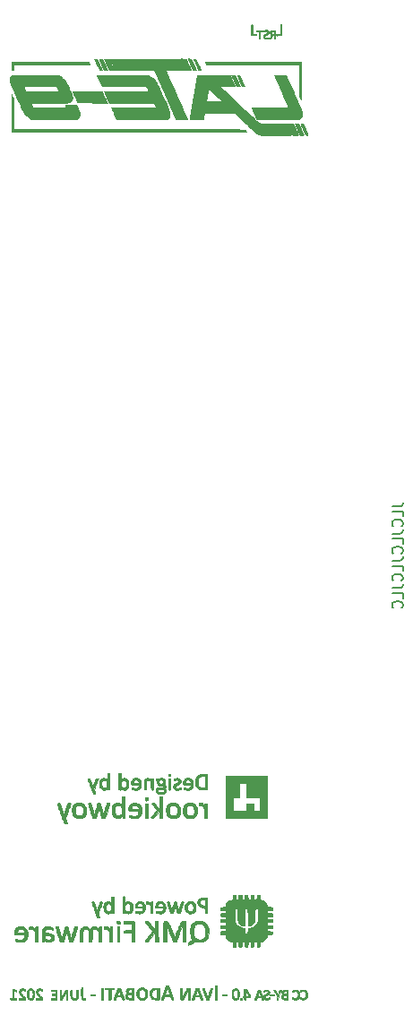
<source format=gbr>
%TF.GenerationSoftware,KiCad,Pcbnew,(5.1.9)-1*%
%TF.CreationDate,2021-06-02T16:01:08+02:00*%
%TF.ProjectId,LATE-9,4c415445-2d39-42e6-9b69-6361645f7063,rev?*%
%TF.SameCoordinates,Original*%
%TF.FileFunction,Legend,Bot*%
%TF.FilePolarity,Positive*%
%FSLAX46Y46*%
G04 Gerber Fmt 4.6, Leading zero omitted, Abs format (unit mm)*
G04 Created by KiCad (PCBNEW (5.1.9)-1) date 2021-06-02 16:01:08*
%MOMM*%
%LPD*%
G01*
G04 APERTURE LIST*
%ADD10C,0.150000*%
%ADD11C,0.010000*%
G04 APERTURE END LIST*
D10*
X72096380Y-92821702D02*
X72810666Y-92821702D01*
X72953523Y-92774083D01*
X73048761Y-92678845D01*
X73096380Y-92535988D01*
X73096380Y-92440750D01*
X73096380Y-93774083D02*
X73096380Y-93297892D01*
X72096380Y-93297892D01*
X73001142Y-94678845D02*
X73048761Y-94631226D01*
X73096380Y-94488369D01*
X73096380Y-94393130D01*
X73048761Y-94250273D01*
X72953523Y-94155035D01*
X72858285Y-94107416D01*
X72667809Y-94059797D01*
X72524952Y-94059797D01*
X72334476Y-94107416D01*
X72239238Y-94155035D01*
X72144000Y-94250273D01*
X72096380Y-94393130D01*
X72096380Y-94488369D01*
X72144000Y-94631226D01*
X72191619Y-94678845D01*
X72096380Y-95393130D02*
X72810666Y-95393130D01*
X72953523Y-95345511D01*
X73048761Y-95250273D01*
X73096380Y-95107416D01*
X73096380Y-95012178D01*
X73096380Y-96345511D02*
X73096380Y-95869321D01*
X72096380Y-95869321D01*
X73001142Y-97250273D02*
X73048761Y-97202654D01*
X73096380Y-97059797D01*
X73096380Y-96964559D01*
X73048761Y-96821702D01*
X72953523Y-96726464D01*
X72858285Y-96678845D01*
X72667809Y-96631226D01*
X72524952Y-96631226D01*
X72334476Y-96678845D01*
X72239238Y-96726464D01*
X72144000Y-96821702D01*
X72096380Y-96964559D01*
X72096380Y-97059797D01*
X72144000Y-97202654D01*
X72191619Y-97250273D01*
X72096380Y-97964559D02*
X72810666Y-97964559D01*
X72953523Y-97916940D01*
X73048761Y-97821702D01*
X73096380Y-97678845D01*
X73096380Y-97583607D01*
X73096380Y-98916940D02*
X73096380Y-98440750D01*
X72096380Y-98440750D01*
X73001142Y-99821702D02*
X73048761Y-99774083D01*
X73096380Y-99631226D01*
X73096380Y-99535988D01*
X73048761Y-99393130D01*
X72953523Y-99297892D01*
X72858285Y-99250273D01*
X72667809Y-99202654D01*
X72524952Y-99202654D01*
X72334476Y-99250273D01*
X72239238Y-99297892D01*
X72144000Y-99393130D01*
X72096380Y-99535988D01*
X72096380Y-99631226D01*
X72144000Y-99774083D01*
X72191619Y-99821702D01*
X72096380Y-100535988D02*
X72810666Y-100535988D01*
X72953523Y-100488369D01*
X73048761Y-100393130D01*
X73096380Y-100250273D01*
X73096380Y-100155035D01*
X73096380Y-101488369D02*
X73096380Y-101012178D01*
X72096380Y-101012178D01*
X73001142Y-102393130D02*
X73048761Y-102345511D01*
X73096380Y-102202654D01*
X73096380Y-102107416D01*
X73048761Y-101964559D01*
X72953523Y-101869321D01*
X72858285Y-101821702D01*
X72667809Y-101774083D01*
X72524952Y-101774083D01*
X72334476Y-101821702D01*
X72239238Y-101869321D01*
X72144000Y-101964559D01*
X72096380Y-102107416D01*
X72096380Y-102202654D01*
X72144000Y-102345511D01*
X72191619Y-102393130D01*
D11*
%TO.C,G\u002A\u002A\u002A*%
G36*
X36102636Y-51573546D02*
G01*
X36287363Y-51573546D01*
X36287363Y-51019364D01*
X43511388Y-51019364D01*
X43434000Y-50835106D01*
X39768318Y-50834871D01*
X36102636Y-50834637D01*
X36102636Y-51573546D01*
G37*
X36102636Y-51573546D02*
X36287363Y-51573546D01*
X36287363Y-51019364D01*
X43511388Y-51019364D01*
X43434000Y-50835106D01*
X39768318Y-50834871D01*
X36102636Y-50834637D01*
X36102636Y-51573546D01*
G36*
X44071765Y-50771137D02*
G01*
X44131204Y-50904685D01*
X44199352Y-51058379D01*
X44266396Y-51210061D01*
X44306997Y-51302227D01*
X44426289Y-51573546D01*
X44538751Y-51573546D01*
X44609066Y-51569778D01*
X44638965Y-51557478D01*
X44639405Y-51544682D01*
X44626981Y-51516191D01*
X44598471Y-51451777D01*
X44556647Y-51357671D01*
X44504283Y-51240106D01*
X44444148Y-51105315D01*
X44403180Y-51013591D01*
X44178764Y-50511364D01*
X43955825Y-50511364D01*
X44071765Y-50771137D01*
G37*
X44071765Y-50771137D02*
X44131204Y-50904685D01*
X44199352Y-51058379D01*
X44266396Y-51210061D01*
X44306997Y-51302227D01*
X44426289Y-51573546D01*
X44538751Y-51573546D01*
X44609066Y-51569778D01*
X44638965Y-51557478D01*
X44639405Y-51544682D01*
X44626981Y-51516191D01*
X44598471Y-51451777D01*
X44556647Y-51357671D01*
X44504283Y-51240106D01*
X44444148Y-51105315D01*
X44403180Y-51013591D01*
X44178764Y-50511364D01*
X43955825Y-50511364D01*
X44071765Y-50771137D01*
G36*
X44470976Y-50513939D02*
G01*
X44414661Y-50520703D01*
X44392295Y-50530209D01*
X44392272Y-50530536D01*
X44401352Y-50556144D01*
X44426852Y-50617795D01*
X44466164Y-50709452D01*
X44516681Y-50825078D01*
X44575794Y-50958638D01*
X44619226Y-51055854D01*
X44846179Y-51562000D01*
X45011929Y-51568788D01*
X45177679Y-51575575D01*
X45118339Y-51441788D01*
X45089548Y-51376823D01*
X45046399Y-51279394D01*
X44993216Y-51159270D01*
X44934326Y-51026218D01*
X44882757Y-50909682D01*
X44706514Y-50511364D01*
X44549393Y-50511364D01*
X44470976Y-50513939D01*
G37*
X44470976Y-50513939D02*
X44414661Y-50520703D01*
X44392295Y-50530209D01*
X44392272Y-50530536D01*
X44401352Y-50556144D01*
X44426852Y-50617795D01*
X44466164Y-50709452D01*
X44516681Y-50825078D01*
X44575794Y-50958638D01*
X44619226Y-51055854D01*
X44846179Y-51562000D01*
X45011929Y-51568788D01*
X45177679Y-51575575D01*
X45118339Y-51441788D01*
X45089548Y-51376823D01*
X45046399Y-51279394D01*
X44993216Y-51159270D01*
X44934326Y-51026218D01*
X44882757Y-50909682D01*
X44706514Y-50511364D01*
X44549393Y-50511364D01*
X44470976Y-50513939D01*
G36*
X45006955Y-50513293D02*
G01*
X44931435Y-50518485D01*
X44885956Y-50526053D01*
X44877181Y-50531647D01*
X44886264Y-50557580D01*
X44911769Y-50619529D01*
X44951084Y-50711434D01*
X45001598Y-50827233D01*
X45060697Y-50960867D01*
X45103619Y-51056965D01*
X45330056Y-51562000D01*
X45799250Y-51575144D01*
X45682954Y-51314572D01*
X45623339Y-51180628D01*
X45555042Y-51026599D01*
X45487904Y-50874705D01*
X45447366Y-50782682D01*
X45328074Y-50511364D01*
X45102628Y-50511364D01*
X45006955Y-50513293D01*
G37*
X45006955Y-50513293D02*
X44931435Y-50518485D01*
X44885956Y-50526053D01*
X44877181Y-50531647D01*
X44886264Y-50557580D01*
X44911769Y-50619529D01*
X44951084Y-50711434D01*
X45001598Y-50827233D01*
X45060697Y-50960867D01*
X45103619Y-51056965D01*
X45330056Y-51562000D01*
X45799250Y-51575144D01*
X45682954Y-51314572D01*
X45623339Y-51180628D01*
X45555042Y-51026599D01*
X45487904Y-50874705D01*
X45447366Y-50782682D01*
X45328074Y-50511364D01*
X45102628Y-50511364D01*
X45006955Y-50513293D01*
G36*
X52268682Y-50770337D02*
G01*
X52328297Y-50904282D01*
X52396594Y-51058310D01*
X52463732Y-51210204D01*
X52504270Y-51302227D01*
X52623562Y-51573546D01*
X52849008Y-51573546D01*
X52944682Y-51571778D01*
X53020203Y-51567021D01*
X53065681Y-51560087D01*
X53074454Y-51554962D01*
X53065410Y-51529510D01*
X53040010Y-51467974D01*
X53000850Y-51376387D01*
X52950527Y-51260780D01*
X52891638Y-51127183D01*
X52848252Y-51029644D01*
X52622050Y-50522909D01*
X52387217Y-50516337D01*
X52152385Y-50509765D01*
X52268682Y-50770337D01*
G37*
X52268682Y-50770337D02*
X52328297Y-50904282D01*
X52396594Y-51058310D01*
X52463732Y-51210204D01*
X52504270Y-51302227D01*
X52623562Y-51573546D01*
X52849008Y-51573546D01*
X52944682Y-51571778D01*
X53020203Y-51567021D01*
X53065681Y-51560087D01*
X53074454Y-51554962D01*
X53065410Y-51529510D01*
X53040010Y-51467974D01*
X53000850Y-51376387D01*
X52950527Y-51260780D01*
X52891638Y-51127183D01*
X52848252Y-51029644D01*
X52622050Y-50522909D01*
X52387217Y-50516337D01*
X52152385Y-50509765D01*
X52268682Y-50770337D01*
G36*
X52833297Y-50643122D02*
G01*
X52862088Y-50708086D01*
X52905237Y-50805515D01*
X52958419Y-50925640D01*
X53017310Y-51058691D01*
X53068879Y-51175227D01*
X53245121Y-51573546D01*
X53402242Y-51573546D01*
X53480661Y-51571097D01*
X53536976Y-51564668D01*
X53559341Y-51555632D01*
X53559363Y-51555321D01*
X53550280Y-51529993D01*
X53524768Y-51468604D01*
X53485432Y-51377168D01*
X53434879Y-51261701D01*
X53375713Y-51128218D01*
X53331791Y-51030003D01*
X53104218Y-50522909D01*
X52939088Y-50516122D01*
X52773957Y-50509334D01*
X52833297Y-50643122D01*
G37*
X52833297Y-50643122D02*
X52862088Y-50708086D01*
X52905237Y-50805515D01*
X52958419Y-50925640D01*
X53017310Y-51058691D01*
X53068879Y-51175227D01*
X53245121Y-51573546D01*
X53402242Y-51573546D01*
X53480661Y-51571097D01*
X53536976Y-51564668D01*
X53559341Y-51555632D01*
X53559363Y-51555321D01*
X53550280Y-51529993D01*
X53524768Y-51468604D01*
X53485432Y-51377168D01*
X53434879Y-51261701D01*
X53375713Y-51128218D01*
X53331791Y-51030003D01*
X53104218Y-50522909D01*
X52939088Y-50516122D01*
X52773957Y-50509334D01*
X52833297Y-50643122D01*
G36*
X53342569Y-50515131D02*
G01*
X53312671Y-50527432D01*
X53312231Y-50540227D01*
X53324655Y-50568718D01*
X53353165Y-50633133D01*
X53394988Y-50727238D01*
X53447353Y-50844803D01*
X53507487Y-50979594D01*
X53548455Y-51071318D01*
X53772872Y-51573546D01*
X53995811Y-51573546D01*
X53879871Y-51313773D01*
X53820432Y-51180224D01*
X53752283Y-51026530D01*
X53685240Y-50874849D01*
X53644638Y-50782682D01*
X53525346Y-50511364D01*
X53412884Y-50511364D01*
X53342569Y-50515131D01*
G37*
X53342569Y-50515131D02*
X53312671Y-50527432D01*
X53312231Y-50540227D01*
X53324655Y-50568718D01*
X53353165Y-50633133D01*
X53394988Y-50727238D01*
X53447353Y-50844803D01*
X53507487Y-50979594D01*
X53548455Y-51071318D01*
X53772872Y-51573546D01*
X53995811Y-51573546D01*
X53879871Y-51313773D01*
X53820432Y-51180224D01*
X53752283Y-51026530D01*
X53685240Y-50874849D01*
X53644638Y-50782682D01*
X53525346Y-50511364D01*
X53412884Y-50511364D01*
X53342569Y-50515131D01*
G36*
X56343442Y-52064557D02*
G01*
X56298393Y-52069687D01*
X56289904Y-52074944D01*
X56301543Y-52100316D01*
X56329149Y-52161932D01*
X56370049Y-52253784D01*
X56421573Y-52369862D01*
X56481047Y-52504159D01*
X56526453Y-52606864D01*
X56753440Y-53120637D01*
X56982140Y-53120637D01*
X57086458Y-53119930D01*
X57152366Y-53116842D01*
X57187625Y-53109917D01*
X57199998Y-53097700D01*
X57197742Y-53080227D01*
X57184831Y-53048191D01*
X57155835Y-52980587D01*
X57113622Y-52883959D01*
X57061060Y-52764853D01*
X57001017Y-52629814D01*
X56967540Y-52554909D01*
X56750435Y-52070000D01*
X56515388Y-52063399D01*
X56418826Y-52062305D01*
X56343442Y-52064557D01*
G37*
X56343442Y-52064557D02*
X56298393Y-52069687D01*
X56289904Y-52074944D01*
X56301543Y-52100316D01*
X56329149Y-52161932D01*
X56370049Y-52253784D01*
X56421573Y-52369862D01*
X56481047Y-52504159D01*
X56526453Y-52606864D01*
X56753440Y-53120637D01*
X56982140Y-53120637D01*
X57086458Y-53119930D01*
X57152366Y-53116842D01*
X57187625Y-53109917D01*
X57199998Y-53097700D01*
X57197742Y-53080227D01*
X57184831Y-53048191D01*
X57155835Y-52980587D01*
X57113622Y-52883959D01*
X57061060Y-52764853D01*
X57001017Y-52629814D01*
X56967540Y-52554909D01*
X56750435Y-52070000D01*
X56515388Y-52063399D01*
X56418826Y-52062305D01*
X56343442Y-52064557D01*
G36*
X56930157Y-52065691D02*
G01*
X56912805Y-52077239D01*
X56914002Y-52086249D01*
X56926547Y-52115051D01*
X56955171Y-52179761D01*
X56997097Y-52274127D01*
X57049545Y-52391901D01*
X57109736Y-52526833D01*
X57150637Y-52618409D01*
X57375054Y-53120637D01*
X57533845Y-53120637D01*
X57612734Y-53119015D01*
X57669576Y-53114752D01*
X57692585Y-53108754D01*
X57692636Y-53108444D01*
X57683593Y-53084850D01*
X57658182Y-53025034D01*
X57618978Y-52934887D01*
X57568557Y-52820305D01*
X57509496Y-52687181D01*
X57463052Y-52583126D01*
X57233468Y-52070000D01*
X57067626Y-52063158D01*
X56979435Y-52061347D01*
X56930157Y-52065691D01*
G37*
X56930157Y-52065691D02*
X56912805Y-52077239D01*
X56914002Y-52086249D01*
X56926547Y-52115051D01*
X56955171Y-52179761D01*
X56997097Y-52274127D01*
X57049545Y-52391901D01*
X57109736Y-52526833D01*
X57150637Y-52618409D01*
X57375054Y-53120637D01*
X57533845Y-53120637D01*
X57612734Y-53119015D01*
X57669576Y-53114752D01*
X57692585Y-53108754D01*
X57692636Y-53108444D01*
X57683593Y-53084850D01*
X57658182Y-53025034D01*
X57618978Y-52934887D01*
X57568557Y-52820305D01*
X57509496Y-52687181D01*
X57463052Y-52583126D01*
X57233468Y-52070000D01*
X57067626Y-52063158D01*
X56979435Y-52061347D01*
X56930157Y-52065691D01*
G36*
X57445584Y-52068778D02*
G01*
X57439899Y-52074508D01*
X57449297Y-52099960D01*
X57475018Y-52161511D01*
X57514453Y-52253136D01*
X57564995Y-52368809D01*
X57624033Y-52502506D01*
X57667903Y-52601091D01*
X57894644Y-53109091D01*
X58001458Y-53116129D01*
X58064306Y-53116445D01*
X58102699Y-53109265D01*
X58108272Y-53103319D01*
X58099227Y-53077500D01*
X58073822Y-53015621D01*
X58034657Y-52923730D01*
X57984329Y-52807878D01*
X57925436Y-52674115D01*
X57882145Y-52576735D01*
X57656017Y-52070000D01*
X57547326Y-52062962D01*
X57484138Y-52062371D01*
X57445584Y-52068778D01*
G37*
X57445584Y-52068778D02*
X57439899Y-52074508D01*
X57449297Y-52099960D01*
X57475018Y-52161511D01*
X57514453Y-52253136D01*
X57564995Y-52368809D01*
X57624033Y-52502506D01*
X57667903Y-52601091D01*
X57894644Y-53109091D01*
X58001458Y-53116129D01*
X58064306Y-53116445D01*
X58102699Y-53109265D01*
X58108272Y-53103319D01*
X58099227Y-53077500D01*
X58073822Y-53015621D01*
X58034657Y-52923730D01*
X57984329Y-52807878D01*
X57925436Y-52674115D01*
X57882145Y-52576735D01*
X57656017Y-52070000D01*
X57547326Y-52062962D01*
X57484138Y-52062371D01*
X57445584Y-52068778D01*
G36*
X58507887Y-50834688D02*
G01*
X58065604Y-50834838D01*
X57637988Y-50835081D01*
X57227242Y-50835414D01*
X56835569Y-50835831D01*
X56465172Y-50836327D01*
X56118252Y-50836897D01*
X55797013Y-50837536D01*
X55503658Y-50838239D01*
X55240387Y-50839002D01*
X55009405Y-50839819D01*
X54812914Y-50840685D01*
X54653116Y-50841596D01*
X54532213Y-50842546D01*
X54452409Y-50843530D01*
X54415906Y-50844545D01*
X54413727Y-50844862D01*
X54424377Y-50869290D01*
X54451011Y-50918003D01*
X54462190Y-50937226D01*
X54510652Y-51019364D01*
X63326818Y-51019364D01*
X63326818Y-54051204D01*
X63382622Y-54168966D01*
X63421801Y-54252538D01*
X63459122Y-54333576D01*
X63474460Y-54367546D01*
X63481081Y-54379609D01*
X63486846Y-54382211D01*
X63491816Y-54372532D01*
X63496048Y-54347750D01*
X63499605Y-54305046D01*
X63502544Y-54241601D01*
X63504926Y-54154593D01*
X63506810Y-54041204D01*
X63508257Y-53898612D01*
X63509326Y-53723997D01*
X63510077Y-53514541D01*
X63510569Y-53267422D01*
X63510863Y-52979820D01*
X63511017Y-52648916D01*
X63511019Y-52641500D01*
X63511545Y-50834637D01*
X58962636Y-50834637D01*
X58507887Y-50834688D01*
G37*
X58507887Y-50834688D02*
X58065604Y-50834838D01*
X57637988Y-50835081D01*
X57227242Y-50835414D01*
X56835569Y-50835831D01*
X56465172Y-50836327D01*
X56118252Y-50836897D01*
X55797013Y-50837536D01*
X55503658Y-50838239D01*
X55240387Y-50839002D01*
X55009405Y-50839819D01*
X54812914Y-50840685D01*
X54653116Y-50841596D01*
X54532213Y-50842546D01*
X54452409Y-50843530D01*
X54415906Y-50844545D01*
X54413727Y-50844862D01*
X54424377Y-50869290D01*
X54451011Y-50918003D01*
X54462190Y-50937226D01*
X54510652Y-51019364D01*
X63326818Y-51019364D01*
X63326818Y-54051204D01*
X63382622Y-54168966D01*
X63421801Y-54252538D01*
X63459122Y-54333576D01*
X63474460Y-54367546D01*
X63481081Y-54379609D01*
X63486846Y-54382211D01*
X63491816Y-54372532D01*
X63496048Y-54347750D01*
X63499605Y-54305046D01*
X63502544Y-54241601D01*
X63504926Y-54154593D01*
X63506810Y-54041204D01*
X63508257Y-53898612D01*
X63509326Y-53723997D01*
X63510077Y-53514541D01*
X63510569Y-53267422D01*
X63510863Y-52979820D01*
X63511017Y-52648916D01*
X63511019Y-52641500D01*
X63511545Y-50834637D01*
X58962636Y-50834637D01*
X58507887Y-50834688D01*
G36*
X42511135Y-53586399D02*
G01*
X42334264Y-53587068D01*
X42191349Y-53588435D01*
X42079335Y-53590554D01*
X41995166Y-53593478D01*
X41935786Y-53597259D01*
X41898140Y-53601951D01*
X41879172Y-53607607D01*
X41875363Y-53612404D01*
X41884447Y-53641236D01*
X41909956Y-53705937D01*
X41949275Y-53800302D01*
X41999790Y-53918126D01*
X42058888Y-54053203D01*
X42101616Y-54149447D01*
X42327868Y-54656182D01*
X45153444Y-54668082D01*
X45130445Y-54615950D01*
X45114676Y-54580344D01*
X45083163Y-54509301D01*
X45038911Y-54409589D01*
X44984924Y-54287978D01*
X44924206Y-54151235D01*
X44892085Y-54078909D01*
X44676724Y-53594000D01*
X43276044Y-53588049D01*
X42978969Y-53586942D01*
X42725018Y-53586374D01*
X42511135Y-53586399D01*
G37*
X42511135Y-53586399D02*
X42334264Y-53587068D01*
X42191349Y-53588435D01*
X42079335Y-53590554D01*
X41995166Y-53593478D01*
X41935786Y-53597259D01*
X41898140Y-53601951D01*
X41879172Y-53607607D01*
X41875363Y-53612404D01*
X41884447Y-53641236D01*
X41909956Y-53705937D01*
X41949275Y-53800302D01*
X41999790Y-53918126D01*
X42058888Y-54053203D01*
X42101616Y-54149447D01*
X42327868Y-54656182D01*
X45153444Y-54668082D01*
X45130445Y-54615950D01*
X45114676Y-54580344D01*
X45083163Y-54509301D01*
X45038911Y-54409589D01*
X44984924Y-54287978D01*
X44924206Y-54151235D01*
X44892085Y-54078909D01*
X44676724Y-53594000D01*
X43276044Y-53588049D01*
X42978969Y-53586942D01*
X42725018Y-53586374D01*
X42511135Y-53586399D01*
G36*
X36089975Y-52127727D02*
G01*
X36036762Y-52189942D01*
X35996031Y-52259104D01*
X35995751Y-52259758D01*
X35974691Y-52342604D01*
X35965549Y-52453636D01*
X35968524Y-52576373D01*
X35983813Y-52694332D01*
X35990178Y-52723639D01*
X36004836Y-52766503D01*
X36036586Y-52846857D01*
X36083412Y-52960145D01*
X36143297Y-53101814D01*
X36214228Y-53267308D01*
X36294187Y-53452073D01*
X36381159Y-53651554D01*
X36473129Y-53861198D01*
X36568081Y-54076448D01*
X36663999Y-54292751D01*
X36758869Y-54505552D01*
X36850673Y-54710296D01*
X36937398Y-54902429D01*
X37017026Y-55077397D01*
X37087543Y-55230644D01*
X37146933Y-55357616D01*
X37193180Y-55453758D01*
X37224268Y-55514517D01*
X37228880Y-55522693D01*
X37318221Y-55653247D01*
X37433518Y-55788173D01*
X37563596Y-55916612D01*
X37697278Y-56027701D01*
X37823389Y-56110579D01*
X37846000Y-56122455D01*
X38007636Y-56203273D01*
X40108909Y-56207035D01*
X40418205Y-56207378D01*
X40715526Y-56207300D01*
X40997464Y-56206825D01*
X41260611Y-56205976D01*
X41501559Y-56204779D01*
X41716899Y-56203257D01*
X41903223Y-56201434D01*
X42057123Y-56199336D01*
X42175191Y-56196985D01*
X42254018Y-56194407D01*
X42290197Y-56191625D01*
X42290667Y-56191520D01*
X42385875Y-56146061D01*
X42462388Y-56063769D01*
X42516047Y-55951645D01*
X42542692Y-55816692D01*
X42544871Y-55763624D01*
X42532756Y-55641259D01*
X42495475Y-55491065D01*
X42432079Y-55309806D01*
X42362713Y-55142067D01*
X42251611Y-54887091D01*
X41718749Y-54880897D01*
X41185886Y-54874702D01*
X41212188Y-55129546D01*
X39711162Y-55129546D01*
X39410794Y-55129504D01*
X39153174Y-55129313D01*
X38934871Y-55128874D01*
X38752452Y-55128089D01*
X38602484Y-55126860D01*
X38481535Y-55125087D01*
X38386172Y-55122672D01*
X38312963Y-55119517D01*
X38258475Y-55115524D01*
X38219274Y-55110593D01*
X38191930Y-55104626D01*
X38173008Y-55097525D01*
X38159077Y-55089191D01*
X38153297Y-55084835D01*
X38109874Y-55037606D01*
X38060167Y-54964652D01*
X38012029Y-54880201D01*
X37973318Y-54798482D01*
X37951887Y-54733723D01*
X37949909Y-54716450D01*
X37949909Y-54667727D01*
X39768318Y-54667692D01*
X40102465Y-54667630D01*
X40393554Y-54667414D01*
X40644707Y-54666977D01*
X40859048Y-54666254D01*
X41039698Y-54665177D01*
X41189782Y-54663680D01*
X41312422Y-54661697D01*
X41410742Y-54659161D01*
X41487864Y-54656006D01*
X41546911Y-54652165D01*
X41591006Y-54647573D01*
X41623273Y-54642161D01*
X41646834Y-54635865D01*
X41664812Y-54628617D01*
X41667545Y-54627282D01*
X41751819Y-54560413D01*
X41811424Y-54460233D01*
X41845227Y-54333165D01*
X41852096Y-54185632D01*
X41830897Y-54024057D01*
X41796143Y-53898253D01*
X41763955Y-53811757D01*
X41716117Y-53694161D01*
X41656646Y-53554377D01*
X41629787Y-53493101D01*
X40525408Y-53493101D01*
X40524157Y-53537496D01*
X40520218Y-53546461D01*
X40512299Y-53554148D01*
X40497072Y-53560655D01*
X40471209Y-53566080D01*
X40431383Y-53570522D01*
X40374264Y-53574079D01*
X40296526Y-53576849D01*
X40194840Y-53578930D01*
X40065878Y-53580420D01*
X39906312Y-53581418D01*
X39712814Y-53582023D01*
X39482056Y-53582331D01*
X39210711Y-53582442D01*
X39001042Y-53582455D01*
X37492196Y-53582455D01*
X37428764Y-53507409D01*
X37367282Y-53420839D01*
X37319931Y-53327863D01*
X37292352Y-53241970D01*
X37290186Y-53176647D01*
X37290270Y-53176312D01*
X37304243Y-53120637D01*
X40280484Y-53120637D01*
X40359189Y-53189741D01*
X40415050Y-53252657D01*
X40465743Y-53333401D01*
X40504714Y-53418155D01*
X40525408Y-53493101D01*
X41629787Y-53493101D01*
X41589556Y-53401321D01*
X41518866Y-53243906D01*
X41448589Y-53091047D01*
X41382743Y-52951657D01*
X41325343Y-52834651D01*
X41280406Y-52748943D01*
X41270643Y-52731833D01*
X41199252Y-52628250D01*
X41103215Y-52513848D01*
X40992425Y-52398299D01*
X40876771Y-52291273D01*
X40766146Y-52202443D01*
X40670440Y-52141479D01*
X40663091Y-52137785D01*
X40524545Y-52070000D01*
X36152538Y-52070000D01*
X36089975Y-52127727D01*
G37*
X36089975Y-52127727D02*
X36036762Y-52189942D01*
X35996031Y-52259104D01*
X35995751Y-52259758D01*
X35974691Y-52342604D01*
X35965549Y-52453636D01*
X35968524Y-52576373D01*
X35983813Y-52694332D01*
X35990178Y-52723639D01*
X36004836Y-52766503D01*
X36036586Y-52846857D01*
X36083412Y-52960145D01*
X36143297Y-53101814D01*
X36214228Y-53267308D01*
X36294187Y-53452073D01*
X36381159Y-53651554D01*
X36473129Y-53861198D01*
X36568081Y-54076448D01*
X36663999Y-54292751D01*
X36758869Y-54505552D01*
X36850673Y-54710296D01*
X36937398Y-54902429D01*
X37017026Y-55077397D01*
X37087543Y-55230644D01*
X37146933Y-55357616D01*
X37193180Y-55453758D01*
X37224268Y-55514517D01*
X37228880Y-55522693D01*
X37318221Y-55653247D01*
X37433518Y-55788173D01*
X37563596Y-55916612D01*
X37697278Y-56027701D01*
X37823389Y-56110579D01*
X37846000Y-56122455D01*
X38007636Y-56203273D01*
X40108909Y-56207035D01*
X40418205Y-56207378D01*
X40715526Y-56207300D01*
X40997464Y-56206825D01*
X41260611Y-56205976D01*
X41501559Y-56204779D01*
X41716899Y-56203257D01*
X41903223Y-56201434D01*
X42057123Y-56199336D01*
X42175191Y-56196985D01*
X42254018Y-56194407D01*
X42290197Y-56191625D01*
X42290667Y-56191520D01*
X42385875Y-56146061D01*
X42462388Y-56063769D01*
X42516047Y-55951645D01*
X42542692Y-55816692D01*
X42544871Y-55763624D01*
X42532756Y-55641259D01*
X42495475Y-55491065D01*
X42432079Y-55309806D01*
X42362713Y-55142067D01*
X42251611Y-54887091D01*
X41718749Y-54880897D01*
X41185886Y-54874702D01*
X41212188Y-55129546D01*
X39711162Y-55129546D01*
X39410794Y-55129504D01*
X39153174Y-55129313D01*
X38934871Y-55128874D01*
X38752452Y-55128089D01*
X38602484Y-55126860D01*
X38481535Y-55125087D01*
X38386172Y-55122672D01*
X38312963Y-55119517D01*
X38258475Y-55115524D01*
X38219274Y-55110593D01*
X38191930Y-55104626D01*
X38173008Y-55097525D01*
X38159077Y-55089191D01*
X38153297Y-55084835D01*
X38109874Y-55037606D01*
X38060167Y-54964652D01*
X38012029Y-54880201D01*
X37973318Y-54798482D01*
X37951887Y-54733723D01*
X37949909Y-54716450D01*
X37949909Y-54667727D01*
X39768318Y-54667692D01*
X40102465Y-54667630D01*
X40393554Y-54667414D01*
X40644707Y-54666977D01*
X40859048Y-54666254D01*
X41039698Y-54665177D01*
X41189782Y-54663680D01*
X41312422Y-54661697D01*
X41410742Y-54659161D01*
X41487864Y-54656006D01*
X41546911Y-54652165D01*
X41591006Y-54647573D01*
X41623273Y-54642161D01*
X41646834Y-54635865D01*
X41664812Y-54628617D01*
X41667545Y-54627282D01*
X41751819Y-54560413D01*
X41811424Y-54460233D01*
X41845227Y-54333165D01*
X41852096Y-54185632D01*
X41830897Y-54024057D01*
X41796143Y-53898253D01*
X41763955Y-53811757D01*
X41716117Y-53694161D01*
X41656646Y-53554377D01*
X41629787Y-53493101D01*
X40525408Y-53493101D01*
X40524157Y-53537496D01*
X40520218Y-53546461D01*
X40512299Y-53554148D01*
X40497072Y-53560655D01*
X40471209Y-53566080D01*
X40431383Y-53570522D01*
X40374264Y-53574079D01*
X40296526Y-53576849D01*
X40194840Y-53578930D01*
X40065878Y-53580420D01*
X39906312Y-53581418D01*
X39712814Y-53582023D01*
X39482056Y-53582331D01*
X39210711Y-53582442D01*
X39001042Y-53582455D01*
X37492196Y-53582455D01*
X37428764Y-53507409D01*
X37367282Y-53420839D01*
X37319931Y-53327863D01*
X37292352Y-53241970D01*
X37290186Y-53176647D01*
X37290270Y-53176312D01*
X37304243Y-53120637D01*
X40280484Y-53120637D01*
X40359189Y-53189741D01*
X40415050Y-53252657D01*
X40465743Y-53333401D01*
X40504714Y-53418155D01*
X40525408Y-53493101D01*
X41629787Y-53493101D01*
X41589556Y-53401321D01*
X41518866Y-53243906D01*
X41448589Y-53091047D01*
X41382743Y-52951657D01*
X41325343Y-52834651D01*
X41280406Y-52748943D01*
X41270643Y-52731833D01*
X41199252Y-52628250D01*
X41103215Y-52513848D01*
X40992425Y-52398299D01*
X40876771Y-52291273D01*
X40766146Y-52202443D01*
X40670440Y-52141479D01*
X40663091Y-52137785D01*
X40524545Y-52070000D01*
X36152538Y-52070000D01*
X36089975Y-52127727D01*
G36*
X47402424Y-52061805D02*
G01*
X47095962Y-52062124D01*
X46775591Y-52062724D01*
X46549251Y-52063304D01*
X44191957Y-52070000D01*
X44424888Y-52594657D01*
X44657818Y-53119313D01*
X46738832Y-53119975D01*
X48819845Y-53120637D01*
X48913547Y-53222291D01*
X48971146Y-53295725D01*
X49017595Y-53374190D01*
X49035079Y-53416831D01*
X49044853Y-53445060D01*
X49054409Y-53469908D01*
X49061056Y-53491589D01*
X49062099Y-53510317D01*
X49054846Y-53526307D01*
X49036605Y-53539772D01*
X49004684Y-53550928D01*
X48956388Y-53559988D01*
X48889027Y-53567166D01*
X48799907Y-53572677D01*
X48686335Y-53576735D01*
X48545619Y-53579554D01*
X48375066Y-53581349D01*
X48171984Y-53582334D01*
X47933680Y-53582722D01*
X47657461Y-53582729D01*
X47340635Y-53582569D01*
X46980510Y-53582455D01*
X46953618Y-53582455D01*
X46595756Y-53582495D01*
X46281311Y-53582651D01*
X46007519Y-53582976D01*
X45771615Y-53583522D01*
X45570833Y-53584341D01*
X45402410Y-53585485D01*
X45263581Y-53587008D01*
X45151581Y-53588962D01*
X45063645Y-53591400D01*
X44997008Y-53594373D01*
X44948907Y-53597934D01*
X44916576Y-53602137D01*
X44897250Y-53607032D01*
X44888166Y-53612674D01*
X44886558Y-53619113D01*
X44887296Y-53621689D01*
X44900614Y-53653235D01*
X44929863Y-53720588D01*
X44972234Y-53817347D01*
X45024921Y-53937109D01*
X45085115Y-54073474D01*
X45125317Y-54164326D01*
X45348282Y-54667727D01*
X49514529Y-54667727D01*
X49604791Y-54770270D01*
X49668330Y-54856697D01*
X49714663Y-54947577D01*
X49738725Y-55030426D01*
X49735550Y-55092492D01*
X49730014Y-55098895D01*
X49716773Y-55104522D01*
X49693043Y-55109423D01*
X49656041Y-55113646D01*
X49602983Y-55117243D01*
X49531086Y-55120260D01*
X49437564Y-55122749D01*
X49319635Y-55124759D01*
X49174514Y-55126338D01*
X48999419Y-55127537D01*
X48791564Y-55128404D01*
X48548166Y-55128989D01*
X48266442Y-55129341D01*
X47943607Y-55129509D01*
X47645620Y-55129546D01*
X47340393Y-55129734D01*
X47048689Y-55130280D01*
X46773767Y-55131157D01*
X46518889Y-55132338D01*
X46287315Y-55133795D01*
X46082306Y-55135502D01*
X45907122Y-55137430D01*
X45765025Y-55139554D01*
X45659275Y-55141845D01*
X45593133Y-55144277D01*
X45569859Y-55146822D01*
X45569853Y-55146864D01*
X45578904Y-55171872D01*
X45604390Y-55233087D01*
X45643756Y-55324617D01*
X45694451Y-55440571D01*
X45753920Y-55575057D01*
X45804967Y-55689500D01*
X46040138Y-56214818D01*
X48396978Y-56212834D01*
X48724085Y-56212386D01*
X49038873Y-56211620D01*
X49338178Y-56210561D01*
X49618839Y-56209236D01*
X49877691Y-56207671D01*
X50111572Y-56205892D01*
X50317319Y-56203924D01*
X50491768Y-56201795D01*
X50631757Y-56199529D01*
X50734123Y-56197154D01*
X50795702Y-56194695D01*
X50812894Y-56192923D01*
X50910169Y-56153348D01*
X50975631Y-56098414D01*
X51020819Y-56022455D01*
X51056488Y-55896808D01*
X51064551Y-55745658D01*
X51045204Y-55580374D01*
X51010878Y-55447925D01*
X50987647Y-55384843D01*
X50947709Y-55285994D01*
X50893184Y-55156091D01*
X50826190Y-54999845D01*
X50748848Y-54821966D01*
X50663275Y-54627167D01*
X50571591Y-54420158D01*
X50475914Y-54205651D01*
X50378364Y-53988357D01*
X50281060Y-53772988D01*
X50186119Y-53564254D01*
X50095663Y-53366867D01*
X50011808Y-53185539D01*
X49936675Y-53024980D01*
X49872382Y-52889902D01*
X49821048Y-52785016D01*
X49784792Y-52715034D01*
X49771509Y-52692296D01*
X49670757Y-52556122D01*
X49551391Y-52425083D01*
X49421259Y-52305527D01*
X49288208Y-52203799D01*
X49160084Y-52126246D01*
X49044734Y-52079214D01*
X49002227Y-52070123D01*
X48966165Y-52068312D01*
X48887149Y-52066702D01*
X48768406Y-52065302D01*
X48613165Y-52064120D01*
X48424651Y-52063166D01*
X48206093Y-52062448D01*
X47960717Y-52061976D01*
X47691752Y-52061759D01*
X47402424Y-52061805D01*
G37*
X47402424Y-52061805D02*
X47095962Y-52062124D01*
X46775591Y-52062724D01*
X46549251Y-52063304D01*
X44191957Y-52070000D01*
X44424888Y-52594657D01*
X44657818Y-53119313D01*
X46738832Y-53119975D01*
X48819845Y-53120637D01*
X48913547Y-53222291D01*
X48971146Y-53295725D01*
X49017595Y-53374190D01*
X49035079Y-53416831D01*
X49044853Y-53445060D01*
X49054409Y-53469908D01*
X49061056Y-53491589D01*
X49062099Y-53510317D01*
X49054846Y-53526307D01*
X49036605Y-53539772D01*
X49004684Y-53550928D01*
X48956388Y-53559988D01*
X48889027Y-53567166D01*
X48799907Y-53572677D01*
X48686335Y-53576735D01*
X48545619Y-53579554D01*
X48375066Y-53581349D01*
X48171984Y-53582334D01*
X47933680Y-53582722D01*
X47657461Y-53582729D01*
X47340635Y-53582569D01*
X46980510Y-53582455D01*
X46953618Y-53582455D01*
X46595756Y-53582495D01*
X46281311Y-53582651D01*
X46007519Y-53582976D01*
X45771615Y-53583522D01*
X45570833Y-53584341D01*
X45402410Y-53585485D01*
X45263581Y-53587008D01*
X45151581Y-53588962D01*
X45063645Y-53591400D01*
X44997008Y-53594373D01*
X44948907Y-53597934D01*
X44916576Y-53602137D01*
X44897250Y-53607032D01*
X44888166Y-53612674D01*
X44886558Y-53619113D01*
X44887296Y-53621689D01*
X44900614Y-53653235D01*
X44929863Y-53720588D01*
X44972234Y-53817347D01*
X45024921Y-53937109D01*
X45085115Y-54073474D01*
X45125317Y-54164326D01*
X45348282Y-54667727D01*
X49514529Y-54667727D01*
X49604791Y-54770270D01*
X49668330Y-54856697D01*
X49714663Y-54947577D01*
X49738725Y-55030426D01*
X49735550Y-55092492D01*
X49730014Y-55098895D01*
X49716773Y-55104522D01*
X49693043Y-55109423D01*
X49656041Y-55113646D01*
X49602983Y-55117243D01*
X49531086Y-55120260D01*
X49437564Y-55122749D01*
X49319635Y-55124759D01*
X49174514Y-55126338D01*
X48999419Y-55127537D01*
X48791564Y-55128404D01*
X48548166Y-55128989D01*
X48266442Y-55129341D01*
X47943607Y-55129509D01*
X47645620Y-55129546D01*
X47340393Y-55129734D01*
X47048689Y-55130280D01*
X46773767Y-55131157D01*
X46518889Y-55132338D01*
X46287315Y-55133795D01*
X46082306Y-55135502D01*
X45907122Y-55137430D01*
X45765025Y-55139554D01*
X45659275Y-55141845D01*
X45593133Y-55144277D01*
X45569859Y-55146822D01*
X45569853Y-55146864D01*
X45578904Y-55171872D01*
X45604390Y-55233087D01*
X45643756Y-55324617D01*
X45694451Y-55440571D01*
X45753920Y-55575057D01*
X45804967Y-55689500D01*
X46040138Y-56214818D01*
X48396978Y-56212834D01*
X48724085Y-56212386D01*
X49038873Y-56211620D01*
X49338178Y-56210561D01*
X49618839Y-56209236D01*
X49877691Y-56207671D01*
X50111572Y-56205892D01*
X50317319Y-56203924D01*
X50491768Y-56201795D01*
X50631757Y-56199529D01*
X50734123Y-56197154D01*
X50795702Y-56194695D01*
X50812894Y-56192923D01*
X50910169Y-56153348D01*
X50975631Y-56098414D01*
X51020819Y-56022455D01*
X51056488Y-55896808D01*
X51064551Y-55745658D01*
X51045204Y-55580374D01*
X51010878Y-55447925D01*
X50987647Y-55384843D01*
X50947709Y-55285994D01*
X50893184Y-55156091D01*
X50826190Y-54999845D01*
X50748848Y-54821966D01*
X50663275Y-54627167D01*
X50571591Y-54420158D01*
X50475914Y-54205651D01*
X50378364Y-53988357D01*
X50281060Y-53772988D01*
X50186119Y-53564254D01*
X50095663Y-53366867D01*
X50011808Y-53185539D01*
X49936675Y-53024980D01*
X49872382Y-52889902D01*
X49821048Y-52785016D01*
X49784792Y-52715034D01*
X49771509Y-52692296D01*
X49670757Y-52556122D01*
X49551391Y-52425083D01*
X49421259Y-52305527D01*
X49288208Y-52203799D01*
X49160084Y-52126246D01*
X49044734Y-52079214D01*
X49002227Y-52070123D01*
X48966165Y-52068312D01*
X48887149Y-52066702D01*
X48768406Y-52065302D01*
X48613165Y-52064120D01*
X48424651Y-52063166D01*
X48206093Y-52062448D01*
X47960717Y-52061976D01*
X47691752Y-52061759D01*
X47402424Y-52061805D01*
G36*
X46963771Y-50515776D02*
G01*
X46666463Y-50516016D01*
X46394899Y-50516411D01*
X46151659Y-50516956D01*
X45939322Y-50517647D01*
X45760470Y-50518478D01*
X45617682Y-50519445D01*
X45513539Y-50520545D01*
X45450621Y-50521771D01*
X45431363Y-50523008D01*
X45440411Y-50546486D01*
X45465837Y-50606193D01*
X45505065Y-50696245D01*
X45555520Y-50810756D01*
X45614626Y-50943844D01*
X45661335Y-51048405D01*
X45891307Y-51562000D01*
X47733744Y-51567992D01*
X49576181Y-51573983D01*
X50606526Y-53888628D01*
X51636870Y-56203273D01*
X52170935Y-56209471D01*
X52367352Y-56210775D01*
X52518305Y-56209581D01*
X52624445Y-56205867D01*
X52686423Y-56199611D01*
X52705000Y-56191508D01*
X52695791Y-56167578D01*
X52668973Y-56104229D01*
X52625759Y-56004211D01*
X52567360Y-55870278D01*
X52494991Y-55705181D01*
X52409862Y-55511673D01*
X52313187Y-55292506D01*
X52206179Y-55050432D01*
X52090050Y-54788203D01*
X51966013Y-54508572D01*
X51835279Y-54214291D01*
X51699063Y-53908112D01*
X51689000Y-53885509D01*
X51552482Y-53578768D01*
X51421356Y-53283873D01*
X51296831Y-53003562D01*
X51180119Y-52740574D01*
X51072433Y-52497648D01*
X50974981Y-52277521D01*
X50888977Y-52082931D01*
X50815631Y-51916618D01*
X50756155Y-51781319D01*
X50711759Y-51679773D01*
X50683656Y-51614718D01*
X50673055Y-51588892D01*
X50673000Y-51588609D01*
X50695276Y-51585323D01*
X50758845Y-51582285D01*
X50858821Y-51579574D01*
X50990314Y-51577269D01*
X51148437Y-51575450D01*
X51328301Y-51574198D01*
X51525020Y-51573591D01*
X51596636Y-51573546D01*
X51798080Y-51573335D01*
X51984373Y-51572734D01*
X52150628Y-51571789D01*
X52291957Y-51570545D01*
X52403470Y-51569050D01*
X52480282Y-51567350D01*
X52517503Y-51565490D01*
X52520272Y-51564813D01*
X52511288Y-51542188D01*
X52486033Y-51483223D01*
X52447059Y-51393751D01*
X52396916Y-51279604D01*
X52338153Y-51146617D01*
X52290614Y-51039495D01*
X52060955Y-50522909D01*
X48746159Y-50517058D01*
X48358836Y-50516455D01*
X47984355Y-50516030D01*
X47625297Y-50515778D01*
X47284243Y-50515695D01*
X46963771Y-50515776D01*
G37*
X46963771Y-50515776D02*
X46666463Y-50516016D01*
X46394899Y-50516411D01*
X46151659Y-50516956D01*
X45939322Y-50517647D01*
X45760470Y-50518478D01*
X45617682Y-50519445D01*
X45513539Y-50520545D01*
X45450621Y-50521771D01*
X45431363Y-50523008D01*
X45440411Y-50546486D01*
X45465837Y-50606193D01*
X45505065Y-50696245D01*
X45555520Y-50810756D01*
X45614626Y-50943844D01*
X45661335Y-51048405D01*
X45891307Y-51562000D01*
X47733744Y-51567992D01*
X49576181Y-51573983D01*
X50606526Y-53888628D01*
X51636870Y-56203273D01*
X52170935Y-56209471D01*
X52367352Y-56210775D01*
X52518305Y-56209581D01*
X52624445Y-56205867D01*
X52686423Y-56199611D01*
X52705000Y-56191508D01*
X52695791Y-56167578D01*
X52668973Y-56104229D01*
X52625759Y-56004211D01*
X52567360Y-55870278D01*
X52494991Y-55705181D01*
X52409862Y-55511673D01*
X52313187Y-55292506D01*
X52206179Y-55050432D01*
X52090050Y-54788203D01*
X51966013Y-54508572D01*
X51835279Y-54214291D01*
X51699063Y-53908112D01*
X51689000Y-53885509D01*
X51552482Y-53578768D01*
X51421356Y-53283873D01*
X51296831Y-53003562D01*
X51180119Y-52740574D01*
X51072433Y-52497648D01*
X50974981Y-52277521D01*
X50888977Y-52082931D01*
X50815631Y-51916618D01*
X50756155Y-51781319D01*
X50711759Y-51679773D01*
X50683656Y-51614718D01*
X50673055Y-51588892D01*
X50673000Y-51588609D01*
X50695276Y-51585323D01*
X50758845Y-51582285D01*
X50858821Y-51579574D01*
X50990314Y-51577269D01*
X51148437Y-51575450D01*
X51328301Y-51574198D01*
X51525020Y-51573591D01*
X51596636Y-51573546D01*
X51798080Y-51573335D01*
X51984373Y-51572734D01*
X52150628Y-51571789D01*
X52291957Y-51570545D01*
X52403470Y-51569050D01*
X52480282Y-51567350D01*
X52517503Y-51565490D01*
X52520272Y-51564813D01*
X52511288Y-51542188D01*
X52486033Y-51483223D01*
X52447059Y-51393751D01*
X52396916Y-51279604D01*
X52338153Y-51146617D01*
X52290614Y-51039495D01*
X52060955Y-50522909D01*
X48746159Y-50517058D01*
X48358836Y-50516455D01*
X47984355Y-50516030D01*
X47625297Y-50515778D01*
X47284243Y-50515695D01*
X46963771Y-50515776D01*
G36*
X61306756Y-52058961D02*
G01*
X61170213Y-52060639D01*
X61071121Y-52063727D01*
X61005118Y-52068461D01*
X60967845Y-52075079D01*
X60954941Y-52083819D01*
X60955330Y-52087318D01*
X60966541Y-52112854D01*
X60994988Y-52177000D01*
X61039085Y-52276197D01*
X61097245Y-52406883D01*
X61167884Y-52565497D01*
X61249413Y-52748478D01*
X61340249Y-52952266D01*
X61438803Y-53173299D01*
X61543492Y-53408016D01*
X61591560Y-53515765D01*
X61698725Y-53756349D01*
X61800518Y-53985608D01*
X61895334Y-54199881D01*
X61981571Y-54395513D01*
X62057624Y-54568843D01*
X62121892Y-54716215D01*
X62172770Y-54833969D01*
X62208655Y-54918447D01*
X62227944Y-54965991D01*
X62230723Y-54974115D01*
X62232493Y-55038181D01*
X62219605Y-55081213D01*
X62193738Y-55129546D01*
X60495445Y-55129546D01*
X60215996Y-55129810D01*
X59951834Y-55130574D01*
X59706428Y-55131799D01*
X59483246Y-55133443D01*
X59285760Y-55135464D01*
X59117438Y-55137823D01*
X58981749Y-55140477D01*
X58882164Y-55143387D01*
X58822151Y-55146511D01*
X58804848Y-55149489D01*
X58815964Y-55175326D01*
X58843143Y-55237416D01*
X58883754Y-55329779D01*
X58935167Y-55446440D01*
X58994751Y-55581420D01*
X59043454Y-55691616D01*
X59274363Y-56213800D01*
X61260181Y-56211945D01*
X61560834Y-56211449D01*
X61849504Y-56210553D01*
X62122674Y-56209294D01*
X62376829Y-56207706D01*
X62608452Y-56205826D01*
X62814028Y-56203687D01*
X62990041Y-56201327D01*
X63132973Y-56198779D01*
X63239310Y-56196080D01*
X63305535Y-56193265D01*
X63326486Y-56191167D01*
X63425452Y-56145764D01*
X63501109Y-56064869D01*
X63551670Y-55953854D01*
X63575348Y-55818088D01*
X63570355Y-55662941D01*
X63545610Y-55532715D01*
X63530748Y-55490063D01*
X63498516Y-55408798D01*
X63450433Y-55292446D01*
X63388016Y-55144538D01*
X63312783Y-54968601D01*
X63226254Y-54768165D01*
X63129947Y-54546756D01*
X63025379Y-54307905D01*
X62914069Y-54055140D01*
X62797535Y-53791989D01*
X62768555Y-53726773D01*
X62026707Y-52058455D01*
X61485110Y-52058455D01*
X61306756Y-52058961D01*
G37*
X61306756Y-52058961D02*
X61170213Y-52060639D01*
X61071121Y-52063727D01*
X61005118Y-52068461D01*
X60967845Y-52075079D01*
X60954941Y-52083819D01*
X60955330Y-52087318D01*
X60966541Y-52112854D01*
X60994988Y-52177000D01*
X61039085Y-52276197D01*
X61097245Y-52406883D01*
X61167884Y-52565497D01*
X61249413Y-52748478D01*
X61340249Y-52952266D01*
X61438803Y-53173299D01*
X61543492Y-53408016D01*
X61591560Y-53515765D01*
X61698725Y-53756349D01*
X61800518Y-53985608D01*
X61895334Y-54199881D01*
X61981571Y-54395513D01*
X62057624Y-54568843D01*
X62121892Y-54716215D01*
X62172770Y-54833969D01*
X62208655Y-54918447D01*
X62227944Y-54965991D01*
X62230723Y-54974115D01*
X62232493Y-55038181D01*
X62219605Y-55081213D01*
X62193738Y-55129546D01*
X60495445Y-55129546D01*
X60215996Y-55129810D01*
X59951834Y-55130574D01*
X59706428Y-55131799D01*
X59483246Y-55133443D01*
X59285760Y-55135464D01*
X59117438Y-55137823D01*
X58981749Y-55140477D01*
X58882164Y-55143387D01*
X58822151Y-55146511D01*
X58804848Y-55149489D01*
X58815964Y-55175326D01*
X58843143Y-55237416D01*
X58883754Y-55329779D01*
X58935167Y-55446440D01*
X58994751Y-55581420D01*
X59043454Y-55691616D01*
X59274363Y-56213800D01*
X61260181Y-56211945D01*
X61560834Y-56211449D01*
X61849504Y-56210553D01*
X62122674Y-56209294D01*
X62376829Y-56207706D01*
X62608452Y-56205826D01*
X62814028Y-56203687D01*
X62990041Y-56201327D01*
X63132973Y-56198779D01*
X63239310Y-56196080D01*
X63305535Y-56193265D01*
X63326486Y-56191167D01*
X63425452Y-56145764D01*
X63501109Y-56064869D01*
X63551670Y-55953854D01*
X63575348Y-55818088D01*
X63570355Y-55662941D01*
X63545610Y-55532715D01*
X63530748Y-55490063D01*
X63498516Y-55408798D01*
X63450433Y-55292446D01*
X63388016Y-55144538D01*
X63312783Y-54968601D01*
X63226254Y-54768165D01*
X63129947Y-54546756D01*
X63025379Y-54307905D01*
X62914069Y-54055140D01*
X62797535Y-53791989D01*
X62768555Y-53726773D01*
X62026707Y-52058455D01*
X61485110Y-52058455D01*
X61306756Y-52058961D01*
G36*
X36110532Y-53905494D02*
G01*
X36109103Y-53969081D01*
X36107768Y-54071794D01*
X36106545Y-54210105D01*
X36105454Y-54380487D01*
X36104513Y-54579411D01*
X36103742Y-54803350D01*
X36103160Y-55048775D01*
X36102785Y-55312160D01*
X36102638Y-55589975D01*
X36102636Y-55622152D01*
X36102636Y-57369364D01*
X58295618Y-57369364D01*
X58260944Y-57319859D01*
X58216142Y-57271163D01*
X58161498Y-57227648D01*
X58155510Y-57224332D01*
X58147052Y-57221191D01*
X58134894Y-57218222D01*
X58117802Y-57215420D01*
X58094544Y-57212779D01*
X58063887Y-57210295D01*
X58024598Y-57207963D01*
X57975445Y-57205778D01*
X57915195Y-57203735D01*
X57842615Y-57201830D01*
X57756474Y-57200058D01*
X57655537Y-57198413D01*
X57538573Y-57196892D01*
X57404348Y-57195489D01*
X57251631Y-57194199D01*
X57079188Y-57193018D01*
X56885787Y-57191941D01*
X56670195Y-57190963D01*
X56431180Y-57190079D01*
X56167509Y-57189284D01*
X55877949Y-57188574D01*
X55561267Y-57187944D01*
X55216232Y-57187388D01*
X54841609Y-57186903D01*
X54436168Y-57186483D01*
X53998674Y-57186123D01*
X53527896Y-57185820D01*
X53022600Y-57185567D01*
X52481554Y-57185360D01*
X51903526Y-57185194D01*
X51287283Y-57185064D01*
X50631591Y-57184967D01*
X49935219Y-57184896D01*
X49196934Y-57184847D01*
X48415502Y-57184815D01*
X47589692Y-57184795D01*
X47192045Y-57184789D01*
X36287363Y-57184637D01*
X36287363Y-54295659D01*
X36204398Y-54094920D01*
X36167437Y-54006802D01*
X36136793Y-53936170D01*
X36116834Y-53892976D01*
X36112034Y-53884561D01*
X36110532Y-53905494D01*
G37*
X36110532Y-53905494D02*
X36109103Y-53969081D01*
X36107768Y-54071794D01*
X36106545Y-54210105D01*
X36105454Y-54380487D01*
X36104513Y-54579411D01*
X36103742Y-54803350D01*
X36103160Y-55048775D01*
X36102785Y-55312160D01*
X36102638Y-55589975D01*
X36102636Y-55622152D01*
X36102636Y-57369364D01*
X58295618Y-57369364D01*
X58260944Y-57319859D01*
X58216142Y-57271163D01*
X58161498Y-57227648D01*
X58155510Y-57224332D01*
X58147052Y-57221191D01*
X58134894Y-57218222D01*
X58117802Y-57215420D01*
X58094544Y-57212779D01*
X58063887Y-57210295D01*
X58024598Y-57207963D01*
X57975445Y-57205778D01*
X57915195Y-57203735D01*
X57842615Y-57201830D01*
X57756474Y-57200058D01*
X57655537Y-57198413D01*
X57538573Y-57196892D01*
X57404348Y-57195489D01*
X57251631Y-57194199D01*
X57079188Y-57193018D01*
X56885787Y-57191941D01*
X56670195Y-57190963D01*
X56431180Y-57190079D01*
X56167509Y-57189284D01*
X55877949Y-57188574D01*
X55561267Y-57187944D01*
X55216232Y-57187388D01*
X54841609Y-57186903D01*
X54436168Y-57186483D01*
X53998674Y-57186123D01*
X53527896Y-57185820D01*
X53022600Y-57185567D01*
X52481554Y-57185360D01*
X51903526Y-57185194D01*
X51287283Y-57185064D01*
X50631591Y-57184967D01*
X49935219Y-57184896D01*
X49196934Y-57184847D01*
X48415502Y-57184815D01*
X47589692Y-57184795D01*
X47192045Y-57184789D01*
X36287363Y-57184637D01*
X36287363Y-54295659D01*
X36204398Y-54094920D01*
X36167437Y-54006802D01*
X36136793Y-53936170D01*
X36116834Y-53892976D01*
X36112034Y-53884561D01*
X36110532Y-53905494D01*
G36*
X53312664Y-54125091D02*
G01*
X53257681Y-54426802D01*
X53205105Y-54715548D01*
X53155522Y-54988096D01*
X53109519Y-55241213D01*
X53067682Y-55471665D01*
X53030596Y-55676220D01*
X52998849Y-55851643D01*
X52973026Y-55994701D01*
X52953713Y-56102162D01*
X52941497Y-56170791D01*
X52936964Y-56197355D01*
X52936951Y-56197500D01*
X52958785Y-56202000D01*
X53020950Y-56206064D01*
X53117592Y-56209535D01*
X53242861Y-56212255D01*
X53390906Y-56214066D01*
X53555874Y-56214808D01*
X53577614Y-56214818D01*
X54219318Y-56214818D01*
X54262152Y-55955046D01*
X54280180Y-55848713D01*
X54296480Y-55758008D01*
X54309119Y-55693366D01*
X54315645Y-55666409D01*
X54327110Y-55660244D01*
X54358501Y-55654959D01*
X54412653Y-55650498D01*
X54492401Y-55646804D01*
X54600577Y-55643821D01*
X54740018Y-55641490D01*
X54913557Y-55639755D01*
X55124028Y-55638560D01*
X55374267Y-55637846D01*
X55667107Y-55637558D01*
X55751465Y-55637546D01*
X57176626Y-55637546D01*
X57971092Y-56380082D01*
X58137105Y-56534946D01*
X58297369Y-56683881D01*
X58447792Y-56823126D01*
X58584284Y-56948917D01*
X58702754Y-57057492D01*
X58799109Y-57145090D01*
X58869260Y-57207946D01*
X58904506Y-57238509D01*
X59047912Y-57350261D01*
X59201965Y-57456812D01*
X59354783Y-57550705D01*
X59494482Y-57624480D01*
X59573547Y-57658461D01*
X59725690Y-57715727D01*
X61202981Y-57715727D01*
X61459446Y-57715464D01*
X61701750Y-57714705D01*
X61926032Y-57713495D01*
X62128433Y-57711880D01*
X62305091Y-57709905D01*
X62452147Y-57707615D01*
X62565739Y-57705055D01*
X62642007Y-57702272D01*
X62677091Y-57699309D01*
X62679009Y-57698409D01*
X62669612Y-57673322D01*
X62643891Y-57612116D01*
X62604454Y-57520798D01*
X62553910Y-57405373D01*
X62494866Y-57271846D01*
X62450887Y-57173091D01*
X62224028Y-56665091D01*
X60945468Y-56653546D01*
X59666909Y-56642000D01*
X59549989Y-56580294D01*
X59529043Y-56569327D01*
X59509592Y-56558839D01*
X59489705Y-56547080D01*
X59467452Y-56532303D01*
X59440900Y-56512757D01*
X59408119Y-56486695D01*
X59367176Y-56452367D01*
X59316141Y-56408024D01*
X59253082Y-56351918D01*
X59176068Y-56282299D01*
X59083167Y-56197420D01*
X58972449Y-56095530D01*
X58841981Y-55974881D01*
X58689832Y-55833724D01*
X58514071Y-55670310D01*
X58312767Y-55482890D01*
X58083988Y-55269716D01*
X57825803Y-55029038D01*
X57536280Y-54759108D01*
X57451978Y-54680512D01*
X57314429Y-54552273D01*
X56017657Y-54552273D01*
X54502421Y-54552273D01*
X54515405Y-54488773D01*
X54522930Y-54448490D01*
X54536990Y-54369953D01*
X54556308Y-54260424D01*
X54579608Y-54127165D01*
X54605613Y-53977440D01*
X54621772Y-53883938D01*
X54648146Y-53732043D01*
X54672064Y-53596180D01*
X54692385Y-53482678D01*
X54707969Y-53397863D01*
X54717674Y-53348065D01*
X54720305Y-53337453D01*
X54737391Y-53351546D01*
X54783562Y-53393073D01*
X54854282Y-53457802D01*
X54945019Y-53541503D01*
X55051240Y-53639943D01*
X55168409Y-53748893D01*
X55291995Y-53864121D01*
X55417463Y-53981396D01*
X55540279Y-54096488D01*
X55655911Y-54205163D01*
X55759825Y-54303193D01*
X55847486Y-54386346D01*
X55914363Y-54450390D01*
X55948828Y-54484008D01*
X56017657Y-54552273D01*
X57314429Y-54552273D01*
X55791229Y-53132182D01*
X56233933Y-53125911D01*
X56371100Y-53123135D01*
X56490846Y-53119118D01*
X56586139Y-53114230D01*
X56649943Y-53108836D01*
X56675227Y-53103307D01*
X56675373Y-53102820D01*
X56665977Y-53077876D01*
X56640259Y-53016805D01*
X56600827Y-52925606D01*
X56550288Y-52810276D01*
X56491250Y-52676813D01*
X56447239Y-52578000D01*
X56220367Y-52070000D01*
X53687335Y-52070000D01*
X53312664Y-54125091D01*
G37*
X53312664Y-54125091D02*
X53257681Y-54426802D01*
X53205105Y-54715548D01*
X53155522Y-54988096D01*
X53109519Y-55241213D01*
X53067682Y-55471665D01*
X53030596Y-55676220D01*
X52998849Y-55851643D01*
X52973026Y-55994701D01*
X52953713Y-56102162D01*
X52941497Y-56170791D01*
X52936964Y-56197355D01*
X52936951Y-56197500D01*
X52958785Y-56202000D01*
X53020950Y-56206064D01*
X53117592Y-56209535D01*
X53242861Y-56212255D01*
X53390906Y-56214066D01*
X53555874Y-56214808D01*
X53577614Y-56214818D01*
X54219318Y-56214818D01*
X54262152Y-55955046D01*
X54280180Y-55848713D01*
X54296480Y-55758008D01*
X54309119Y-55693366D01*
X54315645Y-55666409D01*
X54327110Y-55660244D01*
X54358501Y-55654959D01*
X54412653Y-55650498D01*
X54492401Y-55646804D01*
X54600577Y-55643821D01*
X54740018Y-55641490D01*
X54913557Y-55639755D01*
X55124028Y-55638560D01*
X55374267Y-55637846D01*
X55667107Y-55637558D01*
X55751465Y-55637546D01*
X57176626Y-55637546D01*
X57971092Y-56380082D01*
X58137105Y-56534946D01*
X58297369Y-56683881D01*
X58447792Y-56823126D01*
X58584284Y-56948917D01*
X58702754Y-57057492D01*
X58799109Y-57145090D01*
X58869260Y-57207946D01*
X58904506Y-57238509D01*
X59047912Y-57350261D01*
X59201965Y-57456812D01*
X59354783Y-57550705D01*
X59494482Y-57624480D01*
X59573547Y-57658461D01*
X59725690Y-57715727D01*
X61202981Y-57715727D01*
X61459446Y-57715464D01*
X61701750Y-57714705D01*
X61926032Y-57713495D01*
X62128433Y-57711880D01*
X62305091Y-57709905D01*
X62452147Y-57707615D01*
X62565739Y-57705055D01*
X62642007Y-57702272D01*
X62677091Y-57699309D01*
X62679009Y-57698409D01*
X62669612Y-57673322D01*
X62643891Y-57612116D01*
X62604454Y-57520798D01*
X62553910Y-57405373D01*
X62494866Y-57271846D01*
X62450887Y-57173091D01*
X62224028Y-56665091D01*
X60945468Y-56653546D01*
X59666909Y-56642000D01*
X59549989Y-56580294D01*
X59529043Y-56569327D01*
X59509592Y-56558839D01*
X59489705Y-56547080D01*
X59467452Y-56532303D01*
X59440900Y-56512757D01*
X59408119Y-56486695D01*
X59367176Y-56452367D01*
X59316141Y-56408024D01*
X59253082Y-56351918D01*
X59176068Y-56282299D01*
X59083167Y-56197420D01*
X58972449Y-56095530D01*
X58841981Y-55974881D01*
X58689832Y-55833724D01*
X58514071Y-55670310D01*
X58312767Y-55482890D01*
X58083988Y-55269716D01*
X57825803Y-55029038D01*
X57536280Y-54759108D01*
X57451978Y-54680512D01*
X57314429Y-54552273D01*
X56017657Y-54552273D01*
X54502421Y-54552273D01*
X54515405Y-54488773D01*
X54522930Y-54448490D01*
X54536990Y-54369953D01*
X54556308Y-54260424D01*
X54579608Y-54127165D01*
X54605613Y-53977440D01*
X54621772Y-53883938D01*
X54648146Y-53732043D01*
X54672064Y-53596180D01*
X54692385Y-53482678D01*
X54707969Y-53397863D01*
X54717674Y-53348065D01*
X54720305Y-53337453D01*
X54737391Y-53351546D01*
X54783562Y-53393073D01*
X54854282Y-53457802D01*
X54945019Y-53541503D01*
X55051240Y-53639943D01*
X55168409Y-53748893D01*
X55291995Y-53864121D01*
X55417463Y-53981396D01*
X55540279Y-54096488D01*
X55655911Y-54205163D01*
X55759825Y-54303193D01*
X55847486Y-54386346D01*
X55914363Y-54450390D01*
X55948828Y-54484008D01*
X56017657Y-54552273D01*
X57314429Y-54552273D01*
X55791229Y-53132182D01*
X56233933Y-53125911D01*
X56371100Y-53123135D01*
X56490846Y-53119118D01*
X56586139Y-53114230D01*
X56649943Y-53108836D01*
X56675227Y-53103307D01*
X56675373Y-53102820D01*
X56665977Y-53077876D01*
X56640259Y-53016805D01*
X56600827Y-52925606D01*
X56550288Y-52810276D01*
X56491250Y-52676813D01*
X56447239Y-52578000D01*
X56220367Y-52070000D01*
X53687335Y-52070000D01*
X53312664Y-54125091D01*
G36*
X62347098Y-56659648D02*
G01*
X62302037Y-56664777D01*
X62293540Y-56670035D01*
X62305179Y-56695407D01*
X62332785Y-56757023D01*
X62373686Y-56848874D01*
X62425209Y-56964953D01*
X62484683Y-57099250D01*
X62530090Y-57201955D01*
X62757076Y-57715727D01*
X62985776Y-57715727D01*
X63089857Y-57715149D01*
X63155606Y-57712336D01*
X63190869Y-57705677D01*
X63203493Y-57693557D01*
X63201322Y-57674363D01*
X63200462Y-57671577D01*
X63187232Y-57638393D01*
X63157888Y-57569760D01*
X63115337Y-57472311D01*
X63062484Y-57352679D01*
X63002237Y-57217497D01*
X62970298Y-57146258D01*
X62754147Y-56665091D01*
X62519062Y-56658490D01*
X62422492Y-56657396D01*
X62347098Y-56659648D01*
G37*
X62347098Y-56659648D02*
X62302037Y-56664777D01*
X62293540Y-56670035D01*
X62305179Y-56695407D01*
X62332785Y-56757023D01*
X62373686Y-56848874D01*
X62425209Y-56964953D01*
X62484683Y-57099250D01*
X62530090Y-57201955D01*
X62757076Y-57715727D01*
X62985776Y-57715727D01*
X63089857Y-57715149D01*
X63155606Y-57712336D01*
X63190869Y-57705677D01*
X63203493Y-57693557D01*
X63201322Y-57674363D01*
X63200462Y-57671577D01*
X63187232Y-57638393D01*
X63157888Y-57569760D01*
X63115337Y-57472311D01*
X63062484Y-57352679D01*
X63002237Y-57217497D01*
X62970298Y-57146258D01*
X62754147Y-56665091D01*
X62519062Y-56658490D01*
X62422492Y-56657396D01*
X62347098Y-56659648D01*
G36*
X62934332Y-56660697D02*
G01*
X62916520Y-56672091D01*
X62917638Y-56681339D01*
X62930183Y-56710142D01*
X62958808Y-56774852D01*
X63000734Y-56869218D01*
X63053181Y-56986992D01*
X63113373Y-57121924D01*
X63154274Y-57213500D01*
X63378690Y-57715727D01*
X63537481Y-57715727D01*
X63616136Y-57713428D01*
X63672524Y-57707384D01*
X63694986Y-57698877D01*
X63695009Y-57698409D01*
X63685614Y-57673321D01*
X63659900Y-57612112D01*
X63620474Y-57520790D01*
X63569943Y-57405360D01*
X63510915Y-57271828D01*
X63466959Y-57173091D01*
X63240171Y-56665091D01*
X63072795Y-56658249D01*
X62984098Y-56656429D01*
X62934332Y-56660697D01*
G37*
X62934332Y-56660697D02*
X62916520Y-56672091D01*
X62917638Y-56681339D01*
X62930183Y-56710142D01*
X62958808Y-56774852D01*
X63000734Y-56869218D01*
X63053181Y-56986992D01*
X63113373Y-57121924D01*
X63154274Y-57213500D01*
X63378690Y-57715727D01*
X63537481Y-57715727D01*
X63616136Y-57713428D01*
X63672524Y-57707384D01*
X63694986Y-57698877D01*
X63695009Y-57698409D01*
X63685614Y-57673321D01*
X63659900Y-57612112D01*
X63620474Y-57520790D01*
X63569943Y-57405360D01*
X63510915Y-57271828D01*
X63466959Y-57173091D01*
X63240171Y-56665091D01*
X63072795Y-56658249D01*
X62984098Y-56656429D01*
X62934332Y-56660697D01*
G36*
X63449221Y-56663869D02*
G01*
X63443535Y-56669599D01*
X63452933Y-56695051D01*
X63478654Y-56756602D01*
X63518090Y-56848227D01*
X63568631Y-56963900D01*
X63627670Y-57097597D01*
X63671539Y-57196182D01*
X63898280Y-57704182D01*
X64005095Y-57711220D01*
X64067943Y-57711536D01*
X64106336Y-57704356D01*
X64111909Y-57698409D01*
X64102863Y-57672591D01*
X64077459Y-57610712D01*
X64038293Y-57518821D01*
X63987965Y-57402969D01*
X63929072Y-57269206D01*
X63885781Y-57171826D01*
X63659653Y-56665091D01*
X63550963Y-56658053D01*
X63487774Y-56657462D01*
X63449221Y-56663869D01*
G37*
X63449221Y-56663869D02*
X63443535Y-56669599D01*
X63452933Y-56695051D01*
X63478654Y-56756602D01*
X63518090Y-56848227D01*
X63568631Y-56963900D01*
X63627670Y-57097597D01*
X63671539Y-57196182D01*
X63898280Y-57704182D01*
X64005095Y-57711220D01*
X64067943Y-57711536D01*
X64106336Y-57704356D01*
X64111909Y-57698409D01*
X64102863Y-57672591D01*
X64077459Y-57610712D01*
X64038293Y-57518821D01*
X63987965Y-57402969D01*
X63929072Y-57269206D01*
X63885781Y-57171826D01*
X63659653Y-56665091D01*
X63550963Y-56658053D01*
X63487774Y-56657462D01*
X63449221Y-56663869D01*
G36*
X60915139Y-47803654D02*
G01*
X60879675Y-47804096D01*
X60830193Y-47804828D01*
X60791570Y-47805643D01*
X60761968Y-47806698D01*
X60739547Y-47808148D01*
X60722466Y-47810152D01*
X60708887Y-47812866D01*
X60696968Y-47816446D01*
X60685982Y-47820603D01*
X60641678Y-47842619D01*
X60607438Y-47869806D01*
X60581035Y-47904131D01*
X60571481Y-47921688D01*
X60560777Y-47944850D01*
X60554456Y-47963875D01*
X60551398Y-47983923D01*
X60550480Y-48010158D01*
X60550454Y-48018546D01*
X60555073Y-48074084D01*
X60569121Y-48121357D01*
X60592916Y-48160945D01*
X60626774Y-48193427D01*
X60656119Y-48211974D01*
X60674526Y-48221959D01*
X60687917Y-48229452D01*
X60692810Y-48232436D01*
X60689995Y-48237419D01*
X60679880Y-48247789D01*
X60670585Y-48256145D01*
X60653134Y-48274041D01*
X60634953Y-48297050D01*
X60624899Y-48312206D01*
X60617594Y-48326141D01*
X60606927Y-48348812D01*
X60593729Y-48378232D01*
X60578829Y-48412415D01*
X60563058Y-48449376D01*
X60547246Y-48487129D01*
X60532221Y-48523688D01*
X60518815Y-48557068D01*
X60507857Y-48585281D01*
X60500177Y-48606344D01*
X60496605Y-48618269D01*
X60496450Y-48619576D01*
X60501419Y-48630666D01*
X60516819Y-48637824D01*
X60543389Y-48641306D01*
X60560291Y-48641746D01*
X60590165Y-48640517D01*
X60608971Y-48636700D01*
X60614307Y-48633508D01*
X60618937Y-48625338D01*
X60627370Y-48607166D01*
X60638815Y-48580831D01*
X60652480Y-48548172D01*
X60667574Y-48511026D01*
X60673982Y-48494950D01*
X60694446Y-48444092D01*
X60711585Y-48403622D01*
X60726304Y-48371949D01*
X60739506Y-48347486D01*
X60752095Y-48328643D01*
X60764976Y-48313832D01*
X60779051Y-48301464D01*
X60787681Y-48295090D01*
X60800997Y-48286335D01*
X60813265Y-48280599D01*
X60827834Y-48277115D01*
X60848049Y-48275117D01*
X60877260Y-48273838D01*
X60881051Y-48273712D01*
X60947104Y-48271549D01*
X60948790Y-48454687D01*
X60950475Y-48637825D01*
X60975875Y-48641029D01*
X60996700Y-48642695D01*
X61014913Y-48642631D01*
X61017150Y-48642426D01*
X61036054Y-48639654D01*
X61047313Y-48637513D01*
X61061600Y-48634408D01*
X61061600Y-48229113D01*
X61061588Y-48147322D01*
X61061533Y-48077290D01*
X61061409Y-48018075D01*
X61061187Y-47968734D01*
X61060840Y-47928326D01*
X61060375Y-47898050D01*
X60947300Y-47898050D01*
X60947300Y-48179388D01*
X60871334Y-48175569D01*
X60838785Y-48173402D01*
X60808395Y-48170435D01*
X60783836Y-48167081D01*
X60770091Y-48164176D01*
X60733729Y-48147060D01*
X60704978Y-48120692D01*
X60685093Y-48086813D01*
X60675327Y-48047166D01*
X60674529Y-48031400D01*
X60679998Y-47989603D01*
X60695989Y-47954378D01*
X60721876Y-47926620D01*
X60757035Y-47907223D01*
X60762511Y-47905276D01*
X60777125Y-47902497D01*
X60801153Y-47900213D01*
X60831313Y-47898654D01*
X60864321Y-47898051D01*
X60865698Y-47898050D01*
X60947300Y-47898050D01*
X61060375Y-47898050D01*
X61060342Y-47895908D01*
X61059664Y-47870541D01*
X61058780Y-47851280D01*
X61057663Y-47837185D01*
X61056284Y-47827314D01*
X61054617Y-47820726D01*
X61052635Y-47816477D01*
X61050309Y-47813627D01*
X61049538Y-47812901D01*
X61044735Y-47809508D01*
X61037751Y-47806941D01*
X61027017Y-47805119D01*
X61010959Y-47803961D01*
X60988008Y-47803385D01*
X60956592Y-47803310D01*
X60915139Y-47803654D01*
G37*
X60915139Y-47803654D02*
X60879675Y-47804096D01*
X60830193Y-47804828D01*
X60791570Y-47805643D01*
X60761968Y-47806698D01*
X60739547Y-47808148D01*
X60722466Y-47810152D01*
X60708887Y-47812866D01*
X60696968Y-47816446D01*
X60685982Y-47820603D01*
X60641678Y-47842619D01*
X60607438Y-47869806D01*
X60581035Y-47904131D01*
X60571481Y-47921688D01*
X60560777Y-47944850D01*
X60554456Y-47963875D01*
X60551398Y-47983923D01*
X60550480Y-48010158D01*
X60550454Y-48018546D01*
X60555073Y-48074084D01*
X60569121Y-48121357D01*
X60592916Y-48160945D01*
X60626774Y-48193427D01*
X60656119Y-48211974D01*
X60674526Y-48221959D01*
X60687917Y-48229452D01*
X60692810Y-48232436D01*
X60689995Y-48237419D01*
X60679880Y-48247789D01*
X60670585Y-48256145D01*
X60653134Y-48274041D01*
X60634953Y-48297050D01*
X60624899Y-48312206D01*
X60617594Y-48326141D01*
X60606927Y-48348812D01*
X60593729Y-48378232D01*
X60578829Y-48412415D01*
X60563058Y-48449376D01*
X60547246Y-48487129D01*
X60532221Y-48523688D01*
X60518815Y-48557068D01*
X60507857Y-48585281D01*
X60500177Y-48606344D01*
X60496605Y-48618269D01*
X60496450Y-48619576D01*
X60501419Y-48630666D01*
X60516819Y-48637824D01*
X60543389Y-48641306D01*
X60560291Y-48641746D01*
X60590165Y-48640517D01*
X60608971Y-48636700D01*
X60614307Y-48633508D01*
X60618937Y-48625338D01*
X60627370Y-48607166D01*
X60638815Y-48580831D01*
X60652480Y-48548172D01*
X60667574Y-48511026D01*
X60673982Y-48494950D01*
X60694446Y-48444092D01*
X60711585Y-48403622D01*
X60726304Y-48371949D01*
X60739506Y-48347486D01*
X60752095Y-48328643D01*
X60764976Y-48313832D01*
X60779051Y-48301464D01*
X60787681Y-48295090D01*
X60800997Y-48286335D01*
X60813265Y-48280599D01*
X60827834Y-48277115D01*
X60848049Y-48275117D01*
X60877260Y-48273838D01*
X60881051Y-48273712D01*
X60947104Y-48271549D01*
X60948790Y-48454687D01*
X60950475Y-48637825D01*
X60975875Y-48641029D01*
X60996700Y-48642695D01*
X61014913Y-48642631D01*
X61017150Y-48642426D01*
X61036054Y-48639654D01*
X61047313Y-48637513D01*
X61061600Y-48634408D01*
X61061600Y-48229113D01*
X61061588Y-48147322D01*
X61061533Y-48077290D01*
X61061409Y-48018075D01*
X61061187Y-47968734D01*
X61060840Y-47928326D01*
X61060375Y-47898050D01*
X60947300Y-47898050D01*
X60947300Y-48179388D01*
X60871334Y-48175569D01*
X60838785Y-48173402D01*
X60808395Y-48170435D01*
X60783836Y-48167081D01*
X60770091Y-48164176D01*
X60733729Y-48147060D01*
X60704978Y-48120692D01*
X60685093Y-48086813D01*
X60675327Y-48047166D01*
X60674529Y-48031400D01*
X60679998Y-47989603D01*
X60695989Y-47954378D01*
X60721876Y-47926620D01*
X60757035Y-47907223D01*
X60762511Y-47905276D01*
X60777125Y-47902497D01*
X60801153Y-47900213D01*
X60831313Y-47898654D01*
X60864321Y-47898051D01*
X60865698Y-47898050D01*
X60947300Y-47898050D01*
X61060375Y-47898050D01*
X61060342Y-47895908D01*
X61059664Y-47870541D01*
X61058780Y-47851280D01*
X61057663Y-47837185D01*
X61056284Y-47827314D01*
X61054617Y-47820726D01*
X61052635Y-47816477D01*
X61050309Y-47813627D01*
X61049538Y-47812901D01*
X61044735Y-47809508D01*
X61037751Y-47806941D01*
X61027017Y-47805119D01*
X61010959Y-47803961D01*
X60988008Y-47803385D01*
X60956592Y-47803310D01*
X60915139Y-47803654D01*
G36*
X60075700Y-47796098D02*
G01*
X60034513Y-47806679D01*
X60003276Y-47818885D01*
X59980412Y-47830796D01*
X59966389Y-47844095D01*
X59959187Y-47862182D01*
X59956787Y-47888459D01*
X59956700Y-47897317D01*
X59957644Y-47920857D01*
X59961604Y-47935576D01*
X59970270Y-47942016D01*
X59985337Y-47940715D01*
X60008495Y-47932216D01*
X60032211Y-47921433D01*
X60061051Y-47908519D01*
X60084033Y-47900447D01*
X60106384Y-47895861D01*
X60133331Y-47893405D01*
X60142043Y-47892932D01*
X60171007Y-47892002D01*
X60191542Y-47893030D01*
X60207840Y-47896578D01*
X60224093Y-47903208D01*
X60226136Y-47904187D01*
X60256145Y-47923973D01*
X60275337Y-47949756D01*
X60284812Y-47983135D01*
X60285638Y-47990857D01*
X60286088Y-48014821D01*
X60281606Y-48033745D01*
X60272416Y-48051824D01*
X60261366Y-48068007D01*
X60247180Y-48083105D01*
X60228260Y-48098199D01*
X60203011Y-48114372D01*
X60169838Y-48132707D01*
X60127145Y-48154284D01*
X60106526Y-48164316D01*
X60068695Y-48182928D01*
X60039968Y-48198110D01*
X60017796Y-48211479D01*
X59999631Y-48224653D01*
X59982921Y-48239251D01*
X59972612Y-48249286D01*
X59948992Y-48274879D01*
X59933279Y-48297282D01*
X59922823Y-48320366D01*
X59921751Y-48323500D01*
X59914030Y-48357982D01*
X59910652Y-48398272D01*
X59911782Y-48438511D01*
X59917552Y-48472725D01*
X59936625Y-48518628D01*
X59966329Y-48560330D01*
X60004788Y-48595833D01*
X60050127Y-48623138D01*
X60064650Y-48629378D01*
X60091100Y-48636601D01*
X60126519Y-48641912D01*
X60167305Y-48645191D01*
X60209855Y-48646316D01*
X60250565Y-48645167D01*
X60285833Y-48641622D01*
X60305950Y-48637486D01*
X60343422Y-48625282D01*
X60375931Y-48611285D01*
X60401012Y-48596732D01*
X60416199Y-48582858D01*
X60416857Y-48581899D01*
X60423338Y-48566220D01*
X60425680Y-48543568D01*
X60425332Y-48525739D01*
X60423867Y-48503671D01*
X60421307Y-48491261D01*
X60416444Y-48485469D01*
X60408471Y-48483308D01*
X60395265Y-48485112D01*
X60375659Y-48491916D01*
X60356244Y-48501057D01*
X60298859Y-48526564D01*
X60242315Y-48541883D01*
X60188241Y-48546771D01*
X60138262Y-48540988D01*
X60120670Y-48535939D01*
X60085615Y-48518182D01*
X60059174Y-48493073D01*
X60041687Y-48462732D01*
X60033495Y-48429281D01*
X60034938Y-48394840D01*
X60046355Y-48361530D01*
X60068088Y-48331473D01*
X60085460Y-48316434D01*
X60100376Y-48306934D01*
X60124127Y-48293442D01*
X60154067Y-48277392D01*
X60187548Y-48260216D01*
X60208289Y-48249940D01*
X60258376Y-48224274D01*
X60298108Y-48200894D01*
X60329271Y-48178370D01*
X60353654Y-48155272D01*
X60373045Y-48130168D01*
X60386207Y-48107600D01*
X60394723Y-48090010D01*
X60400078Y-48074403D01*
X60402991Y-48056888D01*
X60404179Y-48033574D01*
X60404371Y-48009175D01*
X60403992Y-47978397D01*
X60402376Y-47956307D01*
X60398806Y-47938901D01*
X60392570Y-47922177D01*
X60386556Y-47909388D01*
X60360649Y-47868483D01*
X60327216Y-47836617D01*
X60285592Y-47813422D01*
X60235113Y-47798532D01*
X60175113Y-47791579D01*
X60173075Y-47791486D01*
X60120505Y-47791257D01*
X60075700Y-47796098D01*
G37*
X60075700Y-47796098D02*
X60034513Y-47806679D01*
X60003276Y-47818885D01*
X59980412Y-47830796D01*
X59966389Y-47844095D01*
X59959187Y-47862182D01*
X59956787Y-47888459D01*
X59956700Y-47897317D01*
X59957644Y-47920857D01*
X59961604Y-47935576D01*
X59970270Y-47942016D01*
X59985337Y-47940715D01*
X60008495Y-47932216D01*
X60032211Y-47921433D01*
X60061051Y-47908519D01*
X60084033Y-47900447D01*
X60106384Y-47895861D01*
X60133331Y-47893405D01*
X60142043Y-47892932D01*
X60171007Y-47892002D01*
X60191542Y-47893030D01*
X60207840Y-47896578D01*
X60224093Y-47903208D01*
X60226136Y-47904187D01*
X60256145Y-47923973D01*
X60275337Y-47949756D01*
X60284812Y-47983135D01*
X60285638Y-47990857D01*
X60286088Y-48014821D01*
X60281606Y-48033745D01*
X60272416Y-48051824D01*
X60261366Y-48068007D01*
X60247180Y-48083105D01*
X60228260Y-48098199D01*
X60203011Y-48114372D01*
X60169838Y-48132707D01*
X60127145Y-48154284D01*
X60106526Y-48164316D01*
X60068695Y-48182928D01*
X60039968Y-48198110D01*
X60017796Y-48211479D01*
X59999631Y-48224653D01*
X59982921Y-48239251D01*
X59972612Y-48249286D01*
X59948992Y-48274879D01*
X59933279Y-48297282D01*
X59922823Y-48320366D01*
X59921751Y-48323500D01*
X59914030Y-48357982D01*
X59910652Y-48398272D01*
X59911782Y-48438511D01*
X59917552Y-48472725D01*
X59936625Y-48518628D01*
X59966329Y-48560330D01*
X60004788Y-48595833D01*
X60050127Y-48623138D01*
X60064650Y-48629378D01*
X60091100Y-48636601D01*
X60126519Y-48641912D01*
X60167305Y-48645191D01*
X60209855Y-48646316D01*
X60250565Y-48645167D01*
X60285833Y-48641622D01*
X60305950Y-48637486D01*
X60343422Y-48625282D01*
X60375931Y-48611285D01*
X60401012Y-48596732D01*
X60416199Y-48582858D01*
X60416857Y-48581899D01*
X60423338Y-48566220D01*
X60425680Y-48543568D01*
X60425332Y-48525739D01*
X60423867Y-48503671D01*
X60421307Y-48491261D01*
X60416444Y-48485469D01*
X60408471Y-48483308D01*
X60395265Y-48485112D01*
X60375659Y-48491916D01*
X60356244Y-48501057D01*
X60298859Y-48526564D01*
X60242315Y-48541883D01*
X60188241Y-48546771D01*
X60138262Y-48540988D01*
X60120670Y-48535939D01*
X60085615Y-48518182D01*
X60059174Y-48493073D01*
X60041687Y-48462732D01*
X60033495Y-48429281D01*
X60034938Y-48394840D01*
X60046355Y-48361530D01*
X60068088Y-48331473D01*
X60085460Y-48316434D01*
X60100376Y-48306934D01*
X60124127Y-48293442D01*
X60154067Y-48277392D01*
X60187548Y-48260216D01*
X60208289Y-48249940D01*
X60258376Y-48224274D01*
X60298108Y-48200894D01*
X60329271Y-48178370D01*
X60353654Y-48155272D01*
X60373045Y-48130168D01*
X60386207Y-48107600D01*
X60394723Y-48090010D01*
X60400078Y-48074403D01*
X60402991Y-48056888D01*
X60404179Y-48033574D01*
X60404371Y-48009175D01*
X60403992Y-47978397D01*
X60402376Y-47956307D01*
X60398806Y-47938901D01*
X60392570Y-47922177D01*
X60386556Y-47909388D01*
X60360649Y-47868483D01*
X60327216Y-47836617D01*
X60285592Y-47813422D01*
X60235113Y-47798532D01*
X60175113Y-47791579D01*
X60173075Y-47791486D01*
X60120505Y-47791257D01*
X60075700Y-47796098D01*
G36*
X59545239Y-47804327D02*
G01*
X59235975Y-47805975D01*
X59234048Y-47847086D01*
X59233636Y-47870924D01*
X59235579Y-47885466D01*
X59240489Y-47893995D01*
X59243199Y-47896299D01*
X59251881Y-47899494D01*
X59268727Y-47901825D01*
X59294920Y-47903368D01*
X59331644Y-47904198D01*
X59370539Y-47904400D01*
X59486800Y-47904400D01*
X59486800Y-48634408D01*
X59501088Y-48637318D01*
X59535806Y-48642460D01*
X59566749Y-48642298D01*
X59569325Y-48642068D01*
X59586672Y-48638830D01*
X59598910Y-48633797D01*
X59599488Y-48633353D01*
X59601262Y-48629240D01*
X59602772Y-48619534D01*
X59604036Y-48603421D01*
X59605070Y-48580091D01*
X59605893Y-48548729D01*
X59606521Y-48508524D01*
X59606973Y-48458662D01*
X59607267Y-48398331D01*
X59607419Y-48326718D01*
X59607450Y-48265572D01*
X59607450Y-47904400D01*
X59723338Y-47904302D01*
X59760823Y-47903998D01*
X59794168Y-47903212D01*
X59821193Y-47902038D01*
X59839717Y-47900568D01*
X59847388Y-47899026D01*
X59854616Y-47888196D01*
X59859277Y-47869068D01*
X59860714Y-47845899D01*
X59858750Y-47825319D01*
X59854502Y-47802679D01*
X59545239Y-47804327D01*
G37*
X59545239Y-47804327D02*
X59235975Y-47805975D01*
X59234048Y-47847086D01*
X59233636Y-47870924D01*
X59235579Y-47885466D01*
X59240489Y-47893995D01*
X59243199Y-47896299D01*
X59251881Y-47899494D01*
X59268727Y-47901825D01*
X59294920Y-47903368D01*
X59331644Y-47904198D01*
X59370539Y-47904400D01*
X59486800Y-47904400D01*
X59486800Y-48634408D01*
X59501088Y-48637318D01*
X59535806Y-48642460D01*
X59566749Y-48642298D01*
X59569325Y-48642068D01*
X59586672Y-48638830D01*
X59598910Y-48633797D01*
X59599488Y-48633353D01*
X59601262Y-48629240D01*
X59602772Y-48619534D01*
X59604036Y-48603421D01*
X59605070Y-48580091D01*
X59605893Y-48548729D01*
X59606521Y-48508524D01*
X59606973Y-48458662D01*
X59607267Y-48398331D01*
X59607419Y-48326718D01*
X59607450Y-48265572D01*
X59607450Y-47904400D01*
X59723338Y-47904302D01*
X59760823Y-47903998D01*
X59794168Y-47903212D01*
X59821193Y-47902038D01*
X59839717Y-47900568D01*
X59847388Y-47899026D01*
X59854616Y-47888196D01*
X59859277Y-47869068D01*
X59860714Y-47845899D01*
X59858750Y-47825319D01*
X59854502Y-47802679D01*
X59545239Y-47804327D01*
G36*
X61176085Y-48366432D02*
G01*
X61175900Y-48367950D01*
X61180733Y-48374115D01*
X61182250Y-48374300D01*
X61188416Y-48369467D01*
X61188600Y-48367950D01*
X61183768Y-48361784D01*
X61182250Y-48361600D01*
X61176085Y-48366432D01*
G37*
X61176085Y-48366432D02*
X61175900Y-48367950D01*
X61180733Y-48374115D01*
X61182250Y-48374300D01*
X61188416Y-48369467D01*
X61188600Y-48367950D01*
X61183768Y-48361784D01*
X61182250Y-48361600D01*
X61176085Y-48366432D01*
G36*
X61540025Y-47288936D02*
G01*
X61524662Y-47300661D01*
X61506100Y-47319223D01*
X61506100Y-48164750D01*
X61174924Y-48164750D01*
X61156362Y-48183311D01*
X61140823Y-48206753D01*
X61136915Y-48232517D01*
X61144637Y-48257825D01*
X61156362Y-48273188D01*
X61174924Y-48291750D01*
X61595977Y-48291750D01*
X61614539Y-48273188D01*
X61633100Y-48254626D01*
X61633100Y-47786924D01*
X61633101Y-47319223D01*
X61614539Y-47300661D01*
X61591097Y-47285122D01*
X61565333Y-47281214D01*
X61540025Y-47288936D01*
G37*
X61540025Y-47288936D02*
X61524662Y-47300661D01*
X61506100Y-47319223D01*
X61506100Y-48164750D01*
X61174924Y-48164750D01*
X61156362Y-48183311D01*
X61140823Y-48206753D01*
X61136915Y-48232517D01*
X61144637Y-48257825D01*
X61156362Y-48273188D01*
X61174924Y-48291750D01*
X61595977Y-48291750D01*
X61614539Y-48273188D01*
X61633100Y-48254626D01*
X61633100Y-47786924D01*
X61633101Y-47319223D01*
X61614539Y-47300661D01*
X61591097Y-47285122D01*
X61565333Y-47281214D01*
X61540025Y-47288936D01*
G36*
X58803175Y-47288936D02*
G01*
X58787812Y-47300661D01*
X58769250Y-47319223D01*
X58769250Y-48254626D01*
X58806374Y-48291750D01*
X59227427Y-48291750D01*
X59245989Y-48273188D01*
X59259341Y-48256031D01*
X59264261Y-48236832D01*
X59264550Y-48228250D01*
X59261873Y-48206598D01*
X59251825Y-48189558D01*
X59245989Y-48183311D01*
X59227427Y-48164750D01*
X58896250Y-48164750D01*
X58896250Y-47319223D01*
X58877689Y-47300661D01*
X58854247Y-47285122D01*
X58828483Y-47281214D01*
X58803175Y-47288936D01*
G37*
X58803175Y-47288936D02*
X58787812Y-47300661D01*
X58769250Y-47319223D01*
X58769250Y-48254626D01*
X58806374Y-48291750D01*
X59227427Y-48291750D01*
X59245989Y-48273188D01*
X59259341Y-48256031D01*
X59264261Y-48236832D01*
X59264550Y-48228250D01*
X59261873Y-48206598D01*
X59251825Y-48189558D01*
X59245989Y-48183311D01*
X59227427Y-48164750D01*
X58896250Y-48164750D01*
X58896250Y-47319223D01*
X58877689Y-47300661D01*
X58854247Y-47285122D01*
X58828483Y-47281214D01*
X58803175Y-47288936D01*
G36*
X63629559Y-138490493D02*
G01*
X63587313Y-138492304D01*
X63556627Y-138495128D01*
X63532130Y-138500166D01*
X63508450Y-138508621D01*
X63480216Y-138521694D01*
X63471945Y-138525761D01*
X63441090Y-138542352D01*
X63415869Y-138558387D01*
X63400504Y-138571099D01*
X63398353Y-138574020D01*
X63388864Y-138601913D01*
X63384832Y-138635347D01*
X63386689Y-138666633D01*
X63392172Y-138684000D01*
X63405399Y-138699146D01*
X63423111Y-138700997D01*
X63447483Y-138689383D01*
X63462904Y-138678427D01*
X63512535Y-138649782D01*
X63570197Y-138631387D01*
X63631190Y-138623763D01*
X63690810Y-138627430D01*
X63744357Y-138642906D01*
X63751960Y-138646469D01*
X63804106Y-138681659D01*
X63845885Y-138729577D01*
X63876859Y-138789237D01*
X63896590Y-138859649D01*
X63904638Y-138939825D01*
X63903869Y-138988800D01*
X63894175Y-139069081D01*
X63874156Y-139136457D01*
X63843352Y-139191788D01*
X63801300Y-139235934D01*
X63754992Y-139266023D01*
X63725380Y-139280322D01*
X63700738Y-139288625D01*
X63674088Y-139292500D01*
X63638454Y-139293514D01*
X63632610Y-139293517D01*
X63566891Y-139287588D01*
X63508069Y-139268800D01*
X63450694Y-139235393D01*
X63449258Y-139234374D01*
X63421023Y-139219230D01*
X63400302Y-139219179D01*
X63387252Y-139234066D01*
X63382027Y-139263733D01*
X63383843Y-139300354D01*
X63390010Y-139329835D01*
X63403216Y-139351066D01*
X63416456Y-139363466D01*
X63453113Y-139388856D01*
X63494920Y-139406917D01*
X63545141Y-139418560D01*
X63607035Y-139424697D01*
X63639700Y-139425909D01*
X63682876Y-139426162D01*
X63722912Y-139425113D01*
X63755030Y-139422962D01*
X63773015Y-139420303D01*
X63821688Y-139403025D01*
X63873215Y-139376268D01*
X63920389Y-139344174D01*
X63947931Y-139319762D01*
X63994146Y-139262445D01*
X64028654Y-139196922D01*
X64051955Y-139121701D01*
X64064548Y-139035291D01*
X64067267Y-138963400D01*
X64061429Y-138863057D01*
X64043788Y-138774619D01*
X64014155Y-138697663D01*
X63972338Y-138631771D01*
X63918149Y-138576520D01*
X63879414Y-138548172D01*
X63828717Y-138520311D01*
X63775792Y-138501981D01*
X63716462Y-138492216D01*
X63646551Y-138490053D01*
X63629559Y-138490493D01*
G37*
X63629559Y-138490493D02*
X63587313Y-138492304D01*
X63556627Y-138495128D01*
X63532130Y-138500166D01*
X63508450Y-138508621D01*
X63480216Y-138521694D01*
X63471945Y-138525761D01*
X63441090Y-138542352D01*
X63415869Y-138558387D01*
X63400504Y-138571099D01*
X63398353Y-138574020D01*
X63388864Y-138601913D01*
X63384832Y-138635347D01*
X63386689Y-138666633D01*
X63392172Y-138684000D01*
X63405399Y-138699146D01*
X63423111Y-138700997D01*
X63447483Y-138689383D01*
X63462904Y-138678427D01*
X63512535Y-138649782D01*
X63570197Y-138631387D01*
X63631190Y-138623763D01*
X63690810Y-138627430D01*
X63744357Y-138642906D01*
X63751960Y-138646469D01*
X63804106Y-138681659D01*
X63845885Y-138729577D01*
X63876859Y-138789237D01*
X63896590Y-138859649D01*
X63904638Y-138939825D01*
X63903869Y-138988800D01*
X63894175Y-139069081D01*
X63874156Y-139136457D01*
X63843352Y-139191788D01*
X63801300Y-139235934D01*
X63754992Y-139266023D01*
X63725380Y-139280322D01*
X63700738Y-139288625D01*
X63674088Y-139292500D01*
X63638454Y-139293514D01*
X63632610Y-139293517D01*
X63566891Y-139287588D01*
X63508069Y-139268800D01*
X63450694Y-139235393D01*
X63449258Y-139234374D01*
X63421023Y-139219230D01*
X63400302Y-139219179D01*
X63387252Y-139234066D01*
X63382027Y-139263733D01*
X63383843Y-139300354D01*
X63390010Y-139329835D01*
X63403216Y-139351066D01*
X63416456Y-139363466D01*
X63453113Y-139388856D01*
X63494920Y-139406917D01*
X63545141Y-139418560D01*
X63607035Y-139424697D01*
X63639700Y-139425909D01*
X63682876Y-139426162D01*
X63722912Y-139425113D01*
X63755030Y-139422962D01*
X63773015Y-139420303D01*
X63821688Y-139403025D01*
X63873215Y-139376268D01*
X63920389Y-139344174D01*
X63947931Y-139319762D01*
X63994146Y-139262445D01*
X64028654Y-139196922D01*
X64051955Y-139121701D01*
X64064548Y-139035291D01*
X64067267Y-138963400D01*
X64061429Y-138863057D01*
X64043788Y-138774619D01*
X64014155Y-138697663D01*
X63972338Y-138631771D01*
X63918149Y-138576520D01*
X63879414Y-138548172D01*
X63828717Y-138520311D01*
X63775792Y-138501981D01*
X63716462Y-138492216D01*
X63646551Y-138490053D01*
X63629559Y-138490493D01*
G36*
X62909893Y-138490493D02*
G01*
X62867646Y-138492304D01*
X62836960Y-138495128D01*
X62812464Y-138500166D01*
X62788784Y-138508621D01*
X62760549Y-138521694D01*
X62752278Y-138525761D01*
X62721423Y-138542352D01*
X62696203Y-138558387D01*
X62680837Y-138571099D01*
X62678686Y-138574020D01*
X62669198Y-138601913D01*
X62665166Y-138635347D01*
X62667022Y-138666633D01*
X62672505Y-138684000D01*
X62685732Y-138699146D01*
X62703445Y-138700997D01*
X62727816Y-138689383D01*
X62743237Y-138678427D01*
X62792868Y-138649782D01*
X62850531Y-138631387D01*
X62911523Y-138623763D01*
X62971144Y-138627430D01*
X63024691Y-138642906D01*
X63032294Y-138646469D01*
X63084439Y-138681659D01*
X63126218Y-138729577D01*
X63157193Y-138789237D01*
X63176923Y-138859649D01*
X63184971Y-138939825D01*
X63184203Y-138988800D01*
X63174508Y-139069081D01*
X63154490Y-139136457D01*
X63123685Y-139191788D01*
X63081634Y-139235934D01*
X63035325Y-139266023D01*
X63005713Y-139280322D01*
X62981071Y-139288625D01*
X62954422Y-139292500D01*
X62918788Y-139293514D01*
X62912943Y-139293517D01*
X62847224Y-139287588D01*
X62788402Y-139268800D01*
X62731027Y-139235393D01*
X62729591Y-139234374D01*
X62701356Y-139219230D01*
X62680636Y-139219179D01*
X62667585Y-139234066D01*
X62662360Y-139263733D01*
X62664176Y-139300354D01*
X62670343Y-139329835D01*
X62683549Y-139351066D01*
X62696789Y-139363466D01*
X62733446Y-139388856D01*
X62775254Y-139406917D01*
X62825474Y-139418560D01*
X62887368Y-139424697D01*
X62920033Y-139425909D01*
X62963210Y-139426162D01*
X63003245Y-139425113D01*
X63035364Y-139422962D01*
X63053348Y-139420303D01*
X63102022Y-139403025D01*
X63153549Y-139376268D01*
X63200723Y-139344174D01*
X63228265Y-139319762D01*
X63274480Y-139262445D01*
X63308988Y-139196922D01*
X63332289Y-139121701D01*
X63344881Y-139035291D01*
X63347600Y-138963400D01*
X63341762Y-138863057D01*
X63324122Y-138774619D01*
X63294488Y-138697663D01*
X63252672Y-138631771D01*
X63198482Y-138576520D01*
X63159747Y-138548172D01*
X63109050Y-138520311D01*
X63056125Y-138501981D01*
X62996796Y-138492216D01*
X62926884Y-138490053D01*
X62909893Y-138490493D01*
G37*
X62909893Y-138490493D02*
X62867646Y-138492304D01*
X62836960Y-138495128D01*
X62812464Y-138500166D01*
X62788784Y-138508621D01*
X62760549Y-138521694D01*
X62752278Y-138525761D01*
X62721423Y-138542352D01*
X62696203Y-138558387D01*
X62680837Y-138571099D01*
X62678686Y-138574020D01*
X62669198Y-138601913D01*
X62665166Y-138635347D01*
X62667022Y-138666633D01*
X62672505Y-138684000D01*
X62685732Y-138699146D01*
X62703445Y-138700997D01*
X62727816Y-138689383D01*
X62743237Y-138678427D01*
X62792868Y-138649782D01*
X62850531Y-138631387D01*
X62911523Y-138623763D01*
X62971144Y-138627430D01*
X63024691Y-138642906D01*
X63032294Y-138646469D01*
X63084439Y-138681659D01*
X63126218Y-138729577D01*
X63157193Y-138789237D01*
X63176923Y-138859649D01*
X63184971Y-138939825D01*
X63184203Y-138988800D01*
X63174508Y-139069081D01*
X63154490Y-139136457D01*
X63123685Y-139191788D01*
X63081634Y-139235934D01*
X63035325Y-139266023D01*
X63005713Y-139280322D01*
X62981071Y-139288625D01*
X62954422Y-139292500D01*
X62918788Y-139293514D01*
X62912943Y-139293517D01*
X62847224Y-139287588D01*
X62788402Y-139268800D01*
X62731027Y-139235393D01*
X62729591Y-139234374D01*
X62701356Y-139219230D01*
X62680636Y-139219179D01*
X62667585Y-139234066D01*
X62662360Y-139263733D01*
X62664176Y-139300354D01*
X62670343Y-139329835D01*
X62683549Y-139351066D01*
X62696789Y-139363466D01*
X62733446Y-139388856D01*
X62775254Y-139406917D01*
X62825474Y-139418560D01*
X62887368Y-139424697D01*
X62920033Y-139425909D01*
X62963210Y-139426162D01*
X63003245Y-139425113D01*
X63035364Y-139422962D01*
X63053348Y-139420303D01*
X63102022Y-139403025D01*
X63153549Y-139376268D01*
X63200723Y-139344174D01*
X63228265Y-139319762D01*
X63274480Y-139262445D01*
X63308988Y-139196922D01*
X63332289Y-139121701D01*
X63344881Y-139035291D01*
X63347600Y-138963400D01*
X63341762Y-138863057D01*
X63324122Y-138774619D01*
X63294488Y-138697663D01*
X63252672Y-138631771D01*
X63198482Y-138576520D01*
X63159747Y-138548172D01*
X63109050Y-138520311D01*
X63056125Y-138501981D01*
X62996796Y-138492216D01*
X62926884Y-138490053D01*
X62909893Y-138490493D01*
G36*
X60944534Y-138499530D02*
G01*
X60908886Y-138501084D01*
X60886798Y-138503431D01*
X60874896Y-138507433D01*
X60869809Y-138513951D01*
X60868696Y-138518900D01*
X60872151Y-138530218D01*
X60883151Y-138554581D01*
X60900842Y-138590332D01*
X60924369Y-138635812D01*
X60952878Y-138689363D01*
X60985516Y-138749327D01*
X61012630Y-138798300D01*
X61158967Y-139060767D01*
X61167433Y-139416367D01*
X61205533Y-139420600D01*
X61238449Y-139422328D01*
X61271489Y-139421232D01*
X61277500Y-139420600D01*
X61311367Y-139416367D01*
X61319833Y-139060767D01*
X61470260Y-138794067D01*
X61504759Y-138732447D01*
X61536343Y-138675161D01*
X61564090Y-138623945D01*
X61587079Y-138580539D01*
X61604388Y-138546681D01*
X61615097Y-138524110D01*
X61618311Y-138514667D01*
X61613933Y-138508502D01*
X61601657Y-138504634D01*
X61578578Y-138502608D01*
X61541793Y-138501971D01*
X61537092Y-138501967D01*
X61458250Y-138501967D01*
X61236462Y-138912415D01*
X61192699Y-138829958D01*
X61172766Y-138792281D01*
X61147724Y-138744765D01*
X61120294Y-138692587D01*
X61093199Y-138640919D01*
X61083452Y-138622296D01*
X61017968Y-138497093D01*
X60944534Y-138499530D01*
G37*
X60944534Y-138499530D02*
X60908886Y-138501084D01*
X60886798Y-138503431D01*
X60874896Y-138507433D01*
X60869809Y-138513951D01*
X60868696Y-138518900D01*
X60872151Y-138530218D01*
X60883151Y-138554581D01*
X60900842Y-138590332D01*
X60924369Y-138635812D01*
X60952878Y-138689363D01*
X60985516Y-138749327D01*
X61012630Y-138798300D01*
X61158967Y-139060767D01*
X61167433Y-139416367D01*
X61205533Y-139420600D01*
X61238449Y-139422328D01*
X61271489Y-139421232D01*
X61277500Y-139420600D01*
X61311367Y-139416367D01*
X61319833Y-139060767D01*
X61470260Y-138794067D01*
X61504759Y-138732447D01*
X61536343Y-138675161D01*
X61564090Y-138623945D01*
X61587079Y-138580539D01*
X61604388Y-138546681D01*
X61615097Y-138524110D01*
X61618311Y-138514667D01*
X61613933Y-138508502D01*
X61601657Y-138504634D01*
X61578578Y-138502608D01*
X61541793Y-138501971D01*
X61537092Y-138501967D01*
X61458250Y-138501967D01*
X61236462Y-138912415D01*
X61192699Y-138829958D01*
X61172766Y-138792281D01*
X61147724Y-138744765D01*
X61120294Y-138692587D01*
X61093199Y-138640919D01*
X61083452Y-138622296D01*
X61017968Y-138497093D01*
X60944534Y-138499530D01*
G36*
X60127758Y-138491516D02*
G01*
X60096543Y-138496499D01*
X60063223Y-138505409D01*
X60029929Y-138517328D01*
X60000075Y-138531124D01*
X59980416Y-138543600D01*
X59967184Y-138556924D01*
X59960122Y-138571593D01*
X59957360Y-138593376D01*
X59956982Y-138615808D01*
X59959056Y-138651870D01*
X59965248Y-138671787D01*
X59968411Y-138674922D01*
X59982712Y-138675074D01*
X60009612Y-138666689D01*
X60044470Y-138651674D01*
X60103060Y-138629480D01*
X60159002Y-138618162D01*
X60210373Y-138617217D01*
X60255251Y-138626140D01*
X60291710Y-138644429D01*
X60317828Y-138671579D01*
X60331682Y-138707087D01*
X60333411Y-138727333D01*
X60330114Y-138754636D01*
X60319228Y-138779189D01*
X60299089Y-138802448D01*
X60268034Y-138825871D01*
X60224400Y-138850914D01*
X60166523Y-138879033D01*
X60153342Y-138885042D01*
X60098719Y-138910210D01*
X60056909Y-138930838D01*
X60025012Y-138948700D01*
X60000130Y-138965568D01*
X59979362Y-138983213D01*
X59959966Y-139003233D01*
X59927471Y-139047747D01*
X59908777Y-139095777D01*
X59902595Y-139151303D01*
X59903410Y-139177669D01*
X59908488Y-139221503D01*
X59918667Y-139256950D01*
X59931656Y-139284286D01*
X59955341Y-139321403D01*
X59983307Y-139350817D01*
X60019847Y-139376273D01*
X60062533Y-139398385D01*
X60087173Y-139409395D01*
X60108645Y-139416883D01*
X60131413Y-139421634D01*
X60159944Y-139424435D01*
X60198703Y-139426071D01*
X60223400Y-139426700D01*
X60273420Y-139427264D01*
X60310893Y-139426053D01*
X60340146Y-139422695D01*
X60365509Y-139416817D01*
X60375800Y-139413589D01*
X60428750Y-139393552D01*
X60467724Y-139373633D01*
X60491666Y-139354448D01*
X60498958Y-139341619D01*
X60501363Y-139321512D01*
X60501767Y-139293313D01*
X60501211Y-139280339D01*
X60498469Y-139254730D01*
X60493049Y-139241574D01*
X60482831Y-139236397D01*
X60480167Y-139235946D01*
X60461761Y-139238113D01*
X60436680Y-139246628D01*
X60425540Y-139251807D01*
X60354453Y-139282234D01*
X60287145Y-139298452D01*
X60236891Y-139301881D01*
X60178224Y-139296227D01*
X60130308Y-139280220D01*
X60094295Y-139254700D01*
X60071336Y-139220507D01*
X60062585Y-139178482D01*
X60062533Y-139174712D01*
X60064664Y-139148467D01*
X60072237Y-139125606D01*
X60087027Y-139104525D01*
X60110806Y-139083622D01*
X60145348Y-139061296D01*
X60192425Y-139035943D01*
X60244247Y-139010518D01*
X60313791Y-138975656D01*
X60368760Y-138943849D01*
X60410810Y-138913317D01*
X60441595Y-138882281D01*
X60462768Y-138848958D01*
X60475984Y-138811569D01*
X60482898Y-138768333D01*
X60484085Y-138752352D01*
X60481948Y-138690540D01*
X60466980Y-138638030D01*
X60438060Y-138591892D01*
X60412311Y-138564906D01*
X60374965Y-138534483D01*
X60337270Y-138513448D01*
X60294640Y-138500130D01*
X60242487Y-138492859D01*
X60208981Y-138490869D01*
X60163129Y-138489850D01*
X60127758Y-138491516D01*
G37*
X60127758Y-138491516D02*
X60096543Y-138496499D01*
X60063223Y-138505409D01*
X60029929Y-138517328D01*
X60000075Y-138531124D01*
X59980416Y-138543600D01*
X59967184Y-138556924D01*
X59960122Y-138571593D01*
X59957360Y-138593376D01*
X59956982Y-138615808D01*
X59959056Y-138651870D01*
X59965248Y-138671787D01*
X59968411Y-138674922D01*
X59982712Y-138675074D01*
X60009612Y-138666689D01*
X60044470Y-138651674D01*
X60103060Y-138629480D01*
X60159002Y-138618162D01*
X60210373Y-138617217D01*
X60255251Y-138626140D01*
X60291710Y-138644429D01*
X60317828Y-138671579D01*
X60331682Y-138707087D01*
X60333411Y-138727333D01*
X60330114Y-138754636D01*
X60319228Y-138779189D01*
X60299089Y-138802448D01*
X60268034Y-138825871D01*
X60224400Y-138850914D01*
X60166523Y-138879033D01*
X60153342Y-138885042D01*
X60098719Y-138910210D01*
X60056909Y-138930838D01*
X60025012Y-138948700D01*
X60000130Y-138965568D01*
X59979362Y-138983213D01*
X59959966Y-139003233D01*
X59927471Y-139047747D01*
X59908777Y-139095777D01*
X59902595Y-139151303D01*
X59903410Y-139177669D01*
X59908488Y-139221503D01*
X59918667Y-139256950D01*
X59931656Y-139284286D01*
X59955341Y-139321403D01*
X59983307Y-139350817D01*
X60019847Y-139376273D01*
X60062533Y-139398385D01*
X60087173Y-139409395D01*
X60108645Y-139416883D01*
X60131413Y-139421634D01*
X60159944Y-139424435D01*
X60198703Y-139426071D01*
X60223400Y-139426700D01*
X60273420Y-139427264D01*
X60310893Y-139426053D01*
X60340146Y-139422695D01*
X60365509Y-139416817D01*
X60375800Y-139413589D01*
X60428750Y-139393552D01*
X60467724Y-139373633D01*
X60491666Y-139354448D01*
X60498958Y-139341619D01*
X60501363Y-139321512D01*
X60501767Y-139293313D01*
X60501211Y-139280339D01*
X60498469Y-139254730D01*
X60493049Y-139241574D01*
X60482831Y-139236397D01*
X60480167Y-139235946D01*
X60461761Y-139238113D01*
X60436680Y-139246628D01*
X60425540Y-139251807D01*
X60354453Y-139282234D01*
X60287145Y-139298452D01*
X60236891Y-139301881D01*
X60178224Y-139296227D01*
X60130308Y-139280220D01*
X60094295Y-139254700D01*
X60071336Y-139220507D01*
X60062585Y-139178482D01*
X60062533Y-139174712D01*
X60064664Y-139148467D01*
X60072237Y-139125606D01*
X60087027Y-139104525D01*
X60110806Y-139083622D01*
X60145348Y-139061296D01*
X60192425Y-139035943D01*
X60244247Y-139010518D01*
X60313791Y-138975656D01*
X60368760Y-138943849D01*
X60410810Y-138913317D01*
X60441595Y-138882281D01*
X60462768Y-138848958D01*
X60475984Y-138811569D01*
X60482898Y-138768333D01*
X60484085Y-138752352D01*
X60481948Y-138690540D01*
X60466980Y-138638030D01*
X60438060Y-138591892D01*
X60412311Y-138564906D01*
X60374965Y-138534483D01*
X60337270Y-138513448D01*
X60294640Y-138500130D01*
X60242487Y-138492859D01*
X60208981Y-138490869D01*
X60163129Y-138489850D01*
X60127758Y-138491516D01*
G36*
X59464795Y-138498237D02*
G01*
X59438188Y-138500108D01*
X59421566Y-138503880D01*
X59411464Y-138510092D01*
X59409154Y-138512550D01*
X59404515Y-138522288D01*
X59394618Y-138546100D01*
X59380143Y-138582202D01*
X59361771Y-138628810D01*
X59340182Y-138684140D01*
X59316059Y-138746410D01*
X59290081Y-138813835D01*
X59262930Y-138884630D01*
X59235285Y-138957014D01*
X59207829Y-139029201D01*
X59181242Y-139099409D01*
X59156205Y-139165853D01*
X59133398Y-139226749D01*
X59113503Y-139280314D01*
X59097200Y-139324765D01*
X59085171Y-139358317D01*
X59078095Y-139379186D01*
X59077099Y-139382500D01*
X59074847Y-139400086D01*
X59081408Y-139411653D01*
X59099004Y-139418306D01*
X59129859Y-139421152D01*
X59155515Y-139421492D01*
X59188605Y-139420872D01*
X59215197Y-139419357D01*
X59230717Y-139417240D01*
X59232461Y-139416576D01*
X59239290Y-139406605D01*
X59249195Y-139385553D01*
X59258023Y-139363289D01*
X59270880Y-139328561D01*
X59286014Y-139287982D01*
X59297412Y-139257617D01*
X59318947Y-139200467D01*
X59697250Y-139200467D01*
X59713636Y-139244917D01*
X59725332Y-139277610D01*
X59738825Y-139316710D01*
X59748588Y-139345876D01*
X59759264Y-139375305D01*
X59769521Y-139398483D01*
X59777166Y-139410463D01*
X59777260Y-139410540D01*
X59794757Y-139417455D01*
X59823504Y-139421689D01*
X59857961Y-139422743D01*
X59888966Y-139420600D01*
X59910643Y-139416738D01*
X59920058Y-139409688D01*
X59921855Y-139395250D01*
X59921702Y-139390967D01*
X59918607Y-139378707D01*
X59910184Y-139352440D01*
X59897104Y-139313989D01*
X59880039Y-139265181D01*
X59859661Y-139207843D01*
X59836643Y-139143799D01*
X59811655Y-139074875D01*
X59807674Y-139063973D01*
X59653084Y-139063973D01*
X59649876Y-139067846D01*
X59640206Y-139070499D01*
X59621869Y-139072158D01*
X59592659Y-139073053D01*
X59550371Y-139073412D01*
X59508872Y-139073467D01*
X59460771Y-139073353D01*
X59419150Y-139073037D01*
X59386707Y-139072557D01*
X59366139Y-139071953D01*
X59360002Y-139071350D01*
X59363336Y-139058712D01*
X59371602Y-139033959D01*
X59383843Y-138999577D01*
X59399105Y-138958052D01*
X59416429Y-138911871D01*
X59434859Y-138863519D01*
X59453440Y-138815483D01*
X59471214Y-138770248D01*
X59487225Y-138730300D01*
X59500517Y-138698126D01*
X59510133Y-138676212D01*
X59515117Y-138667043D01*
X59515541Y-138667067D01*
X59519610Y-138678472D01*
X59528344Y-138703425D01*
X59540887Y-138739464D01*
X59556383Y-138784130D01*
X59573976Y-138834960D01*
X59583251Y-138861800D01*
X59601640Y-138914942D01*
X59618434Y-138963291D01*
X59632761Y-139004347D01*
X59643746Y-139035613D01*
X59650519Y-139054592D01*
X59652035Y-139058650D01*
X59653084Y-139063973D01*
X59807674Y-139063973D01*
X59785370Y-139002898D01*
X59758459Y-138929694D01*
X59731594Y-138857088D01*
X59705447Y-138786906D01*
X59680690Y-138720974D01*
X59657995Y-138661118D01*
X59638033Y-138609164D01*
X59621477Y-138566937D01*
X59608998Y-138536264D01*
X59601267Y-138518971D01*
X59600050Y-138516783D01*
X59593233Y-138507999D01*
X59583815Y-138502423D01*
X59568198Y-138499333D01*
X59542782Y-138498010D01*
X59504850Y-138497733D01*
X59464795Y-138498237D01*
G37*
X59464795Y-138498237D02*
X59438188Y-138500108D01*
X59421566Y-138503880D01*
X59411464Y-138510092D01*
X59409154Y-138512550D01*
X59404515Y-138522288D01*
X59394618Y-138546100D01*
X59380143Y-138582202D01*
X59361771Y-138628810D01*
X59340182Y-138684140D01*
X59316059Y-138746410D01*
X59290081Y-138813835D01*
X59262930Y-138884630D01*
X59235285Y-138957014D01*
X59207829Y-139029201D01*
X59181242Y-139099409D01*
X59156205Y-139165853D01*
X59133398Y-139226749D01*
X59113503Y-139280314D01*
X59097200Y-139324765D01*
X59085171Y-139358317D01*
X59078095Y-139379186D01*
X59077099Y-139382500D01*
X59074847Y-139400086D01*
X59081408Y-139411653D01*
X59099004Y-139418306D01*
X59129859Y-139421152D01*
X59155515Y-139421492D01*
X59188605Y-139420872D01*
X59215197Y-139419357D01*
X59230717Y-139417240D01*
X59232461Y-139416576D01*
X59239290Y-139406605D01*
X59249195Y-139385553D01*
X59258023Y-139363289D01*
X59270880Y-139328561D01*
X59286014Y-139287982D01*
X59297412Y-139257617D01*
X59318947Y-139200467D01*
X59697250Y-139200467D01*
X59713636Y-139244917D01*
X59725332Y-139277610D01*
X59738825Y-139316710D01*
X59748588Y-139345876D01*
X59759264Y-139375305D01*
X59769521Y-139398483D01*
X59777166Y-139410463D01*
X59777260Y-139410540D01*
X59794757Y-139417455D01*
X59823504Y-139421689D01*
X59857961Y-139422743D01*
X59888966Y-139420600D01*
X59910643Y-139416738D01*
X59920058Y-139409688D01*
X59921855Y-139395250D01*
X59921702Y-139390967D01*
X59918607Y-139378707D01*
X59910184Y-139352440D01*
X59897104Y-139313989D01*
X59880039Y-139265181D01*
X59859661Y-139207843D01*
X59836643Y-139143799D01*
X59811655Y-139074875D01*
X59807674Y-139063973D01*
X59653084Y-139063973D01*
X59649876Y-139067846D01*
X59640206Y-139070499D01*
X59621869Y-139072158D01*
X59592659Y-139073053D01*
X59550371Y-139073412D01*
X59508872Y-139073467D01*
X59460771Y-139073353D01*
X59419150Y-139073037D01*
X59386707Y-139072557D01*
X59366139Y-139071953D01*
X59360002Y-139071350D01*
X59363336Y-139058712D01*
X59371602Y-139033959D01*
X59383843Y-138999577D01*
X59399105Y-138958052D01*
X59416429Y-138911871D01*
X59434859Y-138863519D01*
X59453440Y-138815483D01*
X59471214Y-138770248D01*
X59487225Y-138730300D01*
X59500517Y-138698126D01*
X59510133Y-138676212D01*
X59515117Y-138667043D01*
X59515541Y-138667067D01*
X59519610Y-138678472D01*
X59528344Y-138703425D01*
X59540887Y-138739464D01*
X59556383Y-138784130D01*
X59573976Y-138834960D01*
X59583251Y-138861800D01*
X59601640Y-138914942D01*
X59618434Y-138963291D01*
X59632761Y-139004347D01*
X59643746Y-139035613D01*
X59650519Y-139054592D01*
X59652035Y-139058650D01*
X59653084Y-139063973D01*
X59807674Y-139063973D01*
X59785370Y-139002898D01*
X59758459Y-138929694D01*
X59731594Y-138857088D01*
X59705447Y-138786906D01*
X59680690Y-138720974D01*
X59657995Y-138661118D01*
X59638033Y-138609164D01*
X59621477Y-138566937D01*
X59608998Y-138536264D01*
X59601267Y-138518971D01*
X59600050Y-138516783D01*
X59593233Y-138507999D01*
X59583815Y-138502423D01*
X59568198Y-138499333D01*
X59542782Y-138498010D01*
X59504850Y-138497733D01*
X59464795Y-138498237D01*
G36*
X58167396Y-138396667D02*
G01*
X58136838Y-138398095D01*
X58116426Y-138400159D01*
X58111659Y-138401272D01*
X58108259Y-138404049D01*
X58105479Y-138410544D01*
X58103260Y-138422300D01*
X58101539Y-138440859D01*
X58100257Y-138467765D01*
X58099351Y-138504560D01*
X58098761Y-138552786D01*
X58098426Y-138613987D01*
X58098284Y-138689704D01*
X58098267Y-138739597D01*
X58098267Y-139072782D01*
X57958567Y-139077700D01*
X57955943Y-139124009D01*
X57956134Y-139154535D01*
X57962658Y-139174412D01*
X57978224Y-139185823D01*
X58005544Y-139190951D01*
X58040372Y-139192000D01*
X58097775Y-139192000D01*
X58100137Y-139304051D01*
X58102500Y-139416102D01*
X58132133Y-139420535D01*
X58161291Y-139422394D01*
X58192775Y-139421003D01*
X58195633Y-139420667D01*
X58229500Y-139416367D01*
X58231859Y-139304589D01*
X58234219Y-139192812D01*
X58450195Y-139190289D01*
X58517885Y-139189361D01*
X58570521Y-139188262D01*
X58609985Y-139186865D01*
X58638155Y-139185043D01*
X58656914Y-139182666D01*
X58668140Y-139179609D01*
X58673713Y-139175742D01*
X58674189Y-139175067D01*
X58678684Y-139159860D01*
X58681652Y-139134381D01*
X58682337Y-139114933D01*
X58682164Y-139103218D01*
X58681080Y-139091929D01*
X58678341Y-139079599D01*
X58675184Y-139070487D01*
X58547000Y-139070487D01*
X58538972Y-139071427D01*
X58516647Y-139072245D01*
X58482660Y-139072891D01*
X58439645Y-139073315D01*
X58390367Y-139073467D01*
X58233733Y-139073467D01*
X58233733Y-138805355D01*
X58233836Y-138740111D01*
X58234128Y-138680821D01*
X58234583Y-138629462D01*
X58235175Y-138588015D01*
X58235881Y-138558459D01*
X58236673Y-138542772D01*
X58237135Y-138540772D01*
X58242217Y-138548801D01*
X58254579Y-138569371D01*
X58273052Y-138600486D01*
X58296470Y-138640150D01*
X58323662Y-138686365D01*
X58353462Y-138737134D01*
X58384702Y-138790461D01*
X58416212Y-138844348D01*
X58446826Y-138896799D01*
X58475374Y-138945817D01*
X58500689Y-138989404D01*
X58521603Y-139025565D01*
X58536948Y-139052302D01*
X58545555Y-139067618D01*
X58547000Y-139070487D01*
X58675184Y-139070487D01*
X58673200Y-139064763D01*
X58664912Y-139045952D01*
X58652732Y-139021699D01*
X58635916Y-138990539D01*
X58613716Y-138951004D01*
X58585389Y-138901628D01*
X58550188Y-138840943D01*
X58507369Y-138767482D01*
X58495202Y-138746633D01*
X58455637Y-138679009D01*
X58418331Y-138615562D01*
X58384220Y-138557867D01*
X58354245Y-138507498D01*
X58329343Y-138466026D01*
X58310454Y-138435027D01*
X58298516Y-138416072D01*
X58294923Y-138410950D01*
X58285458Y-138403671D01*
X58270230Y-138399165D01*
X58245644Y-138396848D01*
X58208108Y-138396138D01*
X58203480Y-138396133D01*
X58167396Y-138396667D01*
G37*
X58167396Y-138396667D02*
X58136838Y-138398095D01*
X58116426Y-138400159D01*
X58111659Y-138401272D01*
X58108259Y-138404049D01*
X58105479Y-138410544D01*
X58103260Y-138422300D01*
X58101539Y-138440859D01*
X58100257Y-138467765D01*
X58099351Y-138504560D01*
X58098761Y-138552786D01*
X58098426Y-138613987D01*
X58098284Y-138689704D01*
X58098267Y-138739597D01*
X58098267Y-139072782D01*
X57958567Y-139077700D01*
X57955943Y-139124009D01*
X57956134Y-139154535D01*
X57962658Y-139174412D01*
X57978224Y-139185823D01*
X58005544Y-139190951D01*
X58040372Y-139192000D01*
X58097775Y-139192000D01*
X58100137Y-139304051D01*
X58102500Y-139416102D01*
X58132133Y-139420535D01*
X58161291Y-139422394D01*
X58192775Y-139421003D01*
X58195633Y-139420667D01*
X58229500Y-139416367D01*
X58231859Y-139304589D01*
X58234219Y-139192812D01*
X58450195Y-139190289D01*
X58517885Y-139189361D01*
X58570521Y-139188262D01*
X58609985Y-139186865D01*
X58638155Y-139185043D01*
X58656914Y-139182666D01*
X58668140Y-139179609D01*
X58673713Y-139175742D01*
X58674189Y-139175067D01*
X58678684Y-139159860D01*
X58681652Y-139134381D01*
X58682337Y-139114933D01*
X58682164Y-139103218D01*
X58681080Y-139091929D01*
X58678341Y-139079599D01*
X58675184Y-139070487D01*
X58547000Y-139070487D01*
X58538972Y-139071427D01*
X58516647Y-139072245D01*
X58482660Y-139072891D01*
X58439645Y-139073315D01*
X58390367Y-139073467D01*
X58233733Y-139073467D01*
X58233733Y-138805355D01*
X58233836Y-138740111D01*
X58234128Y-138680821D01*
X58234583Y-138629462D01*
X58235175Y-138588015D01*
X58235881Y-138558459D01*
X58236673Y-138542772D01*
X58237135Y-138540772D01*
X58242217Y-138548801D01*
X58254579Y-138569371D01*
X58273052Y-138600486D01*
X58296470Y-138640150D01*
X58323662Y-138686365D01*
X58353462Y-138737134D01*
X58384702Y-138790461D01*
X58416212Y-138844348D01*
X58446826Y-138896799D01*
X58475374Y-138945817D01*
X58500689Y-138989404D01*
X58521603Y-139025565D01*
X58536948Y-139052302D01*
X58545555Y-139067618D01*
X58547000Y-139070487D01*
X58675184Y-139070487D01*
X58673200Y-139064763D01*
X58664912Y-139045952D01*
X58652732Y-139021699D01*
X58635916Y-138990539D01*
X58613716Y-138951004D01*
X58585389Y-138901628D01*
X58550188Y-138840943D01*
X58507369Y-138767482D01*
X58495202Y-138746633D01*
X58455637Y-138679009D01*
X58418331Y-138615562D01*
X58384220Y-138557867D01*
X58354245Y-138507498D01*
X58329343Y-138466026D01*
X58310454Y-138435027D01*
X58298516Y-138416072D01*
X58294923Y-138410950D01*
X58285458Y-138403671D01*
X58270230Y-138399165D01*
X58245644Y-138396848D01*
X58208108Y-138396138D01*
X58203480Y-138396133D01*
X58167396Y-138396667D01*
G36*
X57756528Y-139245189D02*
G01*
X57730380Y-139254055D01*
X57715602Y-139271950D01*
X57709856Y-139301423D01*
X57710280Y-139336682D01*
X57713270Y-139367414D01*
X57717933Y-139391821D01*
X57723203Y-139404523D01*
X57739865Y-139413088D01*
X57767171Y-139419544D01*
X57798865Y-139422796D01*
X57824330Y-139422246D01*
X57852458Y-139414438D01*
X57870680Y-139396266D01*
X57880202Y-139365847D01*
X57882367Y-139331700D01*
X57879971Y-139291680D01*
X57871067Y-139265466D01*
X57853077Y-139250394D01*
X57823425Y-139243801D01*
X57796388Y-139242800D01*
X57756528Y-139245189D01*
G37*
X57756528Y-139245189D02*
X57730380Y-139254055D01*
X57715602Y-139271950D01*
X57709856Y-139301423D01*
X57710280Y-139336682D01*
X57713270Y-139367414D01*
X57717933Y-139391821D01*
X57723203Y-139404523D01*
X57739865Y-139413088D01*
X57767171Y-139419544D01*
X57798865Y-139422796D01*
X57824330Y-139422246D01*
X57852458Y-139414438D01*
X57870680Y-139396266D01*
X57880202Y-139365847D01*
X57882367Y-139331700D01*
X57879971Y-139291680D01*
X57871067Y-139265466D01*
X57853077Y-139250394D01*
X57823425Y-139243801D01*
X57796388Y-139242800D01*
X57756528Y-139245189D01*
G36*
X57186662Y-138392262D02*
G01*
X57140569Y-138401530D01*
X57127722Y-138405743D01*
X57070468Y-138435919D01*
X57022367Y-138480214D01*
X56983367Y-138538697D01*
X56953417Y-138611435D01*
X56940949Y-138656838D01*
X56934424Y-138695978D01*
X56929573Y-138748083D01*
X56926401Y-138809264D01*
X56924913Y-138875635D01*
X56925115Y-138943309D01*
X56927012Y-139008399D01*
X56930609Y-139067017D01*
X56935911Y-139115277D01*
X56940297Y-139139348D01*
X56964816Y-139217530D01*
X56999632Y-139285841D01*
X57043572Y-139342637D01*
X57095459Y-139386278D01*
X57131227Y-139406064D01*
X57167175Y-139417201D01*
X57214370Y-139424588D01*
X57267516Y-139428084D01*
X57321316Y-139427550D01*
X57370475Y-139422845D01*
X57409695Y-139413829D01*
X57410731Y-139413466D01*
X57467448Y-139384957D01*
X57515297Y-139342771D01*
X57554350Y-139286741D01*
X57584678Y-139216701D01*
X57606354Y-139132485D01*
X57619448Y-139033924D01*
X57623354Y-138937589D01*
X57477611Y-138937589D01*
X57473748Y-139011708D01*
X57466035Y-139081102D01*
X57454801Y-139142413D01*
X57440375Y-139192282D01*
X57430827Y-139214344D01*
X57406193Y-139251438D01*
X57375248Y-139282459D01*
X57344733Y-139301479D01*
X57325692Y-139305649D01*
X57296175Y-139308055D01*
X57262805Y-139308181D01*
X57228659Y-139306077D01*
X57205252Y-139301475D01*
X57186400Y-139292531D01*
X57169671Y-139280399D01*
X57134506Y-139243637D01*
X57106853Y-139194630D01*
X57086540Y-139132702D01*
X57073398Y-139057173D01*
X57067255Y-138967367D01*
X57067549Y-138874500D01*
X57072766Y-138780731D01*
X57082629Y-138702455D01*
X57097643Y-138638744D01*
X57118315Y-138588670D01*
X57145150Y-138551306D01*
X57178654Y-138525725D01*
X57219335Y-138510999D01*
X57267697Y-138506201D01*
X57268533Y-138506200D01*
X57320245Y-138511715D01*
X57363578Y-138528796D01*
X57399116Y-138558248D01*
X57427439Y-138600876D01*
X57449128Y-138657486D01*
X57464764Y-138728882D01*
X57472474Y-138788619D01*
X57477296Y-138862107D01*
X57477611Y-138937589D01*
X57623354Y-138937589D01*
X57624033Y-138920854D01*
X57624040Y-138916833D01*
X57619314Y-138801673D01*
X57604994Y-138700421D01*
X57581084Y-138613086D01*
X57547590Y-138539681D01*
X57504517Y-138480216D01*
X57451869Y-138434703D01*
X57389653Y-138403153D01*
X57388783Y-138402835D01*
X57347567Y-138392912D01*
X57296149Y-138387886D01*
X57240519Y-138387692D01*
X57186662Y-138392262D01*
G37*
X57186662Y-138392262D02*
X57140569Y-138401530D01*
X57127722Y-138405743D01*
X57070468Y-138435919D01*
X57022367Y-138480214D01*
X56983367Y-138538697D01*
X56953417Y-138611435D01*
X56940949Y-138656838D01*
X56934424Y-138695978D01*
X56929573Y-138748083D01*
X56926401Y-138809264D01*
X56924913Y-138875635D01*
X56925115Y-138943309D01*
X56927012Y-139008399D01*
X56930609Y-139067017D01*
X56935911Y-139115277D01*
X56940297Y-139139348D01*
X56964816Y-139217530D01*
X56999632Y-139285841D01*
X57043572Y-139342637D01*
X57095459Y-139386278D01*
X57131227Y-139406064D01*
X57167175Y-139417201D01*
X57214370Y-139424588D01*
X57267516Y-139428084D01*
X57321316Y-139427550D01*
X57370475Y-139422845D01*
X57409695Y-139413829D01*
X57410731Y-139413466D01*
X57467448Y-139384957D01*
X57515297Y-139342771D01*
X57554350Y-139286741D01*
X57584678Y-139216701D01*
X57606354Y-139132485D01*
X57619448Y-139033924D01*
X57623354Y-138937589D01*
X57477611Y-138937589D01*
X57473748Y-139011708D01*
X57466035Y-139081102D01*
X57454801Y-139142413D01*
X57440375Y-139192282D01*
X57430827Y-139214344D01*
X57406193Y-139251438D01*
X57375248Y-139282459D01*
X57344733Y-139301479D01*
X57325692Y-139305649D01*
X57296175Y-139308055D01*
X57262805Y-139308181D01*
X57228659Y-139306077D01*
X57205252Y-139301475D01*
X57186400Y-139292531D01*
X57169671Y-139280399D01*
X57134506Y-139243637D01*
X57106853Y-139194630D01*
X57086540Y-139132702D01*
X57073398Y-139057173D01*
X57067255Y-138967367D01*
X57067549Y-138874500D01*
X57072766Y-138780731D01*
X57082629Y-138702455D01*
X57097643Y-138638744D01*
X57118315Y-138588670D01*
X57145150Y-138551306D01*
X57178654Y-138525725D01*
X57219335Y-138510999D01*
X57267697Y-138506201D01*
X57268533Y-138506200D01*
X57320245Y-138511715D01*
X57363578Y-138528796D01*
X57399116Y-138558248D01*
X57427439Y-138600876D01*
X57449128Y-138657486D01*
X57464764Y-138728882D01*
X57472474Y-138788619D01*
X57477296Y-138862107D01*
X57477611Y-138937589D01*
X57623354Y-138937589D01*
X57624033Y-138920854D01*
X57624040Y-138916833D01*
X57619314Y-138801673D01*
X57604994Y-138700421D01*
X57581084Y-138613086D01*
X57547590Y-138539681D01*
X57504517Y-138480216D01*
X57451869Y-138434703D01*
X57389653Y-138403153D01*
X57388783Y-138402835D01*
X57347567Y-138392912D01*
X57296149Y-138387886D01*
X57240519Y-138387692D01*
X57186662Y-138392262D01*
G36*
X55379307Y-138066897D02*
G01*
X55353630Y-138070131D01*
X55338272Y-138076152D01*
X55334505Y-138079238D01*
X55332020Y-138083076D01*
X55329862Y-138090023D01*
X55328008Y-138101193D01*
X55326436Y-138117699D01*
X55325124Y-138140658D01*
X55324050Y-138171181D01*
X55323191Y-138210384D01*
X55322525Y-138259380D01*
X55322031Y-138319285D01*
X55321686Y-138391211D01*
X55321468Y-138476273D01*
X55321354Y-138575585D01*
X55321323Y-138690262D01*
X55321329Y-138741755D01*
X55321449Y-138850269D01*
X55321752Y-138952559D01*
X55322226Y-139047425D01*
X55322856Y-139133671D01*
X55323628Y-139210099D01*
X55324528Y-139275513D01*
X55325543Y-139328713D01*
X55326659Y-139368503D01*
X55327860Y-139393686D01*
X55329059Y-139402973D01*
X55342980Y-139411860D01*
X55369225Y-139418361D01*
X55403283Y-139421879D01*
X55440637Y-139421816D01*
X55459373Y-139420228D01*
X55484950Y-139415039D01*
X55503415Y-139407303D01*
X55507927Y-139403212D01*
X55509271Y-139392737D01*
X55510525Y-139366412D01*
X55511678Y-139325316D01*
X55512715Y-139270532D01*
X55513625Y-139203141D01*
X55514394Y-139124226D01*
X55515009Y-139034867D01*
X55515458Y-138936146D01*
X55515727Y-138829145D01*
X55515804Y-138741755D01*
X55515800Y-138620485D01*
X55515723Y-138515035D01*
X55515550Y-138424289D01*
X55515259Y-138347135D01*
X55514829Y-138282457D01*
X55514236Y-138229141D01*
X55513459Y-138186075D01*
X55512475Y-138152142D01*
X55511263Y-138126230D01*
X55509799Y-138107224D01*
X55508063Y-138094010D01*
X55506032Y-138085473D01*
X55503684Y-138080501D01*
X55502628Y-138079238D01*
X55490304Y-138072037D01*
X55468883Y-138067817D01*
X55435105Y-138066061D01*
X55418566Y-138065933D01*
X55379307Y-138066897D01*
G37*
X55379307Y-138066897D02*
X55353630Y-138070131D01*
X55338272Y-138076152D01*
X55334505Y-138079238D01*
X55332020Y-138083076D01*
X55329862Y-138090023D01*
X55328008Y-138101193D01*
X55326436Y-138117699D01*
X55325124Y-138140658D01*
X55324050Y-138171181D01*
X55323191Y-138210384D01*
X55322525Y-138259380D01*
X55322031Y-138319285D01*
X55321686Y-138391211D01*
X55321468Y-138476273D01*
X55321354Y-138575585D01*
X55321323Y-138690262D01*
X55321329Y-138741755D01*
X55321449Y-138850269D01*
X55321752Y-138952559D01*
X55322226Y-139047425D01*
X55322856Y-139133671D01*
X55323628Y-139210099D01*
X55324528Y-139275513D01*
X55325543Y-139328713D01*
X55326659Y-139368503D01*
X55327860Y-139393686D01*
X55329059Y-139402973D01*
X55342980Y-139411860D01*
X55369225Y-139418361D01*
X55403283Y-139421879D01*
X55440637Y-139421816D01*
X55459373Y-139420228D01*
X55484950Y-139415039D01*
X55503415Y-139407303D01*
X55507927Y-139403212D01*
X55509271Y-139392737D01*
X55510525Y-139366412D01*
X55511678Y-139325316D01*
X55512715Y-139270532D01*
X55513625Y-139203141D01*
X55514394Y-139124226D01*
X55515009Y-139034867D01*
X55515458Y-138936146D01*
X55515727Y-138829145D01*
X55515804Y-138741755D01*
X55515800Y-138620485D01*
X55515723Y-138515035D01*
X55515550Y-138424289D01*
X55515259Y-138347135D01*
X55514829Y-138282457D01*
X55514236Y-138229141D01*
X55513459Y-138186075D01*
X55512475Y-138152142D01*
X55511263Y-138126230D01*
X55509799Y-138107224D01*
X55508063Y-138094010D01*
X55506032Y-138085473D01*
X55503684Y-138080501D01*
X55502628Y-138079238D01*
X55490304Y-138072037D01*
X55468883Y-138067817D01*
X55435105Y-138066061D01*
X55418566Y-138065933D01*
X55379307Y-138066897D01*
G36*
X54207833Y-138313545D02*
G01*
X54131633Y-138315700D01*
X54132528Y-138345333D01*
X54135509Y-138357455D01*
X54143781Y-138383766D01*
X54156750Y-138422621D01*
X54173819Y-138472373D01*
X54194392Y-138531377D01*
X54217873Y-138597985D01*
X54243666Y-138670553D01*
X54271175Y-138747434D01*
X54299804Y-138826983D01*
X54328956Y-138907552D01*
X54358036Y-138987496D01*
X54386447Y-139065170D01*
X54413594Y-139138926D01*
X54438879Y-139207119D01*
X54461708Y-139268103D01*
X54481484Y-139320232D01*
X54497611Y-139361860D01*
X54509493Y-139391340D01*
X54516534Y-139407027D01*
X54517674Y-139408872D01*
X54531688Y-139415455D01*
X54559300Y-139420250D01*
X54597239Y-139422972D01*
X54642235Y-139423335D01*
X54671466Y-139422291D01*
X54701579Y-139419403D01*
X54719800Y-139413511D01*
X54731123Y-139402879D01*
X54732306Y-139401125D01*
X54739029Y-139387284D01*
X54750623Y-139359473D01*
X54766492Y-139319335D01*
X54786041Y-139268515D01*
X54808675Y-139208656D01*
X54833800Y-139141401D01*
X54860818Y-139068393D01*
X54889137Y-138991277D01*
X54918159Y-138911696D01*
X54947291Y-138831293D01*
X54975937Y-138751712D01*
X55003501Y-138674596D01*
X55029389Y-138601589D01*
X55053005Y-138534334D01*
X55073754Y-138474475D01*
X55091041Y-138423656D01*
X55104271Y-138383520D01*
X55112849Y-138355710D01*
X55116179Y-138341870D01*
X55116189Y-138341100D01*
X55113766Y-138315700D01*
X55033333Y-138313550D01*
X54997424Y-138313254D01*
X54967607Y-138314238D01*
X54948149Y-138316302D01*
X54943470Y-138317783D01*
X54938984Y-138326742D01*
X54929451Y-138350238D01*
X54915404Y-138386821D01*
X54897376Y-138435042D01*
X54875904Y-138493450D01*
X54851519Y-138560596D01*
X54824757Y-138635029D01*
X54796151Y-138715301D01*
X54774567Y-138776310D01*
X54745184Y-138859235D01*
X54717425Y-138936837D01*
X54691799Y-139007742D01*
X54668816Y-139070575D01*
X54648984Y-139123964D01*
X54632813Y-139166535D01*
X54620811Y-139196913D01*
X54613490Y-139213725D01*
X54611365Y-139216577D01*
X54600361Y-139182488D01*
X54585348Y-139137393D01*
X54566937Y-139083025D01*
X54545740Y-139021119D01*
X54522367Y-138953409D01*
X54497430Y-138881628D01*
X54471541Y-138807513D01*
X54445310Y-138732796D01*
X54419349Y-138659213D01*
X54394269Y-138588497D01*
X54370680Y-138522383D01*
X54349196Y-138462605D01*
X54330426Y-138410898D01*
X54314982Y-138368995D01*
X54303476Y-138338632D01*
X54296517Y-138321542D01*
X54294809Y-138318397D01*
X54281926Y-138315496D01*
X54256647Y-138313698D01*
X54223487Y-138313254D01*
X54207833Y-138313545D01*
G37*
X54207833Y-138313545D02*
X54131633Y-138315700D01*
X54132528Y-138345333D01*
X54135509Y-138357455D01*
X54143781Y-138383766D01*
X54156750Y-138422621D01*
X54173819Y-138472373D01*
X54194392Y-138531377D01*
X54217873Y-138597985D01*
X54243666Y-138670553D01*
X54271175Y-138747434D01*
X54299804Y-138826983D01*
X54328956Y-138907552D01*
X54358036Y-138987496D01*
X54386447Y-139065170D01*
X54413594Y-139138926D01*
X54438879Y-139207119D01*
X54461708Y-139268103D01*
X54481484Y-139320232D01*
X54497611Y-139361860D01*
X54509493Y-139391340D01*
X54516534Y-139407027D01*
X54517674Y-139408872D01*
X54531688Y-139415455D01*
X54559300Y-139420250D01*
X54597239Y-139422972D01*
X54642235Y-139423335D01*
X54671466Y-139422291D01*
X54701579Y-139419403D01*
X54719800Y-139413511D01*
X54731123Y-139402879D01*
X54732306Y-139401125D01*
X54739029Y-139387284D01*
X54750623Y-139359473D01*
X54766492Y-139319335D01*
X54786041Y-139268515D01*
X54808675Y-139208656D01*
X54833800Y-139141401D01*
X54860818Y-139068393D01*
X54889137Y-138991277D01*
X54918159Y-138911696D01*
X54947291Y-138831293D01*
X54975937Y-138751712D01*
X55003501Y-138674596D01*
X55029389Y-138601589D01*
X55053005Y-138534334D01*
X55073754Y-138474475D01*
X55091041Y-138423656D01*
X55104271Y-138383520D01*
X55112849Y-138355710D01*
X55116179Y-138341870D01*
X55116189Y-138341100D01*
X55113766Y-138315700D01*
X55033333Y-138313550D01*
X54997424Y-138313254D01*
X54967607Y-138314238D01*
X54948149Y-138316302D01*
X54943470Y-138317783D01*
X54938984Y-138326742D01*
X54929451Y-138350238D01*
X54915404Y-138386821D01*
X54897376Y-138435042D01*
X54875904Y-138493450D01*
X54851519Y-138560596D01*
X54824757Y-138635029D01*
X54796151Y-138715301D01*
X54774567Y-138776310D01*
X54745184Y-138859235D01*
X54717425Y-138936837D01*
X54691799Y-139007742D01*
X54668816Y-139070575D01*
X54648984Y-139123964D01*
X54632813Y-139166535D01*
X54620811Y-139196913D01*
X54613490Y-139213725D01*
X54611365Y-139216577D01*
X54600361Y-139182488D01*
X54585348Y-139137393D01*
X54566937Y-139083025D01*
X54545740Y-139021119D01*
X54522367Y-138953409D01*
X54497430Y-138881628D01*
X54471541Y-138807513D01*
X54445310Y-138732796D01*
X54419349Y-138659213D01*
X54394269Y-138588497D01*
X54370680Y-138522383D01*
X54349196Y-138462605D01*
X54330426Y-138410898D01*
X54314982Y-138368995D01*
X54303476Y-138338632D01*
X54296517Y-138321542D01*
X54294809Y-138318397D01*
X54281926Y-138315496D01*
X54256647Y-138313698D01*
X54223487Y-138313254D01*
X54207833Y-138313545D01*
G36*
X53616354Y-138311486D02*
G01*
X53584431Y-138312838D01*
X53562120Y-138315547D01*
X53555051Y-138317946D01*
X53543777Y-138330144D01*
X53536978Y-138341100D01*
X53531135Y-138354579D01*
X53520159Y-138382033D01*
X53504669Y-138421808D01*
X53485284Y-138472246D01*
X53462624Y-138531693D01*
X53437305Y-138598491D01*
X53409948Y-138670986D01*
X53381171Y-138747521D01*
X53351593Y-138826440D01*
X53321832Y-138906088D01*
X53292507Y-138984809D01*
X53264238Y-139060946D01*
X53237642Y-139132843D01*
X53213339Y-139198846D01*
X53191946Y-139257297D01*
X53174084Y-139306541D01*
X53160370Y-139344922D01*
X53151424Y-139370784D01*
X53147864Y-139382472D01*
X53147864Y-139382476D01*
X53147301Y-139403417D01*
X53152372Y-139415516D01*
X53152614Y-139415675D01*
X53167277Y-139419354D01*
X53193446Y-139421370D01*
X53226502Y-139421855D01*
X53261827Y-139420942D01*
X53294803Y-139418763D01*
X53320810Y-139415452D01*
X53335230Y-139411141D01*
X53336122Y-139410401D01*
X53342378Y-139398920D01*
X53352926Y-139374470D01*
X53366544Y-139340089D01*
X53382007Y-139298820D01*
X53390762Y-139274550D01*
X53435205Y-139149667D01*
X53895003Y-139149667D01*
X53935083Y-139270317D01*
X53949685Y-139313556D01*
X53962988Y-139351626D01*
X53973850Y-139381354D01*
X53981128Y-139399570D01*
X53982920Y-139403151D01*
X53996376Y-139411444D01*
X54022167Y-139417799D01*
X54055749Y-139421633D01*
X54092580Y-139422364D01*
X54118933Y-139420600D01*
X54142571Y-139416956D01*
X54154195Y-139410536D01*
X54158705Y-139397679D01*
X54159584Y-139390223D01*
X54157150Y-139377688D01*
X54149284Y-139351076D01*
X54136587Y-139312018D01*
X54119660Y-139262143D01*
X54099106Y-139203081D01*
X54075525Y-139136463D01*
X54049519Y-139063919D01*
X54025877Y-138998636D01*
X53839533Y-138998636D01*
X53831479Y-139000746D01*
X53808969Y-139002606D01*
X53774478Y-139004118D01*
X53730482Y-139005182D01*
X53679456Y-139005699D01*
X53662093Y-139005733D01*
X53484653Y-139005733D01*
X53521676Y-138902017D01*
X53550160Y-138822436D01*
X53576823Y-138748364D01*
X53601142Y-138681222D01*
X53622595Y-138622432D01*
X53640661Y-138573416D01*
X53654817Y-138535595D01*
X53664540Y-138510392D01*
X53669310Y-138499228D01*
X53669712Y-138498901D01*
X53672513Y-138507956D01*
X53680207Y-138531002D01*
X53692114Y-138566044D01*
X53707549Y-138611085D01*
X53725830Y-138664129D01*
X53746275Y-138723178D01*
X53754866Y-138747921D01*
X53775980Y-138808896D01*
X53795170Y-138864752D01*
X53811758Y-138913473D01*
X53825064Y-138953046D01*
X53834406Y-138981457D01*
X53839106Y-138996693D01*
X53839533Y-138998636D01*
X54025877Y-138998636D01*
X54021691Y-138987079D01*
X53992640Y-138907574D01*
X53962970Y-138827032D01*
X53933281Y-138747086D01*
X53904175Y-138669364D01*
X53876254Y-138595497D01*
X53850119Y-138527115D01*
X53826372Y-138465849D01*
X53805614Y-138413328D01*
X53788447Y-138371183D01*
X53775473Y-138341043D01*
X53767292Y-138324540D01*
X53765409Y-138322050D01*
X53751741Y-138317915D01*
X53725580Y-138314704D01*
X53691349Y-138312505D01*
X53653466Y-138311404D01*
X53616354Y-138311486D01*
G37*
X53616354Y-138311486D02*
X53584431Y-138312838D01*
X53562120Y-138315547D01*
X53555051Y-138317946D01*
X53543777Y-138330144D01*
X53536978Y-138341100D01*
X53531135Y-138354579D01*
X53520159Y-138382033D01*
X53504669Y-138421808D01*
X53485284Y-138472246D01*
X53462624Y-138531693D01*
X53437305Y-138598491D01*
X53409948Y-138670986D01*
X53381171Y-138747521D01*
X53351593Y-138826440D01*
X53321832Y-138906088D01*
X53292507Y-138984809D01*
X53264238Y-139060946D01*
X53237642Y-139132843D01*
X53213339Y-139198846D01*
X53191946Y-139257297D01*
X53174084Y-139306541D01*
X53160370Y-139344922D01*
X53151424Y-139370784D01*
X53147864Y-139382472D01*
X53147864Y-139382476D01*
X53147301Y-139403417D01*
X53152372Y-139415516D01*
X53152614Y-139415675D01*
X53167277Y-139419354D01*
X53193446Y-139421370D01*
X53226502Y-139421855D01*
X53261827Y-139420942D01*
X53294803Y-139418763D01*
X53320810Y-139415452D01*
X53335230Y-139411141D01*
X53336122Y-139410401D01*
X53342378Y-139398920D01*
X53352926Y-139374470D01*
X53366544Y-139340089D01*
X53382007Y-139298820D01*
X53390762Y-139274550D01*
X53435205Y-139149667D01*
X53895003Y-139149667D01*
X53935083Y-139270317D01*
X53949685Y-139313556D01*
X53962988Y-139351626D01*
X53973850Y-139381354D01*
X53981128Y-139399570D01*
X53982920Y-139403151D01*
X53996376Y-139411444D01*
X54022167Y-139417799D01*
X54055749Y-139421633D01*
X54092580Y-139422364D01*
X54118933Y-139420600D01*
X54142571Y-139416956D01*
X54154195Y-139410536D01*
X54158705Y-139397679D01*
X54159584Y-139390223D01*
X54157150Y-139377688D01*
X54149284Y-139351076D01*
X54136587Y-139312018D01*
X54119660Y-139262143D01*
X54099106Y-139203081D01*
X54075525Y-139136463D01*
X54049519Y-139063919D01*
X54025877Y-138998636D01*
X53839533Y-138998636D01*
X53831479Y-139000746D01*
X53808969Y-139002606D01*
X53774478Y-139004118D01*
X53730482Y-139005182D01*
X53679456Y-139005699D01*
X53662093Y-139005733D01*
X53484653Y-139005733D01*
X53521676Y-138902017D01*
X53550160Y-138822436D01*
X53576823Y-138748364D01*
X53601142Y-138681222D01*
X53622595Y-138622432D01*
X53640661Y-138573416D01*
X53654817Y-138535595D01*
X53664540Y-138510392D01*
X53669310Y-138499228D01*
X53669712Y-138498901D01*
X53672513Y-138507956D01*
X53680207Y-138531002D01*
X53692114Y-138566044D01*
X53707549Y-138611085D01*
X53725830Y-138664129D01*
X53746275Y-138723178D01*
X53754866Y-138747921D01*
X53775980Y-138808896D01*
X53795170Y-138864752D01*
X53811758Y-138913473D01*
X53825064Y-138953046D01*
X53834406Y-138981457D01*
X53839106Y-138996693D01*
X53839533Y-138998636D01*
X54025877Y-138998636D01*
X54021691Y-138987079D01*
X53992640Y-138907574D01*
X53962970Y-138827032D01*
X53933281Y-138747086D01*
X53904175Y-138669364D01*
X53876254Y-138595497D01*
X53850119Y-138527115D01*
X53826372Y-138465849D01*
X53805614Y-138413328D01*
X53788447Y-138371183D01*
X53775473Y-138341043D01*
X53767292Y-138324540D01*
X53765409Y-138322050D01*
X53751741Y-138317915D01*
X53725580Y-138314704D01*
X53691349Y-138312505D01*
X53653466Y-138311404D01*
X53616354Y-138311486D01*
G36*
X52128034Y-138312032D02*
G01*
X52106696Y-138314292D01*
X52094492Y-138319096D01*
X52087532Y-138327290D01*
X52087231Y-138327843D01*
X52085380Y-138339665D01*
X52083742Y-138366600D01*
X52082319Y-138406825D01*
X52081109Y-138458523D01*
X52080113Y-138519871D01*
X52079330Y-138589051D01*
X52078761Y-138664243D01*
X52078405Y-138743625D01*
X52078263Y-138825378D01*
X52078333Y-138907681D01*
X52078615Y-138988716D01*
X52079111Y-139066660D01*
X52079819Y-139139695D01*
X52080739Y-139206001D01*
X52081872Y-139263756D01*
X52083217Y-139311141D01*
X52084773Y-139346335D01*
X52086542Y-139367520D01*
X52087313Y-139371680D01*
X52095347Y-139392691D01*
X52108223Y-139404586D01*
X52131716Y-139412878D01*
X52160422Y-139417431D01*
X52199371Y-139419239D01*
X52238270Y-139418219D01*
X52275027Y-139415292D01*
X52299261Y-139411169D01*
X52315380Y-139404665D01*
X52327794Y-139394591D01*
X52328414Y-139393954D01*
X52336606Y-139382065D01*
X52352119Y-139356037D01*
X52374472Y-139316760D01*
X52403182Y-139265125D01*
X52437766Y-139202020D01*
X52477743Y-139128336D01*
X52522630Y-139044961D01*
X52571944Y-138952785D01*
X52625203Y-138852699D01*
X52681924Y-138745591D01*
X52741627Y-138632351D01*
X52748619Y-138619057D01*
X52802802Y-138516013D01*
X52799464Y-138955646D01*
X52798772Y-139061151D01*
X52798433Y-139150659D01*
X52798462Y-139225100D01*
X52798870Y-139285409D01*
X52799673Y-139332515D01*
X52800882Y-139367353D01*
X52802511Y-139390853D01*
X52804574Y-139403949D01*
X52805920Y-139407081D01*
X52823013Y-139416603D01*
X52853054Y-139422152D01*
X52892415Y-139423216D01*
X52912326Y-139422086D01*
X52936694Y-139418194D01*
X52954447Y-139412025D01*
X52956776Y-139410466D01*
X52959077Y-139405177D01*
X52961046Y-139392708D01*
X52962706Y-139371996D01*
X52964077Y-139341981D01*
X52965182Y-139301599D01*
X52966042Y-139249788D01*
X52966678Y-139185486D01*
X52967113Y-139107630D01*
X52967368Y-139015160D01*
X52967464Y-138907011D01*
X52967466Y-138885607D01*
X52967434Y-138776526D01*
X52967293Y-138683111D01*
X52966977Y-138604097D01*
X52966423Y-138538215D01*
X52965564Y-138484200D01*
X52964336Y-138440784D01*
X52962673Y-138406701D01*
X52960510Y-138380684D01*
X52957782Y-138361466D01*
X52954424Y-138347781D01*
X52950370Y-138338362D01*
X52945555Y-138331941D01*
X52939914Y-138327253D01*
X52938682Y-138326413D01*
X52927011Y-138324006D01*
X52902036Y-138322011D01*
X52867387Y-138320629D01*
X52826692Y-138320065D01*
X52825246Y-138320063D01*
X52781418Y-138320189D01*
X52751202Y-138321060D01*
X52731276Y-138323220D01*
X52718320Y-138327214D01*
X52709014Y-138333587D01*
X52702479Y-138340203D01*
X52695710Y-138350648D01*
X52681945Y-138374409D01*
X52662082Y-138409820D01*
X52637016Y-138455212D01*
X52607644Y-138508921D01*
X52574862Y-138569280D01*
X52539567Y-138634623D01*
X52502655Y-138703282D01*
X52465022Y-138773591D01*
X52427564Y-138843884D01*
X52391178Y-138912495D01*
X52356760Y-138977757D01*
X52325207Y-139038004D01*
X52297414Y-139091568D01*
X52278485Y-139128500D01*
X52265358Y-139153728D01*
X52254608Y-139173383D01*
X52250256Y-139180620D01*
X52249003Y-139174362D01*
X52247918Y-139152717D01*
X52247020Y-139117234D01*
X52246322Y-139069457D01*
X52245841Y-139010933D01*
X52245593Y-138943210D01*
X52245594Y-138867832D01*
X52245859Y-138786348D01*
X52245983Y-138762748D01*
X52246457Y-138658521D01*
X52246597Y-138570297D01*
X52246389Y-138497152D01*
X52245815Y-138438159D01*
X52244862Y-138392391D01*
X52243512Y-138358923D01*
X52241751Y-138336829D01*
X52239563Y-138325182D01*
X52238596Y-138323278D01*
X52225532Y-138316377D01*
X52199260Y-138312540D01*
X52162394Y-138311467D01*
X52128034Y-138312032D01*
G37*
X52128034Y-138312032D02*
X52106696Y-138314292D01*
X52094492Y-138319096D01*
X52087532Y-138327290D01*
X52087231Y-138327843D01*
X52085380Y-138339665D01*
X52083742Y-138366600D01*
X52082319Y-138406825D01*
X52081109Y-138458523D01*
X52080113Y-138519871D01*
X52079330Y-138589051D01*
X52078761Y-138664243D01*
X52078405Y-138743625D01*
X52078263Y-138825378D01*
X52078333Y-138907681D01*
X52078615Y-138988716D01*
X52079111Y-139066660D01*
X52079819Y-139139695D01*
X52080739Y-139206001D01*
X52081872Y-139263756D01*
X52083217Y-139311141D01*
X52084773Y-139346335D01*
X52086542Y-139367520D01*
X52087313Y-139371680D01*
X52095347Y-139392691D01*
X52108223Y-139404586D01*
X52131716Y-139412878D01*
X52160422Y-139417431D01*
X52199371Y-139419239D01*
X52238270Y-139418219D01*
X52275027Y-139415292D01*
X52299261Y-139411169D01*
X52315380Y-139404665D01*
X52327794Y-139394591D01*
X52328414Y-139393954D01*
X52336606Y-139382065D01*
X52352119Y-139356037D01*
X52374472Y-139316760D01*
X52403182Y-139265125D01*
X52437766Y-139202020D01*
X52477743Y-139128336D01*
X52522630Y-139044961D01*
X52571944Y-138952785D01*
X52625203Y-138852699D01*
X52681924Y-138745591D01*
X52741627Y-138632351D01*
X52748619Y-138619057D01*
X52802802Y-138516013D01*
X52799464Y-138955646D01*
X52798772Y-139061151D01*
X52798433Y-139150659D01*
X52798462Y-139225100D01*
X52798870Y-139285409D01*
X52799673Y-139332515D01*
X52800882Y-139367353D01*
X52802511Y-139390853D01*
X52804574Y-139403949D01*
X52805920Y-139407081D01*
X52823013Y-139416603D01*
X52853054Y-139422152D01*
X52892415Y-139423216D01*
X52912326Y-139422086D01*
X52936694Y-139418194D01*
X52954447Y-139412025D01*
X52956776Y-139410466D01*
X52959077Y-139405177D01*
X52961046Y-139392708D01*
X52962706Y-139371996D01*
X52964077Y-139341981D01*
X52965182Y-139301599D01*
X52966042Y-139249788D01*
X52966678Y-139185486D01*
X52967113Y-139107630D01*
X52967368Y-139015160D01*
X52967464Y-138907011D01*
X52967466Y-138885607D01*
X52967434Y-138776526D01*
X52967293Y-138683111D01*
X52966977Y-138604097D01*
X52966423Y-138538215D01*
X52965564Y-138484200D01*
X52964336Y-138440784D01*
X52962673Y-138406701D01*
X52960510Y-138380684D01*
X52957782Y-138361466D01*
X52954424Y-138347781D01*
X52950370Y-138338362D01*
X52945555Y-138331941D01*
X52939914Y-138327253D01*
X52938682Y-138326413D01*
X52927011Y-138324006D01*
X52902036Y-138322011D01*
X52867387Y-138320629D01*
X52826692Y-138320065D01*
X52825246Y-138320063D01*
X52781418Y-138320189D01*
X52751202Y-138321060D01*
X52731276Y-138323220D01*
X52718320Y-138327214D01*
X52709014Y-138333587D01*
X52702479Y-138340203D01*
X52695710Y-138350648D01*
X52681945Y-138374409D01*
X52662082Y-138409820D01*
X52637016Y-138455212D01*
X52607644Y-138508921D01*
X52574862Y-138569280D01*
X52539567Y-138634623D01*
X52502655Y-138703282D01*
X52465022Y-138773591D01*
X52427564Y-138843884D01*
X52391178Y-138912495D01*
X52356760Y-138977757D01*
X52325207Y-139038004D01*
X52297414Y-139091568D01*
X52278485Y-139128500D01*
X52265358Y-139153728D01*
X52254608Y-139173383D01*
X52250256Y-139180620D01*
X52249003Y-139174362D01*
X52247918Y-139152717D01*
X52247020Y-139117234D01*
X52246322Y-139069457D01*
X52245841Y-139010933D01*
X52245593Y-138943210D01*
X52245594Y-138867832D01*
X52245859Y-138786348D01*
X52245983Y-138762748D01*
X52246457Y-138658521D01*
X52246597Y-138570297D01*
X52246389Y-138497152D01*
X52245815Y-138438159D01*
X52244862Y-138392391D01*
X52243512Y-138358923D01*
X52241751Y-138336829D01*
X52239563Y-138325182D01*
X52238596Y-138323278D01*
X52225532Y-138316377D01*
X52199260Y-138312540D01*
X52162394Y-138311467D01*
X52128034Y-138312032D01*
G36*
X50790233Y-138066495D02*
G01*
X50761233Y-138068253D01*
X50742229Y-138071813D01*
X50729764Y-138077649D01*
X50725809Y-138080750D01*
X50719536Y-138091816D01*
X50707901Y-138118502D01*
X50691054Y-138160417D01*
X50669140Y-138217169D01*
X50642307Y-138288367D01*
X50610704Y-138373618D01*
X50574476Y-138472532D01*
X50533772Y-138584715D01*
X50488740Y-138709777D01*
X50483107Y-138725478D01*
X50447542Y-138824770D01*
X50413587Y-138919810D01*
X50381685Y-139009340D01*
X50352281Y-139092103D01*
X50325817Y-139166842D01*
X50302739Y-139232299D01*
X50283489Y-139287217D01*
X50268513Y-139330340D01*
X50258254Y-139360410D01*
X50253156Y-139376169D01*
X50252706Y-139377886D01*
X50252059Y-139396824D01*
X50260435Y-139409651D01*
X50279917Y-139417350D01*
X50312588Y-139420905D01*
X50344998Y-139421451D01*
X50379445Y-139420745D01*
X50408319Y-139419102D01*
X50426673Y-139416836D01*
X50429364Y-139416091D01*
X50436822Y-139406335D01*
X50448744Y-139381901D01*
X50464507Y-139344263D01*
X50483490Y-139294895D01*
X50501855Y-139244348D01*
X50561068Y-139077700D01*
X50834477Y-139075464D01*
X50913558Y-139074959D01*
X50977158Y-139074902D01*
X51026727Y-139075337D01*
X51063710Y-139076307D01*
X51089558Y-139077856D01*
X51105718Y-139080027D01*
X51113637Y-139082866D01*
X51114673Y-139083931D01*
X51119381Y-139095019D01*
X51128437Y-139119501D01*
X51140891Y-139154689D01*
X51155792Y-139197893D01*
X51172189Y-139246425D01*
X51173073Y-139249068D01*
X51189639Y-139297465D01*
X51205042Y-139340296D01*
X51218288Y-139374966D01*
X51228385Y-139398880D01*
X51234337Y-139409441D01*
X51234555Y-139409603D01*
X51253294Y-139415783D01*
X51283296Y-139420114D01*
X51318948Y-139422117D01*
X51354633Y-139421310D01*
X51363033Y-139420600D01*
X51388378Y-139417186D01*
X51401422Y-139411669D01*
X51406782Y-139401224D01*
X51408047Y-139393067D01*
X51405672Y-139380584D01*
X51397622Y-139352858D01*
X51384112Y-139310522D01*
X51365361Y-139254209D01*
X51341583Y-139184550D01*
X51312997Y-139102179D01*
X51279819Y-139007728D01*
X51247452Y-138916457D01*
X51062467Y-138916457D01*
X51054366Y-138917680D01*
X51031530Y-138918781D01*
X50996156Y-138919715D01*
X50950441Y-138920438D01*
X50896583Y-138920903D01*
X50837194Y-138921067D01*
X50766990Y-138920904D01*
X50712199Y-138920370D01*
X50671305Y-138919390D01*
X50642790Y-138917893D01*
X50625138Y-138915805D01*
X50616831Y-138913055D01*
X50615833Y-138910483D01*
X50619404Y-138900369D01*
X50627916Y-138876055D01*
X50640741Y-138839337D01*
X50657254Y-138792008D01*
X50676830Y-138735862D01*
X50698842Y-138672693D01*
X50722664Y-138604295D01*
X50728185Y-138588437D01*
X50752257Y-138519892D01*
X50774777Y-138456903D01*
X50795118Y-138401141D01*
X50812651Y-138354277D01*
X50826750Y-138317982D01*
X50836786Y-138293928D01*
X50842131Y-138283785D01*
X50842678Y-138283637D01*
X50846415Y-138292532D01*
X50854891Y-138315338D01*
X50867373Y-138349942D01*
X50883127Y-138394230D01*
X50901419Y-138446088D01*
X50921514Y-138503404D01*
X50942679Y-138564063D01*
X50964180Y-138625954D01*
X50985282Y-138686961D01*
X51005253Y-138744972D01*
X51023356Y-138797874D01*
X51038860Y-138843552D01*
X51051029Y-138879894D01*
X51059130Y-138904787D01*
X51062428Y-138916116D01*
X51062467Y-138916457D01*
X51247452Y-138916457D01*
X51242264Y-138901830D01*
X51200551Y-138785117D01*
X51184759Y-138741134D01*
X51149123Y-138642087D01*
X51114999Y-138547417D01*
X51082839Y-138458368D01*
X51053096Y-138376186D01*
X51026222Y-138302115D01*
X51002670Y-138237401D01*
X50982892Y-138183288D01*
X50967341Y-138141021D01*
X50956470Y-138111845D01*
X50950731Y-138097006D01*
X50950094Y-138095566D01*
X50942493Y-138083125D01*
X50932687Y-138074782D01*
X50917421Y-138069722D01*
X50893444Y-138067126D01*
X50857503Y-138066177D01*
X50832688Y-138066063D01*
X50790233Y-138066495D01*
G37*
X50790233Y-138066495D02*
X50761233Y-138068253D01*
X50742229Y-138071813D01*
X50729764Y-138077649D01*
X50725809Y-138080750D01*
X50719536Y-138091816D01*
X50707901Y-138118502D01*
X50691054Y-138160417D01*
X50669140Y-138217169D01*
X50642307Y-138288367D01*
X50610704Y-138373618D01*
X50574476Y-138472532D01*
X50533772Y-138584715D01*
X50488740Y-138709777D01*
X50483107Y-138725478D01*
X50447542Y-138824770D01*
X50413587Y-138919810D01*
X50381685Y-139009340D01*
X50352281Y-139092103D01*
X50325817Y-139166842D01*
X50302739Y-139232299D01*
X50283489Y-139287217D01*
X50268513Y-139330340D01*
X50258254Y-139360410D01*
X50253156Y-139376169D01*
X50252706Y-139377886D01*
X50252059Y-139396824D01*
X50260435Y-139409651D01*
X50279917Y-139417350D01*
X50312588Y-139420905D01*
X50344998Y-139421451D01*
X50379445Y-139420745D01*
X50408319Y-139419102D01*
X50426673Y-139416836D01*
X50429364Y-139416091D01*
X50436822Y-139406335D01*
X50448744Y-139381901D01*
X50464507Y-139344263D01*
X50483490Y-139294895D01*
X50501855Y-139244348D01*
X50561068Y-139077700D01*
X50834477Y-139075464D01*
X50913558Y-139074959D01*
X50977158Y-139074902D01*
X51026727Y-139075337D01*
X51063710Y-139076307D01*
X51089558Y-139077856D01*
X51105718Y-139080027D01*
X51113637Y-139082866D01*
X51114673Y-139083931D01*
X51119381Y-139095019D01*
X51128437Y-139119501D01*
X51140891Y-139154689D01*
X51155792Y-139197893D01*
X51172189Y-139246425D01*
X51173073Y-139249068D01*
X51189639Y-139297465D01*
X51205042Y-139340296D01*
X51218288Y-139374966D01*
X51228385Y-139398880D01*
X51234337Y-139409441D01*
X51234555Y-139409603D01*
X51253294Y-139415783D01*
X51283296Y-139420114D01*
X51318948Y-139422117D01*
X51354633Y-139421310D01*
X51363033Y-139420600D01*
X51388378Y-139417186D01*
X51401422Y-139411669D01*
X51406782Y-139401224D01*
X51408047Y-139393067D01*
X51405672Y-139380584D01*
X51397622Y-139352858D01*
X51384112Y-139310522D01*
X51365361Y-139254209D01*
X51341583Y-139184550D01*
X51312997Y-139102179D01*
X51279819Y-139007728D01*
X51247452Y-138916457D01*
X51062467Y-138916457D01*
X51054366Y-138917680D01*
X51031530Y-138918781D01*
X50996156Y-138919715D01*
X50950441Y-138920438D01*
X50896583Y-138920903D01*
X50837194Y-138921067D01*
X50766990Y-138920904D01*
X50712199Y-138920370D01*
X50671305Y-138919390D01*
X50642790Y-138917893D01*
X50625138Y-138915805D01*
X50616831Y-138913055D01*
X50615833Y-138910483D01*
X50619404Y-138900369D01*
X50627916Y-138876055D01*
X50640741Y-138839337D01*
X50657254Y-138792008D01*
X50676830Y-138735862D01*
X50698842Y-138672693D01*
X50722664Y-138604295D01*
X50728185Y-138588437D01*
X50752257Y-138519892D01*
X50774777Y-138456903D01*
X50795118Y-138401141D01*
X50812651Y-138354277D01*
X50826750Y-138317982D01*
X50836786Y-138293928D01*
X50842131Y-138283785D01*
X50842678Y-138283637D01*
X50846415Y-138292532D01*
X50854891Y-138315338D01*
X50867373Y-138349942D01*
X50883127Y-138394230D01*
X50901419Y-138446088D01*
X50921514Y-138503404D01*
X50942679Y-138564063D01*
X50964180Y-138625954D01*
X50985282Y-138686961D01*
X51005253Y-138744972D01*
X51023356Y-138797874D01*
X51038860Y-138843552D01*
X51051029Y-138879894D01*
X51059130Y-138904787D01*
X51062428Y-138916116D01*
X51062467Y-138916457D01*
X51247452Y-138916457D01*
X51242264Y-138901830D01*
X51200551Y-138785117D01*
X51184759Y-138741134D01*
X51149123Y-138642087D01*
X51114999Y-138547417D01*
X51082839Y-138458368D01*
X51053096Y-138376186D01*
X51026222Y-138302115D01*
X51002670Y-138237401D01*
X50982892Y-138183288D01*
X50967341Y-138141021D01*
X50956470Y-138111845D01*
X50950731Y-138097006D01*
X50950094Y-138095566D01*
X50942493Y-138083125D01*
X50932687Y-138074782D01*
X50917421Y-138069722D01*
X50893444Y-138067126D01*
X50857503Y-138066177D01*
X50832688Y-138066063D01*
X50790233Y-138066495D01*
G36*
X48368785Y-138304449D02*
G01*
X48316444Y-138308505D01*
X48275057Y-138315354D01*
X48272362Y-138316026D01*
X48187827Y-138345437D01*
X48114961Y-138387067D01*
X48053655Y-138441027D01*
X48003799Y-138507427D01*
X47965285Y-138586378D01*
X47945469Y-138647475D01*
X47935449Y-138698605D01*
X47928913Y-138761189D01*
X47925918Y-138830099D01*
X47926519Y-138900207D01*
X47930772Y-138966385D01*
X47938735Y-139023505D01*
X47941220Y-139035367D01*
X47969657Y-139128281D01*
X48009908Y-139209930D01*
X48061412Y-139279709D01*
X48123608Y-139337012D01*
X48195934Y-139381234D01*
X48277830Y-139411771D01*
X48294314Y-139415950D01*
X48343310Y-139423886D01*
X48403013Y-139428074D01*
X48467642Y-139428586D01*
X48531419Y-139425494D01*
X48588564Y-139418867D01*
X48622453Y-139411922D01*
X48703044Y-139383456D01*
X48772105Y-139343181D01*
X48829791Y-139290871D01*
X48876254Y-139226299D01*
X48911645Y-139149240D01*
X48936119Y-139059468D01*
X48949827Y-138956757D01*
X48951809Y-138924544D01*
X48951579Y-138891041D01*
X48757370Y-138891041D01*
X48757080Y-138899900D01*
X48749686Y-138989764D01*
X48734359Y-139065573D01*
X48710644Y-139128465D01*
X48678085Y-139179577D01*
X48636229Y-139220047D01*
X48626090Y-139227387D01*
X48591088Y-139248886D01*
X48557062Y-139263139D01*
X48519332Y-139271255D01*
X48473215Y-139274342D01*
X48429333Y-139273999D01*
X48386393Y-139272264D01*
X48355473Y-139269220D01*
X48331662Y-139263951D01*
X48310053Y-139255543D01*
X48297760Y-139249473D01*
X48241451Y-139210985D01*
X48195230Y-139159476D01*
X48159447Y-139095780D01*
X48134451Y-139020730D01*
X48120593Y-138935160D01*
X48118222Y-138839903D01*
X48118939Y-138823700D01*
X48128138Y-138734351D01*
X48145822Y-138658794D01*
X48172584Y-138595836D01*
X48209022Y-138544286D01*
X48255731Y-138502952D01*
X48289633Y-138482185D01*
X48309114Y-138472494D01*
X48327046Y-138466054D01*
X48347614Y-138462207D01*
X48375003Y-138460298D01*
X48413398Y-138459672D01*
X48433567Y-138459633D01*
X48478489Y-138459986D01*
X48510727Y-138461451D01*
X48534524Y-138464641D01*
X48554120Y-138470167D01*
X48573760Y-138478642D01*
X48577279Y-138480356D01*
X48635090Y-138517663D01*
X48681707Y-138567249D01*
X48717186Y-138629246D01*
X48741585Y-138703789D01*
X48754961Y-138791009D01*
X48757370Y-138891041D01*
X48951579Y-138891041D01*
X48951033Y-138811748D01*
X48937883Y-138708763D01*
X48912673Y-138616104D01*
X48875717Y-138534287D01*
X48827330Y-138463828D01*
X48767825Y-138405244D01*
X48697517Y-138359049D01*
X48616721Y-138325761D01*
X48581285Y-138316116D01*
X48538330Y-138309019D01*
X48485048Y-138304707D01*
X48426760Y-138303184D01*
X48368785Y-138304449D01*
G37*
X48368785Y-138304449D02*
X48316444Y-138308505D01*
X48275057Y-138315354D01*
X48272362Y-138316026D01*
X48187827Y-138345437D01*
X48114961Y-138387067D01*
X48053655Y-138441027D01*
X48003799Y-138507427D01*
X47965285Y-138586378D01*
X47945469Y-138647475D01*
X47935449Y-138698605D01*
X47928913Y-138761189D01*
X47925918Y-138830099D01*
X47926519Y-138900207D01*
X47930772Y-138966385D01*
X47938735Y-139023505D01*
X47941220Y-139035367D01*
X47969657Y-139128281D01*
X48009908Y-139209930D01*
X48061412Y-139279709D01*
X48123608Y-139337012D01*
X48195934Y-139381234D01*
X48277830Y-139411771D01*
X48294314Y-139415950D01*
X48343310Y-139423886D01*
X48403013Y-139428074D01*
X48467642Y-139428586D01*
X48531419Y-139425494D01*
X48588564Y-139418867D01*
X48622453Y-139411922D01*
X48703044Y-139383456D01*
X48772105Y-139343181D01*
X48829791Y-139290871D01*
X48876254Y-139226299D01*
X48911645Y-139149240D01*
X48936119Y-139059468D01*
X48949827Y-138956757D01*
X48951809Y-138924544D01*
X48951579Y-138891041D01*
X48757370Y-138891041D01*
X48757080Y-138899900D01*
X48749686Y-138989764D01*
X48734359Y-139065573D01*
X48710644Y-139128465D01*
X48678085Y-139179577D01*
X48636229Y-139220047D01*
X48626090Y-139227387D01*
X48591088Y-139248886D01*
X48557062Y-139263139D01*
X48519332Y-139271255D01*
X48473215Y-139274342D01*
X48429333Y-139273999D01*
X48386393Y-139272264D01*
X48355473Y-139269220D01*
X48331662Y-139263951D01*
X48310053Y-139255543D01*
X48297760Y-139249473D01*
X48241451Y-139210985D01*
X48195230Y-139159476D01*
X48159447Y-139095780D01*
X48134451Y-139020730D01*
X48120593Y-138935160D01*
X48118222Y-138839903D01*
X48118939Y-138823700D01*
X48128138Y-138734351D01*
X48145822Y-138658794D01*
X48172584Y-138595836D01*
X48209022Y-138544286D01*
X48255731Y-138502952D01*
X48289633Y-138482185D01*
X48309114Y-138472494D01*
X48327046Y-138466054D01*
X48347614Y-138462207D01*
X48375003Y-138460298D01*
X48413398Y-138459672D01*
X48433567Y-138459633D01*
X48478489Y-138459986D01*
X48510727Y-138461451D01*
X48534524Y-138464641D01*
X48554120Y-138470167D01*
X48573760Y-138478642D01*
X48577279Y-138480356D01*
X48635090Y-138517663D01*
X48681707Y-138567249D01*
X48717186Y-138629246D01*
X48741585Y-138703789D01*
X48754961Y-138791009D01*
X48757370Y-138891041D01*
X48951579Y-138891041D01*
X48951033Y-138811748D01*
X48937883Y-138708763D01*
X48912673Y-138616104D01*
X48875717Y-138534287D01*
X48827330Y-138463828D01*
X48767825Y-138405244D01*
X48697517Y-138359049D01*
X48616721Y-138325761D01*
X48581285Y-138316116D01*
X48538330Y-138309019D01*
X48485048Y-138304707D01*
X48426760Y-138303184D01*
X48368785Y-138304449D01*
G36*
X42758228Y-138294928D02*
G01*
X42728916Y-138297195D01*
X42707092Y-138301051D01*
X42699093Y-138304693D01*
X42696835Y-138315228D01*
X42694843Y-138340771D01*
X42693118Y-138379399D01*
X42691664Y-138429188D01*
X42690484Y-138488216D01*
X42689580Y-138554558D01*
X42688954Y-138626292D01*
X42688609Y-138701495D01*
X42688548Y-138778243D01*
X42688773Y-138854612D01*
X42689288Y-138928681D01*
X42690094Y-138998524D01*
X42691194Y-139062220D01*
X42692591Y-139117845D01*
X42694287Y-139163475D01*
X42696286Y-139197188D01*
X42697860Y-139212620D01*
X42710573Y-139276499D01*
X42729795Y-139326597D01*
X42757010Y-139365306D01*
X42793704Y-139395018D01*
X42819821Y-139409027D01*
X42845396Y-139419340D01*
X42871199Y-139425389D01*
X42903096Y-139428141D01*
X42938700Y-139428612D01*
X42978903Y-139427100D01*
X43015902Y-139423317D01*
X43043542Y-139417942D01*
X43047894Y-139416565D01*
X43071897Y-139406227D01*
X43089998Y-139395355D01*
X43092628Y-139393067D01*
X43103658Y-139372842D01*
X43110085Y-139342384D01*
X43110927Y-139307998D01*
X43108681Y-139289840D01*
X43100825Y-139268656D01*
X43086253Y-139259866D01*
X43062983Y-139263130D01*
X43031833Y-139276667D01*
X42991116Y-139290020D01*
X42953458Y-139293600D01*
X42913761Y-139288261D01*
X42885251Y-139271144D01*
X42865788Y-139240595D01*
X42859010Y-139220598D01*
X42856655Y-139203090D01*
X42854639Y-139168930D01*
X42852969Y-139118398D01*
X42851649Y-139051772D01*
X42850686Y-138969331D01*
X42850085Y-138871354D01*
X42849850Y-138758119D01*
X42849847Y-138746289D01*
X42849795Y-138647805D01*
X42849636Y-138564916D01*
X42849329Y-138496282D01*
X42848833Y-138440566D01*
X42848110Y-138396429D01*
X42847117Y-138362532D01*
X42845816Y-138337537D01*
X42844165Y-138320105D01*
X42842125Y-138308897D01*
X42839654Y-138302575D01*
X42836714Y-138299801D01*
X42836407Y-138299672D01*
X42817443Y-138295967D01*
X42789560Y-138294453D01*
X42758228Y-138294928D01*
G37*
X42758228Y-138294928D02*
X42728916Y-138297195D01*
X42707092Y-138301051D01*
X42699093Y-138304693D01*
X42696835Y-138315228D01*
X42694843Y-138340771D01*
X42693118Y-138379399D01*
X42691664Y-138429188D01*
X42690484Y-138488216D01*
X42689580Y-138554558D01*
X42688954Y-138626292D01*
X42688609Y-138701495D01*
X42688548Y-138778243D01*
X42688773Y-138854612D01*
X42689288Y-138928681D01*
X42690094Y-138998524D01*
X42691194Y-139062220D01*
X42692591Y-139117845D01*
X42694287Y-139163475D01*
X42696286Y-139197188D01*
X42697860Y-139212620D01*
X42710573Y-139276499D01*
X42729795Y-139326597D01*
X42757010Y-139365306D01*
X42793704Y-139395018D01*
X42819821Y-139409027D01*
X42845396Y-139419340D01*
X42871199Y-139425389D01*
X42903096Y-139428141D01*
X42938700Y-139428612D01*
X42978903Y-139427100D01*
X43015902Y-139423317D01*
X43043542Y-139417942D01*
X43047894Y-139416565D01*
X43071897Y-139406227D01*
X43089998Y-139395355D01*
X43092628Y-139393067D01*
X43103658Y-139372842D01*
X43110085Y-139342384D01*
X43110927Y-139307998D01*
X43108681Y-139289840D01*
X43100825Y-139268656D01*
X43086253Y-139259866D01*
X43062983Y-139263130D01*
X43031833Y-139276667D01*
X42991116Y-139290020D01*
X42953458Y-139293600D01*
X42913761Y-139288261D01*
X42885251Y-139271144D01*
X42865788Y-139240595D01*
X42859010Y-139220598D01*
X42856655Y-139203090D01*
X42854639Y-139168930D01*
X42852969Y-139118398D01*
X42851649Y-139051772D01*
X42850686Y-138969331D01*
X42850085Y-138871354D01*
X42849850Y-138758119D01*
X42849847Y-138746289D01*
X42849795Y-138647805D01*
X42849636Y-138564916D01*
X42849329Y-138496282D01*
X42848833Y-138440566D01*
X42848110Y-138396429D01*
X42847117Y-138362532D01*
X42845816Y-138337537D01*
X42844165Y-138320105D01*
X42842125Y-138308897D01*
X42839654Y-138302575D01*
X42836714Y-138299801D01*
X42836407Y-138299672D01*
X42817443Y-138295967D01*
X42789560Y-138294453D01*
X42758228Y-138294928D01*
G36*
X41695026Y-138502665D02*
G01*
X41684850Y-138506850D01*
X41681538Y-138512181D01*
X41678880Y-138523164D01*
X41676812Y-138541400D01*
X41675272Y-138568491D01*
X41674194Y-138606036D01*
X41673515Y-138655637D01*
X41673171Y-138718894D01*
X41673099Y-138797408D01*
X41673101Y-138801453D01*
X41673395Y-138872299D01*
X41674151Y-138940360D01*
X41675305Y-139003100D01*
X41676794Y-139057985D01*
X41678554Y-139102478D01*
X41680521Y-139134045D01*
X41681732Y-139145433D01*
X41699545Y-139219767D01*
X41730337Y-139283283D01*
X41774343Y-139336314D01*
X41831801Y-139379196D01*
X41856685Y-139392641D01*
X41883528Y-139405621D01*
X41905085Y-139414550D01*
X41925684Y-139420271D01*
X41949655Y-139423628D01*
X41981327Y-139425464D01*
X42025031Y-139426622D01*
X42031911Y-139426769D01*
X42082760Y-139427317D01*
X42120855Y-139426252D01*
X42150327Y-139423229D01*
X42175308Y-139417901D01*
X42189400Y-139413609D01*
X42249117Y-139389754D01*
X42296158Y-139361094D01*
X42334687Y-139324610D01*
X42361536Y-139288734D01*
X42373092Y-139270118D01*
X42382646Y-139251325D01*
X42390372Y-139230610D01*
X42396444Y-139206230D01*
X42401035Y-139176440D01*
X42404320Y-139139498D01*
X42406472Y-139093659D01*
X42407664Y-139037180D01*
X42408072Y-138968316D01*
X42407867Y-138885324D01*
X42407519Y-138827329D01*
X42405300Y-138501967D01*
X42261366Y-138501967D01*
X42257133Y-138827933D01*
X42255916Y-138917019D01*
X42254607Y-138990870D01*
X42252931Y-139051185D01*
X42250615Y-139099661D01*
X42247382Y-139137996D01*
X42242958Y-139167888D01*
X42237069Y-139191035D01*
X42229438Y-139209135D01*
X42219793Y-139223886D01*
X42207856Y-139236985D01*
X42193355Y-139250131D01*
X42188049Y-139254692D01*
X42146110Y-139282012D01*
X42096930Y-139297309D01*
X42037747Y-139301345D01*
X42021603Y-139300715D01*
X41963986Y-139291582D01*
X41917627Y-139270605D01*
X41880620Y-139236593D01*
X41855113Y-139196583D01*
X41829601Y-139146697D01*
X41825350Y-138824332D01*
X41821100Y-138501967D01*
X41758933Y-138499463D01*
X41721265Y-138499462D01*
X41695026Y-138502665D01*
G37*
X41695026Y-138502665D02*
X41684850Y-138506850D01*
X41681538Y-138512181D01*
X41678880Y-138523164D01*
X41676812Y-138541400D01*
X41675272Y-138568491D01*
X41674194Y-138606036D01*
X41673515Y-138655637D01*
X41673171Y-138718894D01*
X41673099Y-138797408D01*
X41673101Y-138801453D01*
X41673395Y-138872299D01*
X41674151Y-138940360D01*
X41675305Y-139003100D01*
X41676794Y-139057985D01*
X41678554Y-139102478D01*
X41680521Y-139134045D01*
X41681732Y-139145433D01*
X41699545Y-139219767D01*
X41730337Y-139283283D01*
X41774343Y-139336314D01*
X41831801Y-139379196D01*
X41856685Y-139392641D01*
X41883528Y-139405621D01*
X41905085Y-139414550D01*
X41925684Y-139420271D01*
X41949655Y-139423628D01*
X41981327Y-139425464D01*
X42025031Y-139426622D01*
X42031911Y-139426769D01*
X42082760Y-139427317D01*
X42120855Y-139426252D01*
X42150327Y-139423229D01*
X42175308Y-139417901D01*
X42189400Y-139413609D01*
X42249117Y-139389754D01*
X42296158Y-139361094D01*
X42334687Y-139324610D01*
X42361536Y-139288734D01*
X42373092Y-139270118D01*
X42382646Y-139251325D01*
X42390372Y-139230610D01*
X42396444Y-139206230D01*
X42401035Y-139176440D01*
X42404320Y-139139498D01*
X42406472Y-139093659D01*
X42407664Y-139037180D01*
X42408072Y-138968316D01*
X42407867Y-138885324D01*
X42407519Y-138827329D01*
X42405300Y-138501967D01*
X42261366Y-138501967D01*
X42257133Y-138827933D01*
X42255916Y-138917019D01*
X42254607Y-138990870D01*
X42252931Y-139051185D01*
X42250615Y-139099661D01*
X42247382Y-139137996D01*
X42242958Y-139167888D01*
X42237069Y-139191035D01*
X42229438Y-139209135D01*
X42219793Y-139223886D01*
X42207856Y-139236985D01*
X42193355Y-139250131D01*
X42188049Y-139254692D01*
X42146110Y-139282012D01*
X42096930Y-139297309D01*
X42037747Y-139301345D01*
X42021603Y-139300715D01*
X41963986Y-139291582D01*
X41917627Y-139270605D01*
X41880620Y-139236593D01*
X41855113Y-139196583D01*
X41829601Y-139146697D01*
X41825350Y-138824332D01*
X41821100Y-138501967D01*
X41758933Y-138499463D01*
X41721265Y-138499462D01*
X41695026Y-138502665D01*
G36*
X40675908Y-138939085D02*
G01*
X40675291Y-139041338D01*
X40674743Y-139127949D01*
X40674552Y-139200206D01*
X40675007Y-139259398D01*
X40676399Y-139306815D01*
X40679017Y-139343746D01*
X40683149Y-139371480D01*
X40689085Y-139391306D01*
X40697114Y-139404513D01*
X40707525Y-139412390D01*
X40720609Y-139416227D01*
X40736654Y-139417312D01*
X40755949Y-139416935D01*
X40778784Y-139416385D01*
X40783017Y-139416367D01*
X40820107Y-139415993D01*
X40844480Y-139414263D01*
X40860349Y-139410256D01*
X40871923Y-139403056D01*
X40880135Y-139395200D01*
X40890151Y-139381762D01*
X40906478Y-139355613D01*
X40929292Y-139316435D01*
X40958767Y-139263911D01*
X40995078Y-139197724D01*
X41038399Y-139117555D01*
X41088907Y-139023089D01*
X41146774Y-138914008D01*
X41183279Y-138844867D01*
X41274780Y-138671300D01*
X41277007Y-139043691D01*
X41279233Y-139416082D01*
X41308866Y-139420525D01*
X41338024Y-139422391D01*
X41369508Y-139421003D01*
X41372366Y-139420667D01*
X41406233Y-139416367D01*
X41408425Y-138974663D01*
X41408872Y-138875940D01*
X41409128Y-138792785D01*
X41409160Y-138723831D01*
X41408935Y-138667715D01*
X41408419Y-138623071D01*
X41407578Y-138588534D01*
X41406379Y-138562739D01*
X41404788Y-138544320D01*
X41402772Y-138531913D01*
X41400297Y-138524152D01*
X41397329Y-138519673D01*
X41397237Y-138519580D01*
X41380972Y-138512192D01*
X41352646Y-138507354D01*
X41316933Y-138505027D01*
X41278505Y-138505170D01*
X41242036Y-138507743D01*
X41212198Y-138512706D01*
X41193666Y-138520019D01*
X41192126Y-138521341D01*
X41185772Y-138531088D01*
X41172516Y-138553953D01*
X41153360Y-138588074D01*
X41129302Y-138631593D01*
X41101345Y-138682648D01*
X41070488Y-138739381D01*
X41037732Y-138799932D01*
X41004077Y-138862440D01*
X40970524Y-138925046D01*
X40938074Y-138985891D01*
X40907726Y-139043114D01*
X40880481Y-139094855D01*
X40857341Y-139139255D01*
X40839305Y-139174454D01*
X40827373Y-139198592D01*
X40824744Y-139204262D01*
X40821994Y-139208404D01*
X40819658Y-139206676D01*
X40817679Y-139197795D01*
X40815998Y-139180478D01*
X40814556Y-139153440D01*
X40813296Y-139115398D01*
X40812158Y-139065069D01*
X40811085Y-139001170D01*
X40810017Y-138922416D01*
X40809333Y-138865595D01*
X40805100Y-138501967D01*
X40678100Y-138501967D01*
X40675908Y-138939085D01*
G37*
X40675908Y-138939085D02*
X40675291Y-139041338D01*
X40674743Y-139127949D01*
X40674552Y-139200206D01*
X40675007Y-139259398D01*
X40676399Y-139306815D01*
X40679017Y-139343746D01*
X40683149Y-139371480D01*
X40689085Y-139391306D01*
X40697114Y-139404513D01*
X40707525Y-139412390D01*
X40720609Y-139416227D01*
X40736654Y-139417312D01*
X40755949Y-139416935D01*
X40778784Y-139416385D01*
X40783017Y-139416367D01*
X40820107Y-139415993D01*
X40844480Y-139414263D01*
X40860349Y-139410256D01*
X40871923Y-139403056D01*
X40880135Y-139395200D01*
X40890151Y-139381762D01*
X40906478Y-139355613D01*
X40929292Y-139316435D01*
X40958767Y-139263911D01*
X40995078Y-139197724D01*
X41038399Y-139117555D01*
X41088907Y-139023089D01*
X41146774Y-138914008D01*
X41183279Y-138844867D01*
X41274780Y-138671300D01*
X41277007Y-139043691D01*
X41279233Y-139416082D01*
X41308866Y-139420525D01*
X41338024Y-139422391D01*
X41369508Y-139421003D01*
X41372366Y-139420667D01*
X41406233Y-139416367D01*
X41408425Y-138974663D01*
X41408872Y-138875940D01*
X41409128Y-138792785D01*
X41409160Y-138723831D01*
X41408935Y-138667715D01*
X41408419Y-138623071D01*
X41407578Y-138588534D01*
X41406379Y-138562739D01*
X41404788Y-138544320D01*
X41402772Y-138531913D01*
X41400297Y-138524152D01*
X41397329Y-138519673D01*
X41397237Y-138519580D01*
X41380972Y-138512192D01*
X41352646Y-138507354D01*
X41316933Y-138505027D01*
X41278505Y-138505170D01*
X41242036Y-138507743D01*
X41212198Y-138512706D01*
X41193666Y-138520019D01*
X41192126Y-138521341D01*
X41185772Y-138531088D01*
X41172516Y-138553953D01*
X41153360Y-138588074D01*
X41129302Y-138631593D01*
X41101345Y-138682648D01*
X41070488Y-138739381D01*
X41037732Y-138799932D01*
X41004077Y-138862440D01*
X40970524Y-138925046D01*
X40938074Y-138985891D01*
X40907726Y-139043114D01*
X40880481Y-139094855D01*
X40857341Y-139139255D01*
X40839305Y-139174454D01*
X40827373Y-139198592D01*
X40824744Y-139204262D01*
X40821994Y-139208404D01*
X40819658Y-139206676D01*
X40817679Y-139197795D01*
X40815998Y-139180478D01*
X40814556Y-139153440D01*
X40813296Y-139115398D01*
X40812158Y-139065069D01*
X40811085Y-139001170D01*
X40810017Y-138922416D01*
X40809333Y-138865595D01*
X40805100Y-138501967D01*
X40678100Y-138501967D01*
X40675908Y-138939085D01*
G36*
X37831862Y-138392262D02*
G01*
X37785769Y-138401530D01*
X37772922Y-138405743D01*
X37715668Y-138435919D01*
X37667567Y-138480214D01*
X37628567Y-138538697D01*
X37598617Y-138611435D01*
X37586149Y-138656838D01*
X37579624Y-138695978D01*
X37574773Y-138748083D01*
X37571601Y-138809264D01*
X37570113Y-138875635D01*
X37570315Y-138943309D01*
X37572212Y-139008399D01*
X37575809Y-139067017D01*
X37581111Y-139115277D01*
X37585497Y-139139348D01*
X37610016Y-139217530D01*
X37644832Y-139285841D01*
X37688772Y-139342637D01*
X37740659Y-139386278D01*
X37776427Y-139406064D01*
X37812375Y-139417201D01*
X37859570Y-139424588D01*
X37912716Y-139428084D01*
X37966516Y-139427550D01*
X38015675Y-139422845D01*
X38054895Y-139413829D01*
X38055931Y-139413466D01*
X38112648Y-139384957D01*
X38160497Y-139342771D01*
X38199550Y-139286741D01*
X38229878Y-139216701D01*
X38251554Y-139132485D01*
X38264648Y-139033924D01*
X38268554Y-138937589D01*
X38122811Y-138937589D01*
X38118948Y-139011708D01*
X38111235Y-139081102D01*
X38100001Y-139142413D01*
X38085575Y-139192282D01*
X38076027Y-139214344D01*
X38051393Y-139251438D01*
X38020448Y-139282459D01*
X37989933Y-139301479D01*
X37970892Y-139305649D01*
X37941375Y-139308055D01*
X37908005Y-139308181D01*
X37873859Y-139306077D01*
X37850452Y-139301475D01*
X37831600Y-139292531D01*
X37814871Y-139280399D01*
X37779706Y-139243637D01*
X37752053Y-139194630D01*
X37731740Y-139132702D01*
X37718598Y-139057173D01*
X37712455Y-138967367D01*
X37712749Y-138874500D01*
X37717966Y-138780731D01*
X37727829Y-138702455D01*
X37742843Y-138638744D01*
X37763515Y-138588670D01*
X37790350Y-138551306D01*
X37823854Y-138525725D01*
X37864535Y-138510999D01*
X37912897Y-138506201D01*
X37913733Y-138506200D01*
X37965445Y-138511715D01*
X38008778Y-138528796D01*
X38044316Y-138558248D01*
X38072639Y-138600876D01*
X38094328Y-138657486D01*
X38109964Y-138728882D01*
X38117674Y-138788619D01*
X38122496Y-138862107D01*
X38122811Y-138937589D01*
X38268554Y-138937589D01*
X38269233Y-138920854D01*
X38269240Y-138916833D01*
X38264514Y-138801673D01*
X38250194Y-138700421D01*
X38226284Y-138613086D01*
X38192790Y-138539681D01*
X38149717Y-138480216D01*
X38097069Y-138434703D01*
X38034853Y-138403153D01*
X38033983Y-138402835D01*
X37992767Y-138392912D01*
X37941349Y-138387886D01*
X37885719Y-138387692D01*
X37831862Y-138392262D01*
G37*
X37831862Y-138392262D02*
X37785769Y-138401530D01*
X37772922Y-138405743D01*
X37715668Y-138435919D01*
X37667567Y-138480214D01*
X37628567Y-138538697D01*
X37598617Y-138611435D01*
X37586149Y-138656838D01*
X37579624Y-138695978D01*
X37574773Y-138748083D01*
X37571601Y-138809264D01*
X37570113Y-138875635D01*
X37570315Y-138943309D01*
X37572212Y-139008399D01*
X37575809Y-139067017D01*
X37581111Y-139115277D01*
X37585497Y-139139348D01*
X37610016Y-139217530D01*
X37644832Y-139285841D01*
X37688772Y-139342637D01*
X37740659Y-139386278D01*
X37776427Y-139406064D01*
X37812375Y-139417201D01*
X37859570Y-139424588D01*
X37912716Y-139428084D01*
X37966516Y-139427550D01*
X38015675Y-139422845D01*
X38054895Y-139413829D01*
X38055931Y-139413466D01*
X38112648Y-139384957D01*
X38160497Y-139342771D01*
X38199550Y-139286741D01*
X38229878Y-139216701D01*
X38251554Y-139132485D01*
X38264648Y-139033924D01*
X38268554Y-138937589D01*
X38122811Y-138937589D01*
X38118948Y-139011708D01*
X38111235Y-139081102D01*
X38100001Y-139142413D01*
X38085575Y-139192282D01*
X38076027Y-139214344D01*
X38051393Y-139251438D01*
X38020448Y-139282459D01*
X37989933Y-139301479D01*
X37970892Y-139305649D01*
X37941375Y-139308055D01*
X37908005Y-139308181D01*
X37873859Y-139306077D01*
X37850452Y-139301475D01*
X37831600Y-139292531D01*
X37814871Y-139280399D01*
X37779706Y-139243637D01*
X37752053Y-139194630D01*
X37731740Y-139132702D01*
X37718598Y-139057173D01*
X37712455Y-138967367D01*
X37712749Y-138874500D01*
X37717966Y-138780731D01*
X37727829Y-138702455D01*
X37742843Y-138638744D01*
X37763515Y-138588670D01*
X37790350Y-138551306D01*
X37823854Y-138525725D01*
X37864535Y-138510999D01*
X37912897Y-138506201D01*
X37913733Y-138506200D01*
X37965445Y-138511715D01*
X38008778Y-138528796D01*
X38044316Y-138558248D01*
X38072639Y-138600876D01*
X38094328Y-138657486D01*
X38109964Y-138728882D01*
X38117674Y-138788619D01*
X38122496Y-138862107D01*
X38122811Y-138937589D01*
X38268554Y-138937589D01*
X38269233Y-138920854D01*
X38269240Y-138916833D01*
X38264514Y-138801673D01*
X38250194Y-138700421D01*
X38226284Y-138613086D01*
X38192790Y-138539681D01*
X38149717Y-138480216D01*
X38097069Y-138434703D01*
X38034853Y-138403153D01*
X38033983Y-138402835D01*
X37992767Y-138392912D01*
X37941349Y-138387886D01*
X37885719Y-138387692D01*
X37831862Y-138392262D01*
G36*
X61981502Y-138506612D02*
G01*
X61926585Y-138507764D01*
X61878024Y-138509532D01*
X61838976Y-138511791D01*
X61812599Y-138514416D01*
X61806945Y-138515398D01*
X61750124Y-138535440D01*
X61703157Y-138568013D01*
X61667646Y-138611174D01*
X61645187Y-138662980D01*
X61637380Y-138721487D01*
X61637380Y-138721501D01*
X61640304Y-138773427D01*
X61650223Y-138814283D01*
X61669022Y-138849143D01*
X61696741Y-138881244D01*
X61737303Y-138921856D01*
X61704113Y-138935136D01*
X61670895Y-138955263D01*
X61638012Y-138986748D01*
X61609935Y-139024525D01*
X61591402Y-139062744D01*
X61578569Y-139124991D01*
X61581002Y-139187934D01*
X61598017Y-139248085D01*
X61628932Y-139301958D01*
X61641223Y-139316829D01*
X61681759Y-139353914D01*
X61729062Y-139381181D01*
X61786072Y-139399894D01*
X61855731Y-139411315D01*
X61863091Y-139412064D01*
X61898760Y-139414707D01*
X61943359Y-139416777D01*
X61993396Y-139418245D01*
X62045382Y-139419088D01*
X62095824Y-139419277D01*
X62141233Y-139418786D01*
X62178118Y-139417590D01*
X62202987Y-139415662D01*
X62208833Y-139414670D01*
X62217234Y-139412482D01*
X62224299Y-139409266D01*
X62230145Y-139403646D01*
X62234885Y-139394246D01*
X62238637Y-139379689D01*
X62241516Y-139358598D01*
X62243638Y-139329598D01*
X62245117Y-139291313D01*
X62246071Y-139242365D01*
X62246613Y-139181379D01*
X62246861Y-139106979D01*
X62246930Y-139017787D01*
X62246930Y-139005733D01*
X62094533Y-139005733D01*
X62094533Y-139304655D01*
X61972578Y-139299713D01*
X61921283Y-139297250D01*
X61883526Y-139294328D01*
X61855913Y-139290454D01*
X61835048Y-139285135D01*
X61817536Y-139277877D01*
X61815612Y-139276911D01*
X61780583Y-139250512D01*
X61756246Y-139214828D01*
X61743226Y-139173654D01*
X61742148Y-139130785D01*
X61753635Y-139090015D01*
X61778313Y-139055140D01*
X61779015Y-139054462D01*
X61801029Y-139035975D01*
X61824657Y-139022686D01*
X61853140Y-139013810D01*
X61889721Y-139008561D01*
X61937643Y-139006151D01*
X61979961Y-139005733D01*
X62094533Y-139005733D01*
X62246930Y-139005733D01*
X62246933Y-138961225D01*
X62246815Y-138889785D01*
X62094533Y-138889785D01*
X61992981Y-138884679D01*
X61932122Y-138880166D01*
X61888017Y-138873585D01*
X61861881Y-138865552D01*
X61831126Y-138842455D01*
X61808684Y-138808965D01*
X61795778Y-138769656D01*
X61793627Y-138729107D01*
X61803453Y-138691893D01*
X61811804Y-138677866D01*
X61830039Y-138657092D01*
X61851478Y-138642327D01*
X61879205Y-138632655D01*
X61916303Y-138627161D01*
X61965855Y-138624930D01*
X61990816Y-138624746D01*
X62094533Y-138624733D01*
X62094533Y-138889785D01*
X62246815Y-138889785D01*
X62246753Y-138852448D01*
X62246215Y-138758493D01*
X62245328Y-138679706D01*
X62244098Y-138616432D01*
X62242532Y-138569016D01*
X62240637Y-138537804D01*
X62238419Y-138523141D01*
X62238169Y-138522577D01*
X62234438Y-138517269D01*
X62228243Y-138513248D01*
X62217425Y-138510338D01*
X62199829Y-138508359D01*
X62173296Y-138507134D01*
X62135671Y-138506485D01*
X62084795Y-138506234D01*
X62039619Y-138506200D01*
X61981502Y-138506612D01*
G37*
X61981502Y-138506612D02*
X61926585Y-138507764D01*
X61878024Y-138509532D01*
X61838976Y-138511791D01*
X61812599Y-138514416D01*
X61806945Y-138515398D01*
X61750124Y-138535440D01*
X61703157Y-138568013D01*
X61667646Y-138611174D01*
X61645187Y-138662980D01*
X61637380Y-138721487D01*
X61637380Y-138721501D01*
X61640304Y-138773427D01*
X61650223Y-138814283D01*
X61669022Y-138849143D01*
X61696741Y-138881244D01*
X61737303Y-138921856D01*
X61704113Y-138935136D01*
X61670895Y-138955263D01*
X61638012Y-138986748D01*
X61609935Y-139024525D01*
X61591402Y-139062744D01*
X61578569Y-139124991D01*
X61581002Y-139187934D01*
X61598017Y-139248085D01*
X61628932Y-139301958D01*
X61641223Y-139316829D01*
X61681759Y-139353914D01*
X61729062Y-139381181D01*
X61786072Y-139399894D01*
X61855731Y-139411315D01*
X61863091Y-139412064D01*
X61898760Y-139414707D01*
X61943359Y-139416777D01*
X61993396Y-139418245D01*
X62045382Y-139419088D01*
X62095824Y-139419277D01*
X62141233Y-139418786D01*
X62178118Y-139417590D01*
X62202987Y-139415662D01*
X62208833Y-139414670D01*
X62217234Y-139412482D01*
X62224299Y-139409266D01*
X62230145Y-139403646D01*
X62234885Y-139394246D01*
X62238637Y-139379689D01*
X62241516Y-139358598D01*
X62243638Y-139329598D01*
X62245117Y-139291313D01*
X62246071Y-139242365D01*
X62246613Y-139181379D01*
X62246861Y-139106979D01*
X62246930Y-139017787D01*
X62246930Y-139005733D01*
X62094533Y-139005733D01*
X62094533Y-139304655D01*
X61972578Y-139299713D01*
X61921283Y-139297250D01*
X61883526Y-139294328D01*
X61855913Y-139290454D01*
X61835048Y-139285135D01*
X61817536Y-139277877D01*
X61815612Y-139276911D01*
X61780583Y-139250512D01*
X61756246Y-139214828D01*
X61743226Y-139173654D01*
X61742148Y-139130785D01*
X61753635Y-139090015D01*
X61778313Y-139055140D01*
X61779015Y-139054462D01*
X61801029Y-139035975D01*
X61824657Y-139022686D01*
X61853140Y-139013810D01*
X61889721Y-139008561D01*
X61937643Y-139006151D01*
X61979961Y-139005733D01*
X62094533Y-139005733D01*
X62246930Y-139005733D01*
X62246933Y-138961225D01*
X62246815Y-138889785D01*
X62094533Y-138889785D01*
X61992981Y-138884679D01*
X61932122Y-138880166D01*
X61888017Y-138873585D01*
X61861881Y-138865552D01*
X61831126Y-138842455D01*
X61808684Y-138808965D01*
X61795778Y-138769656D01*
X61793627Y-138729107D01*
X61803453Y-138691893D01*
X61811804Y-138677866D01*
X61830039Y-138657092D01*
X61851478Y-138642327D01*
X61879205Y-138632655D01*
X61916303Y-138627161D01*
X61965855Y-138624930D01*
X61990816Y-138624746D01*
X62094533Y-138624733D01*
X62094533Y-138889785D01*
X62246815Y-138889785D01*
X62246753Y-138852448D01*
X62246215Y-138758493D01*
X62245328Y-138679706D01*
X62244098Y-138616432D01*
X62242532Y-138569016D01*
X62240637Y-138537804D01*
X62238419Y-138523141D01*
X62238169Y-138522577D01*
X62234438Y-138517269D01*
X62228243Y-138513248D01*
X62217425Y-138510338D01*
X62199829Y-138508359D01*
X62173296Y-138507134D01*
X62135671Y-138506485D01*
X62084795Y-138506234D01*
X62039619Y-138506200D01*
X61981502Y-138506612D01*
G36*
X49819503Y-138320080D02*
G01*
X49738557Y-138320491D01*
X49671986Y-138321850D01*
X49617242Y-138324529D01*
X49571778Y-138328897D01*
X49533044Y-138335325D01*
X49498494Y-138344185D01*
X49465579Y-138355845D01*
X49431750Y-138370678D01*
X49414567Y-138378970D01*
X49343930Y-138422917D01*
X49284410Y-138479584D01*
X49236131Y-138548810D01*
X49199217Y-138630435D01*
X49185146Y-138675533D01*
X49177486Y-138716214D01*
X49172471Y-138768911D01*
X49170095Y-138828917D01*
X49170349Y-138891524D01*
X49173225Y-138952026D01*
X49178715Y-139005714D01*
X49185764Y-139043833D01*
X49215198Y-139132755D01*
X49256335Y-139209458D01*
X49309270Y-139274033D01*
X49374095Y-139326567D01*
X49450903Y-139367151D01*
X49539788Y-139395873D01*
X49558822Y-139400160D01*
X49583092Y-139403667D01*
X49620175Y-139407033D01*
X49666986Y-139410157D01*
X49720446Y-139412937D01*
X49777471Y-139415272D01*
X49834980Y-139417061D01*
X49889890Y-139418203D01*
X49939119Y-139418595D01*
X49979586Y-139418138D01*
X50008208Y-139416729D01*
X50018875Y-139415283D01*
X50027857Y-139413199D01*
X50035543Y-139410503D01*
X50042032Y-139405948D01*
X50047427Y-139398288D01*
X50051828Y-139386276D01*
X50055337Y-139368666D01*
X50058053Y-139344209D01*
X50060080Y-139311661D01*
X50061196Y-139279129D01*
X49877133Y-139279129D01*
X49760717Y-139273157D01*
X49714448Y-139270329D01*
X49671011Y-139266859D01*
X49634868Y-139263156D01*
X49610479Y-139259631D01*
X49607994Y-139259118D01*
X49539541Y-139236251D01*
X49482102Y-139200531D01*
X49435687Y-139151974D01*
X49400308Y-139090598D01*
X49375974Y-139016419D01*
X49362698Y-138929455D01*
X49359990Y-138861892D01*
X49365331Y-138769952D01*
X49381734Y-138690512D01*
X49409498Y-138622998D01*
X49448923Y-138566837D01*
X49500309Y-138521454D01*
X49553917Y-138490785D01*
X49573224Y-138482319D01*
X49591339Y-138476192D01*
X49611653Y-138471937D01*
X49637555Y-138469088D01*
X49672435Y-138467179D01*
X49719684Y-138465744D01*
X49739550Y-138465273D01*
X49877133Y-138462126D01*
X49877133Y-139279129D01*
X50061196Y-139279129D01*
X50061517Y-139269773D01*
X50062466Y-139217299D01*
X50063028Y-139152993D01*
X50063303Y-139075607D01*
X50063394Y-138983895D01*
X50063400Y-138876609D01*
X50063400Y-138866033D01*
X50063359Y-138759189D01*
X50063215Y-138668006D01*
X50062936Y-138591208D01*
X50062491Y-138527525D01*
X50061847Y-138475681D01*
X50060973Y-138434403D01*
X50059837Y-138402420D01*
X50058407Y-138378456D01*
X50056651Y-138361239D01*
X50054537Y-138349496D01*
X50052034Y-138341953D01*
X50050220Y-138338750D01*
X50045797Y-138333023D01*
X50040173Y-138328596D01*
X50031302Y-138325304D01*
X50017137Y-138322980D01*
X49995629Y-138321460D01*
X49964732Y-138320577D01*
X49922399Y-138320166D01*
X49866583Y-138320061D01*
X49819503Y-138320080D01*
G37*
X49819503Y-138320080D02*
X49738557Y-138320491D01*
X49671986Y-138321850D01*
X49617242Y-138324529D01*
X49571778Y-138328897D01*
X49533044Y-138335325D01*
X49498494Y-138344185D01*
X49465579Y-138355845D01*
X49431750Y-138370678D01*
X49414567Y-138378970D01*
X49343930Y-138422917D01*
X49284410Y-138479584D01*
X49236131Y-138548810D01*
X49199217Y-138630435D01*
X49185146Y-138675533D01*
X49177486Y-138716214D01*
X49172471Y-138768911D01*
X49170095Y-138828917D01*
X49170349Y-138891524D01*
X49173225Y-138952026D01*
X49178715Y-139005714D01*
X49185764Y-139043833D01*
X49215198Y-139132755D01*
X49256335Y-139209458D01*
X49309270Y-139274033D01*
X49374095Y-139326567D01*
X49450903Y-139367151D01*
X49539788Y-139395873D01*
X49558822Y-139400160D01*
X49583092Y-139403667D01*
X49620175Y-139407033D01*
X49666986Y-139410157D01*
X49720446Y-139412937D01*
X49777471Y-139415272D01*
X49834980Y-139417061D01*
X49889890Y-139418203D01*
X49939119Y-139418595D01*
X49979586Y-139418138D01*
X50008208Y-139416729D01*
X50018875Y-139415283D01*
X50027857Y-139413199D01*
X50035543Y-139410503D01*
X50042032Y-139405948D01*
X50047427Y-139398288D01*
X50051828Y-139386276D01*
X50055337Y-139368666D01*
X50058053Y-139344209D01*
X50060080Y-139311661D01*
X50061196Y-139279129D01*
X49877133Y-139279129D01*
X49760717Y-139273157D01*
X49714448Y-139270329D01*
X49671011Y-139266859D01*
X49634868Y-139263156D01*
X49610479Y-139259631D01*
X49607994Y-139259118D01*
X49539541Y-139236251D01*
X49482102Y-139200531D01*
X49435687Y-139151974D01*
X49400308Y-139090598D01*
X49375974Y-139016419D01*
X49362698Y-138929455D01*
X49359990Y-138861892D01*
X49365331Y-138769952D01*
X49381734Y-138690512D01*
X49409498Y-138622998D01*
X49448923Y-138566837D01*
X49500309Y-138521454D01*
X49553917Y-138490785D01*
X49573224Y-138482319D01*
X49591339Y-138476192D01*
X49611653Y-138471937D01*
X49637555Y-138469088D01*
X49672435Y-138467179D01*
X49719684Y-138465744D01*
X49739550Y-138465273D01*
X49877133Y-138462126D01*
X49877133Y-139279129D01*
X50061196Y-139279129D01*
X50061517Y-139269773D01*
X50062466Y-139217299D01*
X50063028Y-139152993D01*
X50063303Y-139075607D01*
X50063394Y-138983895D01*
X50063400Y-138876609D01*
X50063400Y-138866033D01*
X50063359Y-138759189D01*
X50063215Y-138668006D01*
X50062936Y-138591208D01*
X50062491Y-138527525D01*
X50061847Y-138475681D01*
X50060973Y-138434403D01*
X50059837Y-138402420D01*
X50058407Y-138378456D01*
X50056651Y-138361239D01*
X50054537Y-138349496D01*
X50052034Y-138341953D01*
X50050220Y-138338750D01*
X50045797Y-138333023D01*
X50040173Y-138328596D01*
X50031302Y-138325304D01*
X50017137Y-138322980D01*
X49995629Y-138321460D01*
X49964732Y-138320577D01*
X49922399Y-138320166D01*
X49866583Y-138320061D01*
X49819503Y-138320080D01*
G36*
X47470113Y-138320686D02*
G01*
X47403339Y-138321429D01*
X47383562Y-138321664D01*
X47312229Y-138322570D01*
X47255617Y-138323513D01*
X47211513Y-138324663D01*
X47177706Y-138326191D01*
X47151983Y-138328269D01*
X47132132Y-138331069D01*
X47115942Y-138334763D01*
X47101200Y-138339520D01*
X47088054Y-138344570D01*
X47035809Y-138372333D01*
X46990252Y-138409878D01*
X46955763Y-138453343D01*
X46947454Y-138468539D01*
X46935286Y-138503557D01*
X46926816Y-138548140D01*
X46924690Y-138568835D01*
X46926349Y-138638992D01*
X46942578Y-138700545D01*
X46973367Y-138753468D01*
X47018703Y-138797734D01*
X47023750Y-138801476D01*
X47055756Y-138824661D01*
X47013526Y-138839660D01*
X46969001Y-138863257D01*
X46927184Y-138899820D01*
X46892163Y-138945437D01*
X46879829Y-138967633D01*
X46869807Y-138990359D01*
X46863555Y-139012500D01*
X46860225Y-139039179D01*
X46858974Y-139075521D01*
X46858864Y-139094633D01*
X46859386Y-139136306D01*
X46861670Y-139166459D01*
X46866626Y-139190487D01*
X46875161Y-139213782D01*
X46881186Y-139227119D01*
X46918017Y-139286257D01*
X46968091Y-139334896D01*
X47031296Y-139372951D01*
X47106274Y-139400004D01*
X47128261Y-139404576D01*
X47157942Y-139408268D01*
X47197238Y-139411196D01*
X47248071Y-139413478D01*
X47312365Y-139415231D01*
X47375233Y-139416336D01*
X47435543Y-139417042D01*
X47491020Y-139417369D01*
X47539179Y-139417326D01*
X47577535Y-139416925D01*
X47603603Y-139416177D01*
X47614342Y-139415256D01*
X47623317Y-139413187D01*
X47630997Y-139410505D01*
X47637483Y-139405966D01*
X47642876Y-139398324D01*
X47647277Y-139386334D01*
X47650786Y-139368750D01*
X47653505Y-139344326D01*
X47655534Y-139311817D01*
X47656658Y-139279147D01*
X47472600Y-139279147D01*
X47330783Y-139274678D01*
X47270361Y-139272268D01*
X47224428Y-139269182D01*
X47190543Y-139265161D01*
X47166268Y-139259947D01*
X47155100Y-139256055D01*
X47108628Y-139228396D01*
X47075195Y-139190445D01*
X47055643Y-139143654D01*
X47050811Y-139089475D01*
X47051727Y-139077476D01*
X47063711Y-139025683D01*
X47088508Y-138984360D01*
X47127223Y-138951743D01*
X47132553Y-138948508D01*
X47147350Y-138940172D01*
X47161117Y-138934057D01*
X47176814Y-138929755D01*
X47197401Y-138926862D01*
X47225837Y-138924971D01*
X47265082Y-138923678D01*
X47318096Y-138922576D01*
X47322316Y-138922498D01*
X47472600Y-138919695D01*
X47472600Y-139279147D01*
X47656658Y-139279147D01*
X47656974Y-139269978D01*
X47657926Y-139217563D01*
X47658490Y-139153327D01*
X47658768Y-139076024D01*
X47658860Y-138984409D01*
X47658867Y-138877237D01*
X47658866Y-138865087D01*
X47658848Y-138788188D01*
X47472600Y-138788188D01*
X47350645Y-138783247D01*
X47299233Y-138780772D01*
X47261378Y-138777828D01*
X47233704Y-138773929D01*
X47212834Y-138768585D01*
X47195391Y-138761310D01*
X47194021Y-138760619D01*
X47166616Y-138741372D01*
X47141517Y-138715282D01*
X47136059Y-138707734D01*
X47122550Y-138684193D01*
X47115481Y-138661148D01*
X47112992Y-138631311D01*
X47112860Y-138616885D01*
X47117626Y-138566926D01*
X47132700Y-138528419D01*
X47159531Y-138498385D01*
X47176266Y-138486565D01*
X47189205Y-138479446D01*
X47203636Y-138474291D01*
X47222633Y-138470698D01*
X47249267Y-138468265D01*
X47286612Y-138466590D01*
X47337739Y-138465272D01*
X47339250Y-138465239D01*
X47472600Y-138462379D01*
X47472600Y-138788188D01*
X47658848Y-138788188D01*
X47658840Y-138759109D01*
X47658738Y-138668765D01*
X47658522Y-138592754D01*
X47658155Y-138529777D01*
X47657602Y-138478534D01*
X47656824Y-138437725D01*
X47655786Y-138406051D01*
X47654450Y-138382211D01*
X47652780Y-138364906D01*
X47650738Y-138352835D01*
X47648289Y-138344700D01*
X47645394Y-138339200D01*
X47643912Y-138337208D01*
X47639235Y-138331885D01*
X47633542Y-138327722D01*
X47624906Y-138324606D01*
X47611398Y-138322420D01*
X47591093Y-138321050D01*
X47562062Y-138320382D01*
X47522378Y-138320298D01*
X47470113Y-138320686D01*
G37*
X47470113Y-138320686D02*
X47403339Y-138321429D01*
X47383562Y-138321664D01*
X47312229Y-138322570D01*
X47255617Y-138323513D01*
X47211513Y-138324663D01*
X47177706Y-138326191D01*
X47151983Y-138328269D01*
X47132132Y-138331069D01*
X47115942Y-138334763D01*
X47101200Y-138339520D01*
X47088054Y-138344570D01*
X47035809Y-138372333D01*
X46990252Y-138409878D01*
X46955763Y-138453343D01*
X46947454Y-138468539D01*
X46935286Y-138503557D01*
X46926816Y-138548140D01*
X46924690Y-138568835D01*
X46926349Y-138638992D01*
X46942578Y-138700545D01*
X46973367Y-138753468D01*
X47018703Y-138797734D01*
X47023750Y-138801476D01*
X47055756Y-138824661D01*
X47013526Y-138839660D01*
X46969001Y-138863257D01*
X46927184Y-138899820D01*
X46892163Y-138945437D01*
X46879829Y-138967633D01*
X46869807Y-138990359D01*
X46863555Y-139012500D01*
X46860225Y-139039179D01*
X46858974Y-139075521D01*
X46858864Y-139094633D01*
X46859386Y-139136306D01*
X46861670Y-139166459D01*
X46866626Y-139190487D01*
X46875161Y-139213782D01*
X46881186Y-139227119D01*
X46918017Y-139286257D01*
X46968091Y-139334896D01*
X47031296Y-139372951D01*
X47106274Y-139400004D01*
X47128261Y-139404576D01*
X47157942Y-139408268D01*
X47197238Y-139411196D01*
X47248071Y-139413478D01*
X47312365Y-139415231D01*
X47375233Y-139416336D01*
X47435543Y-139417042D01*
X47491020Y-139417369D01*
X47539179Y-139417326D01*
X47577535Y-139416925D01*
X47603603Y-139416177D01*
X47614342Y-139415256D01*
X47623317Y-139413187D01*
X47630997Y-139410505D01*
X47637483Y-139405966D01*
X47642876Y-139398324D01*
X47647277Y-139386334D01*
X47650786Y-139368750D01*
X47653505Y-139344326D01*
X47655534Y-139311817D01*
X47656658Y-139279147D01*
X47472600Y-139279147D01*
X47330783Y-139274678D01*
X47270361Y-139272268D01*
X47224428Y-139269182D01*
X47190543Y-139265161D01*
X47166268Y-139259947D01*
X47155100Y-139256055D01*
X47108628Y-139228396D01*
X47075195Y-139190445D01*
X47055643Y-139143654D01*
X47050811Y-139089475D01*
X47051727Y-139077476D01*
X47063711Y-139025683D01*
X47088508Y-138984360D01*
X47127223Y-138951743D01*
X47132553Y-138948508D01*
X47147350Y-138940172D01*
X47161117Y-138934057D01*
X47176814Y-138929755D01*
X47197401Y-138926862D01*
X47225837Y-138924971D01*
X47265082Y-138923678D01*
X47318096Y-138922576D01*
X47322316Y-138922498D01*
X47472600Y-138919695D01*
X47472600Y-139279147D01*
X47656658Y-139279147D01*
X47656974Y-139269978D01*
X47657926Y-139217563D01*
X47658490Y-139153327D01*
X47658768Y-139076024D01*
X47658860Y-138984409D01*
X47658867Y-138877237D01*
X47658866Y-138865087D01*
X47658848Y-138788188D01*
X47472600Y-138788188D01*
X47350645Y-138783247D01*
X47299233Y-138780772D01*
X47261378Y-138777828D01*
X47233704Y-138773929D01*
X47212834Y-138768585D01*
X47195391Y-138761310D01*
X47194021Y-138760619D01*
X47166616Y-138741372D01*
X47141517Y-138715282D01*
X47136059Y-138707734D01*
X47122550Y-138684193D01*
X47115481Y-138661148D01*
X47112992Y-138631311D01*
X47112860Y-138616885D01*
X47117626Y-138566926D01*
X47132700Y-138528419D01*
X47159531Y-138498385D01*
X47176266Y-138486565D01*
X47189205Y-138479446D01*
X47203636Y-138474291D01*
X47222633Y-138470698D01*
X47249267Y-138468265D01*
X47286612Y-138466590D01*
X47337739Y-138465272D01*
X47339250Y-138465239D01*
X47472600Y-138462379D01*
X47472600Y-138788188D01*
X47658848Y-138788188D01*
X47658840Y-138759109D01*
X47658738Y-138668765D01*
X47658522Y-138592754D01*
X47658155Y-138529777D01*
X47657602Y-138478534D01*
X47656824Y-138437725D01*
X47655786Y-138406051D01*
X47654450Y-138382211D01*
X47652780Y-138364906D01*
X47650738Y-138352835D01*
X47648289Y-138344700D01*
X47645394Y-138339200D01*
X47643912Y-138337208D01*
X47639235Y-138331885D01*
X47633542Y-138327722D01*
X47624906Y-138324606D01*
X47611398Y-138322420D01*
X47591093Y-138321050D01*
X47562062Y-138320382D01*
X47522378Y-138320298D01*
X47470113Y-138320686D01*
G36*
X46216487Y-138311486D02*
G01*
X46184565Y-138312838D01*
X46162253Y-138315547D01*
X46155184Y-138317946D01*
X46151963Y-138320360D01*
X46148631Y-138323931D01*
X46144732Y-138329803D01*
X46139812Y-138339115D01*
X46133414Y-138353010D01*
X46125083Y-138372629D01*
X46114364Y-138399113D01*
X46100801Y-138433605D01*
X46083939Y-138477244D01*
X46063322Y-138531174D01*
X46038496Y-138596536D01*
X46009004Y-138674470D01*
X45974391Y-138766118D01*
X45939882Y-138857567D01*
X45906723Y-138945878D01*
X45875394Y-139030138D01*
X45846412Y-139108908D01*
X45820290Y-139180746D01*
X45797546Y-139244214D01*
X45778693Y-139297870D01*
X45764247Y-139340277D01*
X45754724Y-139369993D01*
X45750638Y-139385578D01*
X45750521Y-139386733D01*
X45749633Y-139416367D01*
X45839386Y-139418757D01*
X45884195Y-139419251D01*
X45914283Y-139417794D01*
X45931770Y-139414204D01*
X45937677Y-139410290D01*
X45943362Y-139398861D01*
X45953432Y-139374472D01*
X45966702Y-139340155D01*
X45981985Y-139298941D01*
X45990776Y-139274550D01*
X46035339Y-139149667D01*
X46495137Y-139149667D01*
X46535730Y-139272423D01*
X46550729Y-139316150D01*
X46564978Y-139354746D01*
X46577230Y-139385042D01*
X46586239Y-139403869D01*
X46589033Y-139407890D01*
X46601425Y-139414712D01*
X46623832Y-139418767D01*
X46659138Y-139420477D01*
X46675927Y-139420600D01*
X46709856Y-139419994D01*
X46737042Y-139418378D01*
X46753258Y-139416048D01*
X46755755Y-139414955D01*
X46759905Y-139403101D01*
X46761400Y-139385527D01*
X46758497Y-139372929D01*
X46750189Y-139346333D01*
X46737082Y-139307361D01*
X46719778Y-139257636D01*
X46698882Y-139198781D01*
X46674997Y-139132416D01*
X46648728Y-139060166D01*
X46626172Y-138998636D01*
X46439666Y-138998636D01*
X46431613Y-139000746D01*
X46409102Y-139002606D01*
X46374611Y-139004118D01*
X46330615Y-139005182D01*
X46279590Y-139005699D01*
X46262227Y-139005733D01*
X46084787Y-139005733D01*
X46121809Y-138902017D01*
X46150293Y-138822436D01*
X46176956Y-138748364D01*
X46201275Y-138681222D01*
X46222729Y-138622432D01*
X46240794Y-138573416D01*
X46254950Y-138535595D01*
X46264674Y-138510392D01*
X46269443Y-138499228D01*
X46269846Y-138498901D01*
X46272646Y-138507956D01*
X46280341Y-138531002D01*
X46292247Y-138566044D01*
X46307682Y-138611085D01*
X46325963Y-138664129D01*
X46346408Y-138723178D01*
X46355000Y-138747921D01*
X46376113Y-138808896D01*
X46395304Y-138864752D01*
X46411892Y-138913473D01*
X46425197Y-138953046D01*
X46434539Y-138981457D01*
X46439239Y-138996693D01*
X46439666Y-138998636D01*
X46626172Y-138998636D01*
X46620678Y-138983651D01*
X46591450Y-138904495D01*
X46561650Y-138824319D01*
X46531880Y-138744746D01*
X46502746Y-138667399D01*
X46474849Y-138593898D01*
X46448795Y-138525868D01*
X46425187Y-138464929D01*
X46404630Y-138412705D01*
X46387726Y-138370817D01*
X46375080Y-138340889D01*
X46367296Y-138324541D01*
X46365542Y-138322050D01*
X46351874Y-138317915D01*
X46325714Y-138314704D01*
X46291482Y-138312505D01*
X46253600Y-138311404D01*
X46216487Y-138311486D01*
G37*
X46216487Y-138311486D02*
X46184565Y-138312838D01*
X46162253Y-138315547D01*
X46155184Y-138317946D01*
X46151963Y-138320360D01*
X46148631Y-138323931D01*
X46144732Y-138329803D01*
X46139812Y-138339115D01*
X46133414Y-138353010D01*
X46125083Y-138372629D01*
X46114364Y-138399113D01*
X46100801Y-138433605D01*
X46083939Y-138477244D01*
X46063322Y-138531174D01*
X46038496Y-138596536D01*
X46009004Y-138674470D01*
X45974391Y-138766118D01*
X45939882Y-138857567D01*
X45906723Y-138945878D01*
X45875394Y-139030138D01*
X45846412Y-139108908D01*
X45820290Y-139180746D01*
X45797546Y-139244214D01*
X45778693Y-139297870D01*
X45764247Y-139340277D01*
X45754724Y-139369993D01*
X45750638Y-139385578D01*
X45750521Y-139386733D01*
X45749633Y-139416367D01*
X45839386Y-139418757D01*
X45884195Y-139419251D01*
X45914283Y-139417794D01*
X45931770Y-139414204D01*
X45937677Y-139410290D01*
X45943362Y-139398861D01*
X45953432Y-139374472D01*
X45966702Y-139340155D01*
X45981985Y-139298941D01*
X45990776Y-139274550D01*
X46035339Y-139149667D01*
X46495137Y-139149667D01*
X46535730Y-139272423D01*
X46550729Y-139316150D01*
X46564978Y-139354746D01*
X46577230Y-139385042D01*
X46586239Y-139403869D01*
X46589033Y-139407890D01*
X46601425Y-139414712D01*
X46623832Y-139418767D01*
X46659138Y-139420477D01*
X46675927Y-139420600D01*
X46709856Y-139419994D01*
X46737042Y-139418378D01*
X46753258Y-139416048D01*
X46755755Y-139414955D01*
X46759905Y-139403101D01*
X46761400Y-139385527D01*
X46758497Y-139372929D01*
X46750189Y-139346333D01*
X46737082Y-139307361D01*
X46719778Y-139257636D01*
X46698882Y-139198781D01*
X46674997Y-139132416D01*
X46648728Y-139060166D01*
X46626172Y-138998636D01*
X46439666Y-138998636D01*
X46431613Y-139000746D01*
X46409102Y-139002606D01*
X46374611Y-139004118D01*
X46330615Y-139005182D01*
X46279590Y-139005699D01*
X46262227Y-139005733D01*
X46084787Y-139005733D01*
X46121809Y-138902017D01*
X46150293Y-138822436D01*
X46176956Y-138748364D01*
X46201275Y-138681222D01*
X46222729Y-138622432D01*
X46240794Y-138573416D01*
X46254950Y-138535595D01*
X46264674Y-138510392D01*
X46269443Y-138499228D01*
X46269846Y-138498901D01*
X46272646Y-138507956D01*
X46280341Y-138531002D01*
X46292247Y-138566044D01*
X46307682Y-138611085D01*
X46325963Y-138664129D01*
X46346408Y-138723178D01*
X46355000Y-138747921D01*
X46376113Y-138808896D01*
X46395304Y-138864752D01*
X46411892Y-138913473D01*
X46425197Y-138953046D01*
X46434539Y-138981457D01*
X46439239Y-138996693D01*
X46439666Y-138998636D01*
X46626172Y-138998636D01*
X46620678Y-138983651D01*
X46591450Y-138904495D01*
X46561650Y-138824319D01*
X46531880Y-138744746D01*
X46502746Y-138667399D01*
X46474849Y-138593898D01*
X46448795Y-138525868D01*
X46425187Y-138464929D01*
X46404630Y-138412705D01*
X46387726Y-138370817D01*
X46375080Y-138340889D01*
X46367296Y-138324541D01*
X46365542Y-138322050D01*
X46351874Y-138317915D01*
X46325714Y-138314704D01*
X46291482Y-138312505D01*
X46253600Y-138311404D01*
X46216487Y-138311486D01*
G36*
X45521168Y-138319794D02*
G01*
X45431665Y-138319919D01*
X45397151Y-138319933D01*
X44991447Y-138319933D01*
X44982447Y-138343217D01*
X44976796Y-138370085D01*
X44976764Y-138401610D01*
X44981622Y-138431721D01*
X44990639Y-138454347D01*
X44996612Y-138461054D01*
X45007822Y-138465540D01*
X45028619Y-138468779D01*
X45060897Y-138470901D01*
X45106551Y-138472040D01*
X45158585Y-138472333D01*
X45305133Y-138472333D01*
X45305133Y-138941327D01*
X45305171Y-139043056D01*
X45305310Y-139129150D01*
X45305587Y-139200908D01*
X45306038Y-139259629D01*
X45306700Y-139306609D01*
X45307609Y-139343149D01*
X45308803Y-139370547D01*
X45310317Y-139390101D01*
X45312189Y-139403109D01*
X45314456Y-139410871D01*
X45317153Y-139414684D01*
X45318526Y-139415461D01*
X45332875Y-139417843D01*
X45359193Y-139419639D01*
X45392519Y-139420546D01*
X45402894Y-139420600D01*
X45438502Y-139420108D01*
X45460937Y-139418121D01*
X45473944Y-139413869D01*
X45481267Y-139406583D01*
X45482635Y-139404223D01*
X45484818Y-139391445D01*
X45486698Y-139362006D01*
X45488269Y-139316179D01*
X45489528Y-139254233D01*
X45490469Y-139176440D01*
X45491087Y-139083069D01*
X45491377Y-138974393D01*
X45491400Y-138930090D01*
X45491400Y-138472333D01*
X45638962Y-138472333D01*
X45697367Y-138472174D01*
X45740995Y-138471069D01*
X45772000Y-138468076D01*
X45792538Y-138462253D01*
X45804766Y-138452657D01*
X45810837Y-138438348D01*
X45812908Y-138418383D01*
X45813133Y-138396221D01*
X45813632Y-138378797D01*
X45814210Y-138364226D01*
X45813489Y-138352255D01*
X45810091Y-138342630D01*
X45802637Y-138335099D01*
X45789751Y-138329410D01*
X45770053Y-138325310D01*
X45742167Y-138322546D01*
X45704713Y-138320865D01*
X45656314Y-138320014D01*
X45595592Y-138319742D01*
X45521168Y-138319794D01*
G37*
X45521168Y-138319794D02*
X45431665Y-138319919D01*
X45397151Y-138319933D01*
X44991447Y-138319933D01*
X44982447Y-138343217D01*
X44976796Y-138370085D01*
X44976764Y-138401610D01*
X44981622Y-138431721D01*
X44990639Y-138454347D01*
X44996612Y-138461054D01*
X45007822Y-138465540D01*
X45028619Y-138468779D01*
X45060897Y-138470901D01*
X45106551Y-138472040D01*
X45158585Y-138472333D01*
X45305133Y-138472333D01*
X45305133Y-138941327D01*
X45305171Y-139043056D01*
X45305310Y-139129150D01*
X45305587Y-139200908D01*
X45306038Y-139259629D01*
X45306700Y-139306609D01*
X45307609Y-139343149D01*
X45308803Y-139370547D01*
X45310317Y-139390101D01*
X45312189Y-139403109D01*
X45314456Y-139410871D01*
X45317153Y-139414684D01*
X45318526Y-139415461D01*
X45332875Y-139417843D01*
X45359193Y-139419639D01*
X45392519Y-139420546D01*
X45402894Y-139420600D01*
X45438502Y-139420108D01*
X45460937Y-139418121D01*
X45473944Y-139413869D01*
X45481267Y-139406583D01*
X45482635Y-139404223D01*
X45484818Y-139391445D01*
X45486698Y-139362006D01*
X45488269Y-139316179D01*
X45489528Y-139254233D01*
X45490469Y-139176440D01*
X45491087Y-139083069D01*
X45491377Y-138974393D01*
X45491400Y-138930090D01*
X45491400Y-138472333D01*
X45638962Y-138472333D01*
X45697367Y-138472174D01*
X45740995Y-138471069D01*
X45772000Y-138468076D01*
X45792538Y-138462253D01*
X45804766Y-138452657D01*
X45810837Y-138438348D01*
X45812908Y-138418383D01*
X45813133Y-138396221D01*
X45813632Y-138378797D01*
X45814210Y-138364226D01*
X45813489Y-138352255D01*
X45810091Y-138342630D01*
X45802637Y-138335099D01*
X45789751Y-138329410D01*
X45770053Y-138325310D01*
X45742167Y-138322546D01*
X45704713Y-138320865D01*
X45656314Y-138320014D01*
X45595592Y-138319742D01*
X45521168Y-138319794D01*
G36*
X44663534Y-138312709D02*
G01*
X44635015Y-138316234D01*
X44621026Y-138321627D01*
X44618836Y-138328020D01*
X44616953Y-138343123D01*
X44615360Y-138367868D01*
X44614039Y-138403188D01*
X44612974Y-138450016D01*
X44612147Y-138509286D01*
X44611541Y-138581930D01*
X44611137Y-138668882D01*
X44610919Y-138771075D01*
X44610866Y-138866033D01*
X44610946Y-138981304D01*
X44611198Y-139080576D01*
X44611638Y-139164782D01*
X44612285Y-139234854D01*
X44613155Y-139291726D01*
X44614266Y-139336331D01*
X44615636Y-139369602D01*
X44617282Y-139392473D01*
X44619222Y-139405876D01*
X44621026Y-139410440D01*
X44635404Y-139415913D01*
X44664157Y-139419400D01*
X44704000Y-139420600D01*
X44744465Y-139419357D01*
X44772984Y-139415832D01*
X44786973Y-139410440D01*
X44789164Y-139404046D01*
X44791047Y-139388944D01*
X44792640Y-139364199D01*
X44793960Y-139328879D01*
X44795025Y-139282050D01*
X44795852Y-139222781D01*
X44796459Y-139150136D01*
X44796863Y-139063184D01*
X44797081Y-138960991D01*
X44797133Y-138866033D01*
X44797053Y-138750762D01*
X44796802Y-138651490D01*
X44796362Y-138567285D01*
X44795715Y-138497212D01*
X44794845Y-138440340D01*
X44793733Y-138395735D01*
X44792363Y-138362464D01*
X44790717Y-138339593D01*
X44788778Y-138326190D01*
X44786973Y-138321627D01*
X44772596Y-138316154D01*
X44743843Y-138312666D01*
X44704000Y-138311467D01*
X44663534Y-138312709D01*
G37*
X44663534Y-138312709D02*
X44635015Y-138316234D01*
X44621026Y-138321627D01*
X44618836Y-138328020D01*
X44616953Y-138343123D01*
X44615360Y-138367868D01*
X44614039Y-138403188D01*
X44612974Y-138450016D01*
X44612147Y-138509286D01*
X44611541Y-138581930D01*
X44611137Y-138668882D01*
X44610919Y-138771075D01*
X44610866Y-138866033D01*
X44610946Y-138981304D01*
X44611198Y-139080576D01*
X44611638Y-139164782D01*
X44612285Y-139234854D01*
X44613155Y-139291726D01*
X44614266Y-139336331D01*
X44615636Y-139369602D01*
X44617282Y-139392473D01*
X44619222Y-139405876D01*
X44621026Y-139410440D01*
X44635404Y-139415913D01*
X44664157Y-139419400D01*
X44704000Y-139420600D01*
X44744465Y-139419357D01*
X44772984Y-139415832D01*
X44786973Y-139410440D01*
X44789164Y-139404046D01*
X44791047Y-139388944D01*
X44792640Y-139364199D01*
X44793960Y-139328879D01*
X44795025Y-139282050D01*
X44795852Y-139222781D01*
X44796459Y-139150136D01*
X44796863Y-139063184D01*
X44797081Y-138960991D01*
X44797133Y-138866033D01*
X44797053Y-138750762D01*
X44796802Y-138651490D01*
X44796362Y-138567285D01*
X44795715Y-138497212D01*
X44794845Y-138440340D01*
X44793733Y-138395735D01*
X44792363Y-138362464D01*
X44790717Y-138339593D01*
X44788778Y-138326190D01*
X44786973Y-138321627D01*
X44772596Y-138316154D01*
X44743843Y-138312666D01*
X44704000Y-138311467D01*
X44663534Y-138312709D01*
G36*
X40171706Y-138507812D02*
G01*
X40127766Y-138508181D01*
X39873766Y-138510433D01*
X39871171Y-138560997D01*
X39870715Y-138591609D01*
X39873876Y-138610074D01*
X39881560Y-138620961D01*
X39883373Y-138622380D01*
X39894032Y-138626358D01*
X39914746Y-138629335D01*
X39947112Y-138631403D01*
X39992728Y-138632652D01*
X40053192Y-138633172D01*
X40074351Y-138633200D01*
X40250533Y-138633200D01*
X40250533Y-138878733D01*
X40090166Y-138878733D01*
X40023661Y-138879238D01*
X39974051Y-138880754D01*
X39941330Y-138883282D01*
X39925488Y-138886820D01*
X39924076Y-138887994D01*
X39919263Y-138905491D01*
X39917828Y-138931934D01*
X39919493Y-138960267D01*
X39923974Y-138983438D01*
X39928230Y-138992346D01*
X39934535Y-138997183D01*
X39945801Y-139000727D01*
X39964367Y-139003166D01*
X39992569Y-139004688D01*
X40032743Y-139005481D01*
X40087226Y-139005731D01*
X40094937Y-139005733D01*
X40250533Y-139005733D01*
X40250533Y-139293600D01*
X40060939Y-139293600D01*
X39997707Y-139293560D01*
X39949403Y-139293864D01*
X39914025Y-139295150D01*
X39889570Y-139298055D01*
X39874037Y-139303215D01*
X39865422Y-139311268D01*
X39861723Y-139322851D01*
X39860937Y-139338601D01*
X39861066Y-139357188D01*
X39861231Y-139375149D01*
X39862909Y-139389354D01*
X39867874Y-139400232D01*
X39877902Y-139408216D01*
X39894766Y-139413738D01*
X39920243Y-139417228D01*
X39956106Y-139419120D01*
X40004131Y-139419843D01*
X40066093Y-139419830D01*
X40117788Y-139419618D01*
X40179311Y-139419216D01*
X40235882Y-139418581D01*
X40285109Y-139417763D01*
X40324599Y-139416807D01*
X40351959Y-139415763D01*
X40364797Y-139414678D01*
X40364833Y-139414670D01*
X40373216Y-139412489D01*
X40380270Y-139409287D01*
X40386108Y-139403690D01*
X40390846Y-139394325D01*
X40394599Y-139379820D01*
X40397482Y-139358801D01*
X40399609Y-139329896D01*
X40401095Y-139291731D01*
X40402055Y-139242934D01*
X40402605Y-139182131D01*
X40402858Y-139107950D01*
X40402929Y-139019018D01*
X40402933Y-138959167D01*
X40402836Y-138857766D01*
X40402527Y-138772165D01*
X40401979Y-138701229D01*
X40401164Y-138643825D01*
X40400054Y-138598819D01*
X40398624Y-138565077D01*
X40396844Y-138541467D01*
X40394689Y-138526854D01*
X40392350Y-138520382D01*
X40388100Y-138516257D01*
X40380866Y-138513031D01*
X40368806Y-138510620D01*
X40350080Y-138508938D01*
X40322848Y-138507902D01*
X40285269Y-138507425D01*
X40235501Y-138507423D01*
X40171706Y-138507812D01*
G37*
X40171706Y-138507812D02*
X40127766Y-138508181D01*
X39873766Y-138510433D01*
X39871171Y-138560997D01*
X39870715Y-138591609D01*
X39873876Y-138610074D01*
X39881560Y-138620961D01*
X39883373Y-138622380D01*
X39894032Y-138626358D01*
X39914746Y-138629335D01*
X39947112Y-138631403D01*
X39992728Y-138632652D01*
X40053192Y-138633172D01*
X40074351Y-138633200D01*
X40250533Y-138633200D01*
X40250533Y-138878733D01*
X40090166Y-138878733D01*
X40023661Y-138879238D01*
X39974051Y-138880754D01*
X39941330Y-138883282D01*
X39925488Y-138886820D01*
X39924076Y-138887994D01*
X39919263Y-138905491D01*
X39917828Y-138931934D01*
X39919493Y-138960267D01*
X39923974Y-138983438D01*
X39928230Y-138992346D01*
X39934535Y-138997183D01*
X39945801Y-139000727D01*
X39964367Y-139003166D01*
X39992569Y-139004688D01*
X40032743Y-139005481D01*
X40087226Y-139005731D01*
X40094937Y-139005733D01*
X40250533Y-139005733D01*
X40250533Y-139293600D01*
X40060939Y-139293600D01*
X39997707Y-139293560D01*
X39949403Y-139293864D01*
X39914025Y-139295150D01*
X39889570Y-139298055D01*
X39874037Y-139303215D01*
X39865422Y-139311268D01*
X39861723Y-139322851D01*
X39860937Y-139338601D01*
X39861066Y-139357188D01*
X39861231Y-139375149D01*
X39862909Y-139389354D01*
X39867874Y-139400232D01*
X39877902Y-139408216D01*
X39894766Y-139413738D01*
X39920243Y-139417228D01*
X39956106Y-139419120D01*
X40004131Y-139419843D01*
X40066093Y-139419830D01*
X40117788Y-139419618D01*
X40179311Y-139419216D01*
X40235882Y-139418581D01*
X40285109Y-139417763D01*
X40324599Y-139416807D01*
X40351959Y-139415763D01*
X40364797Y-139414678D01*
X40364833Y-139414670D01*
X40373216Y-139412489D01*
X40380270Y-139409287D01*
X40386108Y-139403690D01*
X40390846Y-139394325D01*
X40394599Y-139379820D01*
X40397482Y-139358801D01*
X40399609Y-139329896D01*
X40401095Y-139291731D01*
X40402055Y-139242934D01*
X40402605Y-139182131D01*
X40402858Y-139107950D01*
X40402929Y-139019018D01*
X40402933Y-138959167D01*
X40402836Y-138857766D01*
X40402527Y-138772165D01*
X40401979Y-138701229D01*
X40401164Y-138643825D01*
X40400054Y-138598819D01*
X40398624Y-138565077D01*
X40396844Y-138541467D01*
X40394689Y-138526854D01*
X40392350Y-138520382D01*
X40388100Y-138516257D01*
X40380866Y-138513031D01*
X40368806Y-138510620D01*
X40350080Y-138508938D01*
X40322848Y-138507902D01*
X40285269Y-138507425D01*
X40235501Y-138507423D01*
X40171706Y-138507812D01*
G36*
X38726684Y-138389392D02*
G01*
X38678384Y-138392269D01*
X38642046Y-138397111D01*
X38612735Y-138404759D01*
X38594391Y-138411951D01*
X38541914Y-138443758D01*
X38500637Y-138486811D01*
X38470947Y-138539322D01*
X38453235Y-138599502D01*
X38447889Y-138665564D01*
X38455298Y-138735719D01*
X38475853Y-138808179D01*
X38497392Y-138857567D01*
X38517286Y-138895001D01*
X38539278Y-138931156D01*
X38565065Y-138968211D01*
X38596344Y-139008347D01*
X38634811Y-139053746D01*
X38682163Y-139106587D01*
X38737796Y-139166600D01*
X38860810Y-139297833D01*
X38634921Y-139302067D01*
X38409033Y-139306300D01*
X38406410Y-139352609D01*
X38406093Y-139382069D01*
X38410011Y-139399668D01*
X38418611Y-139409759D01*
X38431327Y-139412918D01*
X38458505Y-139415574D01*
X38497681Y-139417728D01*
X38546390Y-139419379D01*
X38602169Y-139420528D01*
X38662554Y-139421175D01*
X38725081Y-139421322D01*
X38787285Y-139420967D01*
X38846703Y-139420111D01*
X38900870Y-139418755D01*
X38947322Y-139416898D01*
X38983597Y-139414542D01*
X39007228Y-139411686D01*
X39014400Y-139409690D01*
X39028182Y-139399507D01*
X39035272Y-139383290D01*
X39038133Y-139359357D01*
X39037364Y-139330604D01*
X39032378Y-139305661D01*
X39029666Y-139299164D01*
X39020636Y-139286844D01*
X39001902Y-139264481D01*
X38975425Y-139234304D01*
X38943168Y-139198544D01*
X38907092Y-139159430D01*
X38900873Y-139152771D01*
X38839556Y-139086458D01*
X38789055Y-139029967D01*
X38747920Y-138981450D01*
X38714698Y-138939058D01*
X38687937Y-138900943D01*
X38666186Y-138865256D01*
X38648858Y-138831957D01*
X38621783Y-138762903D01*
X38609476Y-138699532D01*
X38611939Y-138642554D01*
X38629172Y-138592678D01*
X38648549Y-138564100D01*
X38677717Y-138537882D01*
X38713988Y-138521999D01*
X38760822Y-138515162D01*
X38781218Y-138514667D01*
X38807970Y-138515442D01*
X38830538Y-138518766D01*
X38853777Y-138526135D01*
X38882542Y-138539046D01*
X38916867Y-138556485D01*
X38953024Y-138574928D01*
X38977396Y-138586109D01*
X38993013Y-138590969D01*
X39002901Y-138590452D01*
X39010077Y-138585513D01*
X39018796Y-138567388D01*
X39022570Y-138539308D01*
X39020881Y-138507665D01*
X39017679Y-138491953D01*
X39004436Y-138471690D01*
X38976312Y-138450251D01*
X38935198Y-138428801D01*
X38882984Y-138408505D01*
X38881386Y-138407966D01*
X38848609Y-138397698D01*
X38821007Y-138391498D01*
X38792578Y-138388647D01*
X38757321Y-138388423D01*
X38726684Y-138389392D01*
G37*
X38726684Y-138389392D02*
X38678384Y-138392269D01*
X38642046Y-138397111D01*
X38612735Y-138404759D01*
X38594391Y-138411951D01*
X38541914Y-138443758D01*
X38500637Y-138486811D01*
X38470947Y-138539322D01*
X38453235Y-138599502D01*
X38447889Y-138665564D01*
X38455298Y-138735719D01*
X38475853Y-138808179D01*
X38497392Y-138857567D01*
X38517286Y-138895001D01*
X38539278Y-138931156D01*
X38565065Y-138968211D01*
X38596344Y-139008347D01*
X38634811Y-139053746D01*
X38682163Y-139106587D01*
X38737796Y-139166600D01*
X38860810Y-139297833D01*
X38634921Y-139302067D01*
X38409033Y-139306300D01*
X38406410Y-139352609D01*
X38406093Y-139382069D01*
X38410011Y-139399668D01*
X38418611Y-139409759D01*
X38431327Y-139412918D01*
X38458505Y-139415574D01*
X38497681Y-139417728D01*
X38546390Y-139419379D01*
X38602169Y-139420528D01*
X38662554Y-139421175D01*
X38725081Y-139421322D01*
X38787285Y-139420967D01*
X38846703Y-139420111D01*
X38900870Y-139418755D01*
X38947322Y-139416898D01*
X38983597Y-139414542D01*
X39007228Y-139411686D01*
X39014400Y-139409690D01*
X39028182Y-139399507D01*
X39035272Y-139383290D01*
X39038133Y-139359357D01*
X39037364Y-139330604D01*
X39032378Y-139305661D01*
X39029666Y-139299164D01*
X39020636Y-139286844D01*
X39001902Y-139264481D01*
X38975425Y-139234304D01*
X38943168Y-139198544D01*
X38907092Y-139159430D01*
X38900873Y-139152771D01*
X38839556Y-139086458D01*
X38789055Y-139029967D01*
X38747920Y-138981450D01*
X38714698Y-138939058D01*
X38687937Y-138900943D01*
X38666186Y-138865256D01*
X38648858Y-138831957D01*
X38621783Y-138762903D01*
X38609476Y-138699532D01*
X38611939Y-138642554D01*
X38629172Y-138592678D01*
X38648549Y-138564100D01*
X38677717Y-138537882D01*
X38713988Y-138521999D01*
X38760822Y-138515162D01*
X38781218Y-138514667D01*
X38807970Y-138515442D01*
X38830538Y-138518766D01*
X38853777Y-138526135D01*
X38882542Y-138539046D01*
X38916867Y-138556485D01*
X38953024Y-138574928D01*
X38977396Y-138586109D01*
X38993013Y-138590969D01*
X39002901Y-138590452D01*
X39010077Y-138585513D01*
X39018796Y-138567388D01*
X39022570Y-138539308D01*
X39020881Y-138507665D01*
X39017679Y-138491953D01*
X39004436Y-138471690D01*
X38976312Y-138450251D01*
X38935198Y-138428801D01*
X38882984Y-138408505D01*
X38881386Y-138407966D01*
X38848609Y-138397698D01*
X38821007Y-138391498D01*
X38792578Y-138388647D01*
X38757321Y-138388423D01*
X38726684Y-138389392D01*
G36*
X37118017Y-138389392D02*
G01*
X37069718Y-138392269D01*
X37033379Y-138397111D01*
X37004068Y-138404759D01*
X369857
... [183466 chars truncated]
</source>
